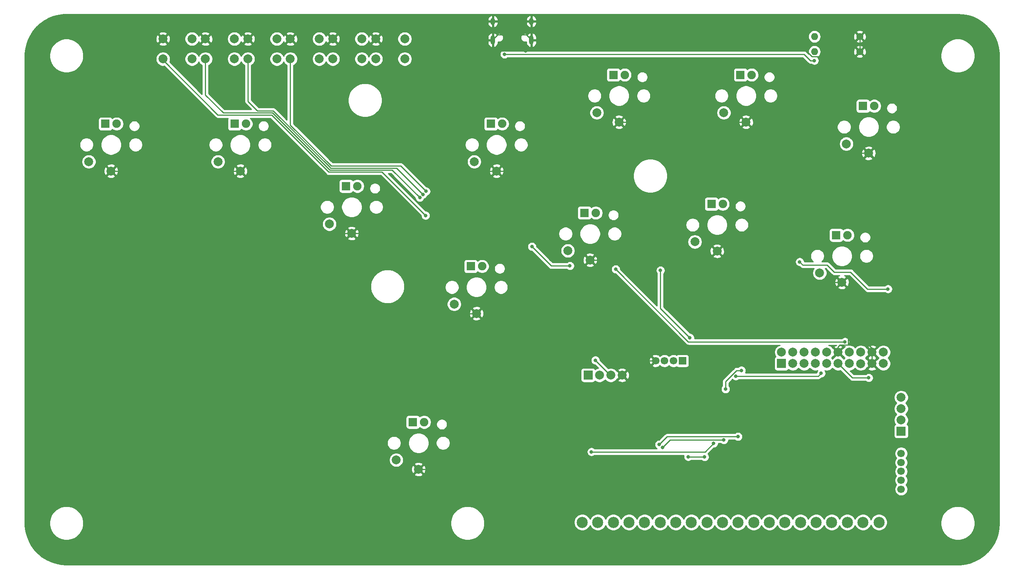
<source format=gbl>
G04 #@! TF.GenerationSoftware,KiCad,Pcbnew,(5.1.4)-1*
G04 #@! TF.CreationDate,2021-10-14T16:58:17-07:00*
G04 #@! TF.ProjectId,Egg_On_Rice_pcb,4567675f-4f6e-45f5-9269-63655f706362,rev?*
G04 #@! TF.SameCoordinates,Original*
G04 #@! TF.FileFunction,Copper,L2,Bot*
G04 #@! TF.FilePolarity,Positive*
%FSLAX46Y46*%
G04 Gerber Fmt 4.6, Leading zero omitted, Abs format (unit mm)*
G04 Created by KiCad (PCBNEW (5.1.4)-1) date 2021-10-14 16:58:17*
%MOMM*%
%LPD*%
G04 APERTURE LIST*
%ADD10R,1.905000X1.905000*%
%ADD11C,1.905000*%
%ADD12C,2.000000*%
%ADD13R,2.000000X2.000000*%
%ADD14C,1.700000*%
%ADD15R,1.700000X1.700000*%
%ADD16C,2.500000*%
%ADD17O,1.000000X2.100000*%
%ADD18O,1.000000X1.600000*%
%ADD19O,1.600000X1.600000*%
%ADD20C,1.600000*%
%ADD21C,0.800000*%
%ADD22C,0.250000*%
%ADD23C,0.254000*%
G04 APERTURE END LIST*
D10*
X86558954Y-58778609D03*
D11*
X89098954Y-58778609D03*
D12*
X82828954Y-67278609D03*
X87828954Y-69378609D03*
X232139840Y-112621840D03*
X232139840Y-110081840D03*
X229609840Y-112621840D03*
X229609840Y-110081840D03*
X227069840Y-112631840D03*
X227069840Y-110081840D03*
X224529840Y-112618520D03*
X224529840Y-110081840D03*
X221989840Y-112621840D03*
X221989840Y-110081840D03*
X219449840Y-112621840D03*
X219449840Y-110081840D03*
X216909840Y-112621840D03*
X216909840Y-110081840D03*
X214369840Y-112621840D03*
X214369840Y-110081840D03*
X211829840Y-112621840D03*
X211829840Y-110081840D03*
D13*
X209289840Y-112621840D03*
D12*
X209289840Y-110081840D03*
X236129840Y-120221840D03*
X236129840Y-122761840D03*
X236129840Y-125301840D03*
D13*
X236129840Y-127841840D03*
D14*
X236129840Y-132817840D03*
X236129840Y-134845840D03*
X236129840Y-136845840D03*
X236129840Y-138845840D03*
X236129840Y-140845840D03*
D15*
X187035840Y-112025840D03*
D14*
X185035840Y-112025840D03*
X183035840Y-112025840D03*
X181035840Y-112025840D03*
D12*
X173498840Y-115229840D03*
X170958840Y-115229840D03*
X168418840Y-115229840D03*
D13*
X165878840Y-115229840D03*
D16*
X231145840Y-148286840D03*
X227555840Y-148286840D03*
X224055840Y-148286840D03*
X220555840Y-148286840D03*
X217055840Y-148286840D03*
X213555840Y-148286840D03*
X210055840Y-148286840D03*
X206555840Y-148286840D03*
X203055840Y-148286840D03*
X199555840Y-148286840D03*
X196055840Y-148286840D03*
X192555840Y-148286840D03*
X189055840Y-148286840D03*
X185555840Y-148286840D03*
X182055840Y-148286840D03*
X178555840Y-148286840D03*
X175055840Y-148286840D03*
X171555840Y-148286840D03*
X168055840Y-148286840D03*
X164555840Y-148286840D03*
D12*
X124737000Y-39696000D03*
X124737000Y-44196000D03*
X118237000Y-44196000D03*
X118237000Y-39696000D03*
X115085000Y-39696000D03*
X115085000Y-44196000D03*
X108585000Y-44196000D03*
X108585000Y-39696000D03*
X105560000Y-39696000D03*
X105560000Y-44196000D03*
X99060000Y-44196000D03*
X99060000Y-39696000D03*
X96035000Y-39696000D03*
X96035000Y-44196000D03*
X89535000Y-44196000D03*
X89535000Y-39696000D03*
X86510000Y-39696000D03*
X86510000Y-44196000D03*
X80010000Y-44196000D03*
X80010000Y-39696000D03*
X76985000Y-39696000D03*
X76985000Y-44196000D03*
X70485000Y-44196000D03*
X70485000Y-39696000D03*
D10*
X221558954Y-83778609D03*
D11*
X224098954Y-83778609D03*
D12*
X217828954Y-92278609D03*
X222828954Y-94378609D03*
D10*
X227558954Y-54778609D03*
D11*
X230098954Y-54778609D03*
D12*
X223828954Y-63278609D03*
X228828954Y-65378609D03*
D10*
X193558954Y-76778609D03*
D11*
X196098954Y-76778609D03*
D12*
X189828954Y-85278609D03*
X194828954Y-87378609D03*
D10*
X200058954Y-47778609D03*
D11*
X202598954Y-47778609D03*
D12*
X196328954Y-56278609D03*
X201328954Y-58378609D03*
D10*
X165058954Y-78778609D03*
D11*
X167598954Y-78778609D03*
D12*
X161328954Y-87278609D03*
X166328954Y-89378609D03*
D10*
X171558954Y-47778609D03*
D11*
X174098954Y-47778609D03*
D12*
X167828954Y-56278609D03*
X172828954Y-58378609D03*
D10*
X139558954Y-90778609D03*
D11*
X142098954Y-90778609D03*
D12*
X135828954Y-99278609D03*
X140828954Y-101378609D03*
D10*
X144058954Y-58778609D03*
D11*
X146598954Y-58778609D03*
D12*
X140328954Y-67278609D03*
X145328954Y-69378609D03*
X127828954Y-136378609D03*
X122828954Y-134278609D03*
D11*
X129098954Y-125778609D03*
D10*
X126558954Y-125778609D03*
X111558954Y-72778609D03*
D11*
X114098954Y-72778609D03*
D12*
X107828954Y-81278609D03*
X112828954Y-83378609D03*
D10*
X57558954Y-58778609D03*
D11*
X60098954Y-58778609D03*
D12*
X53828954Y-67278609D03*
X58828954Y-69378609D03*
D17*
X153138600Y-39952400D03*
X144498600Y-39952400D03*
D18*
X153138600Y-35772400D03*
X144498600Y-35772400D03*
D19*
X216687400Y-39179500D03*
D20*
X226847400Y-39179500D03*
D19*
X216687400Y-42570400D03*
D20*
X226847400Y-42570400D03*
D21*
X145669000Y-42418000D03*
X151892000Y-42418000D03*
X147119001Y-43143000D03*
X216662000Y-44577000D03*
X167513000Y-111887000D03*
X194056000Y-130556000D03*
X166624000Y-132461000D03*
X153289000Y-86360000D03*
X161798000Y-90678000D03*
X188341000Y-133553609D03*
X192024000Y-133604000D03*
X182118000Y-91694000D03*
X188722000Y-106807000D03*
X199009000Y-115443000D03*
X218186000Y-114808000D03*
X172085000Y-91440000D03*
X223520000Y-107733000D03*
X213360000Y-89789000D03*
X233172000Y-95885000D03*
X228854000Y-115824000D03*
X129413000Y-79375000D03*
X196717642Y-118358642D03*
X200279000Y-114173000D03*
X128113359Y-75340641D03*
X128820467Y-74633533D03*
X129527575Y-73926425D03*
X182615989Y-131434989D03*
X196342000Y-129794000D03*
X181846927Y-130795811D03*
X199517000Y-129032000D03*
D22*
X144498600Y-39952400D02*
X144498600Y-35772400D01*
X153138600Y-39952400D02*
X153138600Y-35772400D01*
X144498600Y-35772400D02*
X153138600Y-35772400D01*
X145669000Y-42418000D02*
X151892000Y-42418000D01*
X153138600Y-39890398D02*
X153138600Y-39952400D01*
X152020601Y-38772399D02*
X153138600Y-39890398D01*
X145616599Y-38772399D02*
X152020601Y-38772399D01*
X144498600Y-39890398D02*
X145616599Y-38772399D01*
X144498600Y-39952400D02*
X144498600Y-39890398D01*
X225722399Y-43695401D02*
X226847400Y-42570400D01*
X216147399Y-43695401D02*
X225722399Y-43695401D01*
X214869998Y-42418000D02*
X216147399Y-43695401D01*
X151892000Y-42418000D02*
X214869998Y-42418000D01*
X130048000Y-92329000D02*
X130048000Y-99060000D01*
X130048000Y-99060000D02*
X132366609Y-101378609D01*
X130937000Y-102808218D02*
X132366609Y-101378609D01*
X130937000Y-133270563D02*
X130937000Y-102808218D01*
X154328954Y-101378609D02*
X166328954Y-89378609D01*
X192828954Y-89378609D02*
X194828954Y-87378609D01*
X166328954Y-89378609D02*
X192828954Y-89378609D01*
X201828954Y-94378609D02*
X194828954Y-87378609D01*
X222828954Y-94378609D02*
X201828954Y-94378609D01*
X161828954Y-69378609D02*
X172828954Y-58378609D01*
X145328954Y-69378609D02*
X161828954Y-69378609D01*
X172828954Y-58378609D02*
X201328954Y-58378609D01*
X208328954Y-65378609D02*
X201328954Y-58378609D01*
X228828954Y-65378609D02*
X208328954Y-65378609D01*
X145328954Y-69378609D02*
X142330391Y-69378609D01*
X130048000Y-81661000D02*
X130048000Y-92329000D01*
X142330391Y-69378609D02*
X130048000Y-81661000D01*
X116006000Y-37465000D02*
X118237000Y-39696000D01*
X70485000Y-39696000D02*
X72716000Y-37465000D01*
X80010000Y-39624000D02*
X82169000Y-37465000D01*
X80010000Y-39696000D02*
X80010000Y-39624000D01*
X72716000Y-37465000D02*
X82169000Y-37465000D01*
X89535000Y-39624000D02*
X91694000Y-37465000D01*
X89535000Y-39696000D02*
X89535000Y-39624000D01*
X82169000Y-37465000D02*
X91694000Y-37465000D01*
X99060000Y-39624000D02*
X101219000Y-37465000D01*
X99060000Y-39696000D02*
X99060000Y-39624000D01*
X91694000Y-37465000D02*
X101219000Y-37465000D01*
X108585000Y-39624000D02*
X110744000Y-37465000D01*
X108585000Y-39696000D02*
X108585000Y-39624000D01*
X101219000Y-37465000D02*
X110744000Y-37465000D01*
X110744000Y-37465000D02*
X116006000Y-37465000D01*
X120959000Y-42418000D02*
X118237000Y-39696000D01*
X145669000Y-42418000D02*
X120959000Y-42418000D01*
X145669000Y-42418000D02*
X145669000Y-53975000D01*
X145669000Y-53975000D02*
X148463000Y-56769000D01*
X148463000Y-66244563D02*
X145328954Y-69378609D01*
X148463000Y-56769000D02*
X148463000Y-66244563D01*
X152350071Y-136378609D02*
X173498840Y-115229840D01*
X226847400Y-42570400D02*
X226847400Y-39179500D01*
X229609840Y-110081840D02*
X229609840Y-112621840D01*
X221989840Y-110081840D02*
X221989840Y-108845160D01*
X221989840Y-108845160D02*
X222377000Y-108458000D01*
X229609840Y-109213840D02*
X229609840Y-110081840D01*
X228854000Y-108458000D02*
X229609840Y-109213840D01*
X176702840Y-112025840D02*
X173498840Y-115229840D01*
X181035840Y-112025840D02*
X176702840Y-112025840D01*
X158233345Y-105283000D02*
X154328954Y-101378609D01*
X174293000Y-105283000D02*
X158233345Y-105283000D01*
X181035840Y-112025840D02*
X174293000Y-105283000D01*
X224245001Y-108421001D02*
X224282000Y-108458000D01*
X224245001Y-95794656D02*
X224245001Y-108421001D01*
X222828954Y-94378609D02*
X224245001Y-95794656D01*
X222377000Y-108458000D02*
X224282000Y-108458000D01*
X224282000Y-108458000D02*
X228854000Y-108458000D01*
X58828954Y-69378609D02*
X87828954Y-69378609D01*
X101828954Y-83378609D02*
X112828954Y-83378609D01*
X87828954Y-69378609D02*
X101828954Y-83378609D01*
X128330391Y-83378609D02*
X130048000Y-81661000D01*
X112828954Y-83378609D02*
X128330391Y-83378609D01*
X140828954Y-101378609D02*
X132366609Y-101378609D01*
X127828954Y-136378609D02*
X130937000Y-133270563D01*
X127828954Y-136378609D02*
X152350071Y-136378609D01*
X147119001Y-43143000D02*
X214339000Y-43143000D01*
X214339000Y-43143000D02*
X215773000Y-44577000D01*
X215773000Y-44577000D02*
X216662000Y-44577000D01*
X170855840Y-115229840D02*
X170958840Y-115229840D01*
X167513000Y-111887000D02*
X170855840Y-115229840D01*
X194056000Y-130556000D02*
X192151000Y-132461000D01*
X192151000Y-132461000D02*
X166624000Y-132461000D01*
X153289000Y-86360000D02*
X157607000Y-90678000D01*
X157607000Y-90678000D02*
X161798000Y-90678000D01*
X188341000Y-133553609D02*
X191973609Y-133553609D01*
X191973609Y-133553609D02*
X192024000Y-133604000D01*
X182118000Y-91694000D02*
X182118000Y-100203000D01*
X182118000Y-100203000D02*
X188722000Y-106807000D01*
X199009000Y-115443000D02*
X217551000Y-115443000D01*
X217551000Y-115443000D02*
X218186000Y-114808000D01*
X172085000Y-91440000D02*
X188378000Y-107733000D01*
X188378000Y-107733000D02*
X223520000Y-107733000D01*
X224790000Y-92075000D02*
X228600000Y-95885000D01*
X228600000Y-95885000D02*
X233172000Y-95885000D01*
X214074610Y-90503610D02*
X219535610Y-90503610D01*
X213360000Y-89789000D02*
X214074610Y-90503610D01*
X221107000Y-92075000D02*
X224790000Y-92075000D01*
X219535610Y-90503610D02*
X221107000Y-92075000D01*
X225192000Y-115824000D02*
X221989840Y-112621840D01*
X228854000Y-115824000D02*
X225192000Y-115824000D01*
X70485000Y-44196000D02*
X70485000Y-44450000D01*
X70485000Y-44450000D02*
X82804000Y-56769000D01*
X82804000Y-56769000D02*
X94869000Y-56769000D01*
X94869000Y-56769000D02*
X107696000Y-69596000D01*
X107696000Y-69596000D02*
X119634000Y-69596000D01*
X119634000Y-69596000D02*
X129413000Y-79375000D01*
X199205998Y-114173000D02*
X200279000Y-114173000D01*
X196717642Y-118358642D02*
X196717642Y-116661356D01*
X196717642Y-116661356D02*
X199205998Y-114173000D01*
X121918708Y-69145990D02*
X107882400Y-69145990D01*
X128113359Y-75340641D02*
X121918708Y-69145990D01*
X107882400Y-69145990D02*
X95055400Y-56318990D01*
X80010000Y-52324000D02*
X84004990Y-56318990D01*
X80010000Y-44196000D02*
X80010000Y-52324000D01*
X84004990Y-56318990D02*
X95055400Y-56318990D01*
X89535000Y-53721000D02*
X91682980Y-55868980D01*
X89535000Y-44196000D02*
X89535000Y-53721000D01*
X91682980Y-55868980D02*
X95241801Y-55868981D01*
X95241801Y-55868981D02*
X107887910Y-68515090D01*
X107887910Y-68515090D02*
X108068800Y-68695980D01*
X108068800Y-68695980D02*
X122105109Y-68695981D01*
X122105109Y-68695981D02*
X122882915Y-68695981D01*
X122882915Y-68695981D02*
X128820467Y-74633533D01*
X99060000Y-44196000D02*
X99060000Y-59050770D01*
X108255201Y-68245971D02*
X123069315Y-68245971D01*
X99060000Y-59050770D02*
X108255201Y-68245971D01*
X123069315Y-68245971D02*
X123847121Y-68245971D01*
X123847121Y-68245971D02*
X129527575Y-73926425D01*
X182615989Y-131434989D02*
X184256978Y-129794000D01*
X184256978Y-129794000D02*
X196342000Y-129794000D01*
X181846927Y-130795811D02*
X183610738Y-129032000D01*
X183610738Y-129032000D02*
X199517000Y-129032000D01*
D23*
G36*
X249996257Y-34238403D02*
G01*
X251145160Y-34457567D01*
X252257533Y-34818999D01*
X253315832Y-35316996D01*
X254303377Y-35943711D01*
X255204584Y-36689253D01*
X256005241Y-37541868D01*
X256692724Y-38488105D01*
X257256191Y-39513049D01*
X257686757Y-40600533D01*
X257977628Y-41733399D01*
X258125574Y-42904511D01*
X258143955Y-43489402D01*
X258143954Y-148457102D01*
X258069160Y-149645913D01*
X257849996Y-150794816D01*
X257488564Y-151907189D01*
X256990562Y-152965496D01*
X256363852Y-153953032D01*
X255618313Y-154854235D01*
X254765695Y-155654896D01*
X253819451Y-156342382D01*
X252794513Y-156905847D01*
X251707032Y-157336411D01*
X250574151Y-157627285D01*
X249403051Y-157775229D01*
X248818192Y-157793609D01*
X48850490Y-157793609D01*
X47661648Y-157718813D01*
X46512745Y-157499649D01*
X45400373Y-157138217D01*
X44342066Y-156640215D01*
X43354529Y-156013505D01*
X42453323Y-155267963D01*
X41652669Y-154415353D01*
X40965181Y-153469105D01*
X40401714Y-152444163D01*
X39971150Y-151356681D01*
X39680279Y-150223818D01*
X39532334Y-149052706D01*
X39513954Y-148467847D01*
X39513954Y-148100894D01*
X44993953Y-148100894D01*
X44993953Y-148856324D01*
X45141330Y-149597237D01*
X45430420Y-150295163D01*
X45850114Y-150923279D01*
X46384283Y-151457448D01*
X47012399Y-151877142D01*
X47710325Y-152166232D01*
X48451238Y-152313609D01*
X49206668Y-152313609D01*
X49947581Y-152166232D01*
X50645507Y-151877142D01*
X51273623Y-151457448D01*
X51807792Y-150923279D01*
X52227486Y-150295163D01*
X52516576Y-149597237D01*
X52663953Y-148856324D01*
X52663953Y-148100894D01*
X134993954Y-148100894D01*
X134993954Y-148856324D01*
X135141331Y-149597237D01*
X135430421Y-150295163D01*
X135850115Y-150923279D01*
X136384284Y-151457448D01*
X137012400Y-151877142D01*
X137710326Y-152166232D01*
X138451239Y-152313609D01*
X139206669Y-152313609D01*
X139947582Y-152166232D01*
X140645508Y-151877142D01*
X141273624Y-151457448D01*
X141807793Y-150923279D01*
X142227487Y-150295163D01*
X142516577Y-149597237D01*
X142663954Y-148856324D01*
X142663954Y-148101184D01*
X162670840Y-148101184D01*
X162670840Y-148472496D01*
X162743279Y-148836674D01*
X162885374Y-149179722D01*
X163091665Y-149488458D01*
X163354222Y-149751015D01*
X163662958Y-149957306D01*
X164006006Y-150099401D01*
X164370184Y-150171840D01*
X164741496Y-150171840D01*
X165105674Y-150099401D01*
X165448722Y-149957306D01*
X165757458Y-149751015D01*
X166020015Y-149488458D01*
X166226306Y-149179722D01*
X166305840Y-148987710D01*
X166385374Y-149179722D01*
X166591665Y-149488458D01*
X166854222Y-149751015D01*
X167162958Y-149957306D01*
X167506006Y-150099401D01*
X167870184Y-150171840D01*
X168241496Y-150171840D01*
X168605674Y-150099401D01*
X168948722Y-149957306D01*
X169257458Y-149751015D01*
X169520015Y-149488458D01*
X169726306Y-149179722D01*
X169805840Y-148987710D01*
X169885374Y-149179722D01*
X170091665Y-149488458D01*
X170354222Y-149751015D01*
X170662958Y-149957306D01*
X171006006Y-150099401D01*
X171370184Y-150171840D01*
X171741496Y-150171840D01*
X172105674Y-150099401D01*
X172448722Y-149957306D01*
X172757458Y-149751015D01*
X173020015Y-149488458D01*
X173226306Y-149179722D01*
X173305840Y-148987710D01*
X173385374Y-149179722D01*
X173591665Y-149488458D01*
X173854222Y-149751015D01*
X174162958Y-149957306D01*
X174506006Y-150099401D01*
X174870184Y-150171840D01*
X175241496Y-150171840D01*
X175605674Y-150099401D01*
X175948722Y-149957306D01*
X176257458Y-149751015D01*
X176520015Y-149488458D01*
X176726306Y-149179722D01*
X176805840Y-148987710D01*
X176885374Y-149179722D01*
X177091665Y-149488458D01*
X177354222Y-149751015D01*
X177662958Y-149957306D01*
X178006006Y-150099401D01*
X178370184Y-150171840D01*
X178741496Y-150171840D01*
X179105674Y-150099401D01*
X179448722Y-149957306D01*
X179757458Y-149751015D01*
X180020015Y-149488458D01*
X180226306Y-149179722D01*
X180305840Y-148987710D01*
X180385374Y-149179722D01*
X180591665Y-149488458D01*
X180854222Y-149751015D01*
X181162958Y-149957306D01*
X181506006Y-150099401D01*
X181870184Y-150171840D01*
X182241496Y-150171840D01*
X182605674Y-150099401D01*
X182948722Y-149957306D01*
X183257458Y-149751015D01*
X183520015Y-149488458D01*
X183726306Y-149179722D01*
X183805840Y-148987710D01*
X183885374Y-149179722D01*
X184091665Y-149488458D01*
X184354222Y-149751015D01*
X184662958Y-149957306D01*
X185006006Y-150099401D01*
X185370184Y-150171840D01*
X185741496Y-150171840D01*
X186105674Y-150099401D01*
X186448722Y-149957306D01*
X186757458Y-149751015D01*
X187020015Y-149488458D01*
X187226306Y-149179722D01*
X187305840Y-148987710D01*
X187385374Y-149179722D01*
X187591665Y-149488458D01*
X187854222Y-149751015D01*
X188162958Y-149957306D01*
X188506006Y-150099401D01*
X188870184Y-150171840D01*
X189241496Y-150171840D01*
X189605674Y-150099401D01*
X189948722Y-149957306D01*
X190257458Y-149751015D01*
X190520015Y-149488458D01*
X190726306Y-149179722D01*
X190805840Y-148987710D01*
X190885374Y-149179722D01*
X191091665Y-149488458D01*
X191354222Y-149751015D01*
X191662958Y-149957306D01*
X192006006Y-150099401D01*
X192370184Y-150171840D01*
X192741496Y-150171840D01*
X193105674Y-150099401D01*
X193448722Y-149957306D01*
X193757458Y-149751015D01*
X194020015Y-149488458D01*
X194226306Y-149179722D01*
X194305840Y-148987710D01*
X194385374Y-149179722D01*
X194591665Y-149488458D01*
X194854222Y-149751015D01*
X195162958Y-149957306D01*
X195506006Y-150099401D01*
X195870184Y-150171840D01*
X196241496Y-150171840D01*
X196605674Y-150099401D01*
X196948722Y-149957306D01*
X197257458Y-149751015D01*
X197520015Y-149488458D01*
X197726306Y-149179722D01*
X197805840Y-148987710D01*
X197885374Y-149179722D01*
X198091665Y-149488458D01*
X198354222Y-149751015D01*
X198662958Y-149957306D01*
X199006006Y-150099401D01*
X199370184Y-150171840D01*
X199741496Y-150171840D01*
X200105674Y-150099401D01*
X200448722Y-149957306D01*
X200757458Y-149751015D01*
X201020015Y-149488458D01*
X201226306Y-149179722D01*
X201305840Y-148987710D01*
X201385374Y-149179722D01*
X201591665Y-149488458D01*
X201854222Y-149751015D01*
X202162958Y-149957306D01*
X202506006Y-150099401D01*
X202870184Y-150171840D01*
X203241496Y-150171840D01*
X203605674Y-150099401D01*
X203948722Y-149957306D01*
X204257458Y-149751015D01*
X204520015Y-149488458D01*
X204726306Y-149179722D01*
X204805840Y-148987710D01*
X204885374Y-149179722D01*
X205091665Y-149488458D01*
X205354222Y-149751015D01*
X205662958Y-149957306D01*
X206006006Y-150099401D01*
X206370184Y-150171840D01*
X206741496Y-150171840D01*
X207105674Y-150099401D01*
X207448722Y-149957306D01*
X207757458Y-149751015D01*
X208020015Y-149488458D01*
X208226306Y-149179722D01*
X208305840Y-148987710D01*
X208385374Y-149179722D01*
X208591665Y-149488458D01*
X208854222Y-149751015D01*
X209162958Y-149957306D01*
X209506006Y-150099401D01*
X209870184Y-150171840D01*
X210241496Y-150171840D01*
X210605674Y-150099401D01*
X210948722Y-149957306D01*
X211257458Y-149751015D01*
X211520015Y-149488458D01*
X211726306Y-149179722D01*
X211805840Y-148987710D01*
X211885374Y-149179722D01*
X212091665Y-149488458D01*
X212354222Y-149751015D01*
X212662958Y-149957306D01*
X213006006Y-150099401D01*
X213370184Y-150171840D01*
X213741496Y-150171840D01*
X214105674Y-150099401D01*
X214448722Y-149957306D01*
X214757458Y-149751015D01*
X215020015Y-149488458D01*
X215226306Y-149179722D01*
X215305840Y-148987710D01*
X215385374Y-149179722D01*
X215591665Y-149488458D01*
X215854222Y-149751015D01*
X216162958Y-149957306D01*
X216506006Y-150099401D01*
X216870184Y-150171840D01*
X217241496Y-150171840D01*
X217605674Y-150099401D01*
X217948722Y-149957306D01*
X218257458Y-149751015D01*
X218520015Y-149488458D01*
X218726306Y-149179722D01*
X218805840Y-148987710D01*
X218885374Y-149179722D01*
X219091665Y-149488458D01*
X219354222Y-149751015D01*
X219662958Y-149957306D01*
X220006006Y-150099401D01*
X220370184Y-150171840D01*
X220741496Y-150171840D01*
X221105674Y-150099401D01*
X221448722Y-149957306D01*
X221757458Y-149751015D01*
X222020015Y-149488458D01*
X222226306Y-149179722D01*
X222305840Y-148987710D01*
X222385374Y-149179722D01*
X222591665Y-149488458D01*
X222854222Y-149751015D01*
X223162958Y-149957306D01*
X223506006Y-150099401D01*
X223870184Y-150171840D01*
X224241496Y-150171840D01*
X224605674Y-150099401D01*
X224948722Y-149957306D01*
X225257458Y-149751015D01*
X225520015Y-149488458D01*
X225726306Y-149179722D01*
X225805840Y-148987710D01*
X225885374Y-149179722D01*
X226091665Y-149488458D01*
X226354222Y-149751015D01*
X226662958Y-149957306D01*
X227006006Y-150099401D01*
X227370184Y-150171840D01*
X227741496Y-150171840D01*
X228105674Y-150099401D01*
X228448722Y-149957306D01*
X228757458Y-149751015D01*
X229020015Y-149488458D01*
X229226306Y-149179722D01*
X229350840Y-148879070D01*
X229475374Y-149179722D01*
X229681665Y-149488458D01*
X229944222Y-149751015D01*
X230252958Y-149957306D01*
X230596006Y-150099401D01*
X230960184Y-150171840D01*
X231331496Y-150171840D01*
X231695674Y-150099401D01*
X232038722Y-149957306D01*
X232347458Y-149751015D01*
X232610015Y-149488458D01*
X232816306Y-149179722D01*
X232958401Y-148836674D01*
X233030840Y-148472496D01*
X233030840Y-148101184D01*
X233030783Y-148100893D01*
X244993954Y-148100893D01*
X244993954Y-148856323D01*
X245141331Y-149597236D01*
X245430421Y-150295162D01*
X245850115Y-150923278D01*
X246384284Y-151457447D01*
X247012400Y-151877141D01*
X247710326Y-152166231D01*
X248451239Y-152313608D01*
X249206669Y-152313608D01*
X249947582Y-152166231D01*
X250645508Y-151877141D01*
X251273624Y-151457447D01*
X251807793Y-150923278D01*
X252227487Y-150295162D01*
X252516577Y-149597236D01*
X252663954Y-148856323D01*
X252663954Y-148100893D01*
X252516577Y-147359980D01*
X252227487Y-146662054D01*
X251807793Y-146033938D01*
X251273624Y-145499769D01*
X250645508Y-145080075D01*
X249947582Y-144790985D01*
X249206669Y-144643608D01*
X248451239Y-144643608D01*
X247710326Y-144790985D01*
X247012400Y-145080075D01*
X246384284Y-145499769D01*
X245850115Y-146033938D01*
X245430421Y-146662054D01*
X245141331Y-147359980D01*
X244993954Y-148100893D01*
X233030783Y-148100893D01*
X232958401Y-147737006D01*
X232816306Y-147393958D01*
X232610015Y-147085222D01*
X232347458Y-146822665D01*
X232038722Y-146616374D01*
X231695674Y-146474279D01*
X231331496Y-146401840D01*
X230960184Y-146401840D01*
X230596006Y-146474279D01*
X230252958Y-146616374D01*
X229944222Y-146822665D01*
X229681665Y-147085222D01*
X229475374Y-147393958D01*
X229350840Y-147694610D01*
X229226306Y-147393958D01*
X229020015Y-147085222D01*
X228757458Y-146822665D01*
X228448722Y-146616374D01*
X228105674Y-146474279D01*
X227741496Y-146401840D01*
X227370184Y-146401840D01*
X227006006Y-146474279D01*
X226662958Y-146616374D01*
X226354222Y-146822665D01*
X226091665Y-147085222D01*
X225885374Y-147393958D01*
X225805840Y-147585970D01*
X225726306Y-147393958D01*
X225520015Y-147085222D01*
X225257458Y-146822665D01*
X224948722Y-146616374D01*
X224605674Y-146474279D01*
X224241496Y-146401840D01*
X223870184Y-146401840D01*
X223506006Y-146474279D01*
X223162958Y-146616374D01*
X222854222Y-146822665D01*
X222591665Y-147085222D01*
X222385374Y-147393958D01*
X222305840Y-147585970D01*
X222226306Y-147393958D01*
X222020015Y-147085222D01*
X221757458Y-146822665D01*
X221448722Y-146616374D01*
X221105674Y-146474279D01*
X220741496Y-146401840D01*
X220370184Y-146401840D01*
X220006006Y-146474279D01*
X219662958Y-146616374D01*
X219354222Y-146822665D01*
X219091665Y-147085222D01*
X218885374Y-147393958D01*
X218805840Y-147585970D01*
X218726306Y-147393958D01*
X218520015Y-147085222D01*
X218257458Y-146822665D01*
X217948722Y-146616374D01*
X217605674Y-146474279D01*
X217241496Y-146401840D01*
X216870184Y-146401840D01*
X216506006Y-146474279D01*
X216162958Y-146616374D01*
X215854222Y-146822665D01*
X215591665Y-147085222D01*
X215385374Y-147393958D01*
X215305840Y-147585970D01*
X215226306Y-147393958D01*
X215020015Y-147085222D01*
X214757458Y-146822665D01*
X214448722Y-146616374D01*
X214105674Y-146474279D01*
X213741496Y-146401840D01*
X213370184Y-146401840D01*
X213006006Y-146474279D01*
X212662958Y-146616374D01*
X212354222Y-146822665D01*
X212091665Y-147085222D01*
X211885374Y-147393958D01*
X211805840Y-147585970D01*
X211726306Y-147393958D01*
X211520015Y-147085222D01*
X211257458Y-146822665D01*
X210948722Y-146616374D01*
X210605674Y-146474279D01*
X210241496Y-146401840D01*
X209870184Y-146401840D01*
X209506006Y-146474279D01*
X209162958Y-146616374D01*
X208854222Y-146822665D01*
X208591665Y-147085222D01*
X208385374Y-147393958D01*
X208305840Y-147585970D01*
X208226306Y-147393958D01*
X208020015Y-147085222D01*
X207757458Y-146822665D01*
X207448722Y-146616374D01*
X207105674Y-146474279D01*
X206741496Y-146401840D01*
X206370184Y-146401840D01*
X206006006Y-146474279D01*
X205662958Y-146616374D01*
X205354222Y-146822665D01*
X205091665Y-147085222D01*
X204885374Y-147393958D01*
X204805840Y-147585970D01*
X204726306Y-147393958D01*
X204520015Y-147085222D01*
X204257458Y-146822665D01*
X203948722Y-146616374D01*
X203605674Y-146474279D01*
X203241496Y-146401840D01*
X202870184Y-146401840D01*
X202506006Y-146474279D01*
X202162958Y-146616374D01*
X201854222Y-146822665D01*
X201591665Y-147085222D01*
X201385374Y-147393958D01*
X201305840Y-147585970D01*
X201226306Y-147393958D01*
X201020015Y-147085222D01*
X200757458Y-146822665D01*
X200448722Y-146616374D01*
X200105674Y-146474279D01*
X199741496Y-146401840D01*
X199370184Y-146401840D01*
X199006006Y-146474279D01*
X198662958Y-146616374D01*
X198354222Y-146822665D01*
X198091665Y-147085222D01*
X197885374Y-147393958D01*
X197805840Y-147585970D01*
X197726306Y-147393958D01*
X197520015Y-147085222D01*
X197257458Y-146822665D01*
X196948722Y-146616374D01*
X196605674Y-146474279D01*
X196241496Y-146401840D01*
X195870184Y-146401840D01*
X195506006Y-146474279D01*
X195162958Y-146616374D01*
X194854222Y-146822665D01*
X194591665Y-147085222D01*
X194385374Y-147393958D01*
X194305840Y-147585970D01*
X194226306Y-147393958D01*
X194020015Y-147085222D01*
X193757458Y-146822665D01*
X193448722Y-146616374D01*
X193105674Y-146474279D01*
X192741496Y-146401840D01*
X192370184Y-146401840D01*
X192006006Y-146474279D01*
X191662958Y-146616374D01*
X191354222Y-146822665D01*
X191091665Y-147085222D01*
X190885374Y-147393958D01*
X190805840Y-147585970D01*
X190726306Y-147393958D01*
X190520015Y-147085222D01*
X190257458Y-146822665D01*
X189948722Y-146616374D01*
X189605674Y-146474279D01*
X189241496Y-146401840D01*
X188870184Y-146401840D01*
X188506006Y-146474279D01*
X188162958Y-146616374D01*
X187854222Y-146822665D01*
X187591665Y-147085222D01*
X187385374Y-147393958D01*
X187305840Y-147585970D01*
X187226306Y-147393958D01*
X187020015Y-147085222D01*
X186757458Y-146822665D01*
X186448722Y-146616374D01*
X186105674Y-146474279D01*
X185741496Y-146401840D01*
X185370184Y-146401840D01*
X185006006Y-146474279D01*
X184662958Y-146616374D01*
X184354222Y-146822665D01*
X184091665Y-147085222D01*
X183885374Y-147393958D01*
X183805840Y-147585970D01*
X183726306Y-147393958D01*
X183520015Y-147085222D01*
X183257458Y-146822665D01*
X182948722Y-146616374D01*
X182605674Y-146474279D01*
X182241496Y-146401840D01*
X181870184Y-146401840D01*
X181506006Y-146474279D01*
X181162958Y-146616374D01*
X180854222Y-146822665D01*
X180591665Y-147085222D01*
X180385374Y-147393958D01*
X180305840Y-147585970D01*
X180226306Y-147393958D01*
X180020015Y-147085222D01*
X179757458Y-146822665D01*
X179448722Y-146616374D01*
X179105674Y-146474279D01*
X178741496Y-146401840D01*
X178370184Y-146401840D01*
X178006006Y-146474279D01*
X177662958Y-146616374D01*
X177354222Y-146822665D01*
X177091665Y-147085222D01*
X176885374Y-147393958D01*
X176805840Y-147585970D01*
X176726306Y-147393958D01*
X176520015Y-147085222D01*
X176257458Y-146822665D01*
X175948722Y-146616374D01*
X175605674Y-146474279D01*
X175241496Y-146401840D01*
X174870184Y-146401840D01*
X174506006Y-146474279D01*
X174162958Y-146616374D01*
X173854222Y-146822665D01*
X173591665Y-147085222D01*
X173385374Y-147393958D01*
X173305840Y-147585970D01*
X173226306Y-147393958D01*
X173020015Y-147085222D01*
X172757458Y-146822665D01*
X172448722Y-146616374D01*
X172105674Y-146474279D01*
X171741496Y-146401840D01*
X171370184Y-146401840D01*
X171006006Y-146474279D01*
X170662958Y-146616374D01*
X170354222Y-146822665D01*
X170091665Y-147085222D01*
X169885374Y-147393958D01*
X169805840Y-147585970D01*
X169726306Y-147393958D01*
X169520015Y-147085222D01*
X169257458Y-146822665D01*
X168948722Y-146616374D01*
X168605674Y-146474279D01*
X168241496Y-146401840D01*
X167870184Y-146401840D01*
X167506006Y-146474279D01*
X167162958Y-146616374D01*
X166854222Y-146822665D01*
X166591665Y-147085222D01*
X166385374Y-147393958D01*
X166305840Y-147585970D01*
X166226306Y-147393958D01*
X166020015Y-147085222D01*
X165757458Y-146822665D01*
X165448722Y-146616374D01*
X165105674Y-146474279D01*
X164741496Y-146401840D01*
X164370184Y-146401840D01*
X164006006Y-146474279D01*
X163662958Y-146616374D01*
X163354222Y-146822665D01*
X163091665Y-147085222D01*
X162885374Y-147393958D01*
X162743279Y-147737006D01*
X162670840Y-148101184D01*
X142663954Y-148101184D01*
X142663954Y-148100894D01*
X142516577Y-147359981D01*
X142227487Y-146662055D01*
X141807793Y-146033939D01*
X141273624Y-145499770D01*
X140645508Y-145080076D01*
X139947582Y-144790986D01*
X139206669Y-144643609D01*
X138451239Y-144643609D01*
X137710326Y-144790986D01*
X137012400Y-145080076D01*
X136384284Y-145499770D01*
X135850115Y-146033939D01*
X135430421Y-146662055D01*
X135141331Y-147359981D01*
X134993954Y-148100894D01*
X52663953Y-148100894D01*
X52516576Y-147359981D01*
X52227486Y-146662055D01*
X51807792Y-146033939D01*
X51273623Y-145499770D01*
X50645507Y-145080076D01*
X49947581Y-144790986D01*
X49206668Y-144643609D01*
X48451238Y-144643609D01*
X47710325Y-144790986D01*
X47012399Y-145080076D01*
X46384283Y-145499770D01*
X45850114Y-146033939D01*
X45430420Y-146662055D01*
X45141330Y-147359981D01*
X44993953Y-148100894D01*
X39513954Y-148100894D01*
X39513954Y-137514022D01*
X126873146Y-137514022D01*
X126968910Y-137778423D01*
X127258525Y-137919313D01*
X127570062Y-138000993D01*
X127891549Y-138020327D01*
X128210629Y-137976570D01*
X128515042Y-137871404D01*
X128688998Y-137778423D01*
X128784762Y-137514022D01*
X127828954Y-136558214D01*
X126873146Y-137514022D01*
X39513954Y-137514022D01*
X39513954Y-136441204D01*
X126187236Y-136441204D01*
X126230993Y-136760284D01*
X126336159Y-137064697D01*
X126429140Y-137238653D01*
X126693541Y-137334417D01*
X127649349Y-136378609D01*
X128008559Y-136378609D01*
X128964367Y-137334417D01*
X129228768Y-137238653D01*
X129369658Y-136949038D01*
X129451338Y-136637501D01*
X129470672Y-136316014D01*
X129426915Y-135996934D01*
X129321749Y-135692521D01*
X129228768Y-135518565D01*
X128964367Y-135422801D01*
X128008559Y-136378609D01*
X127649349Y-136378609D01*
X126693541Y-135422801D01*
X126429140Y-135518565D01*
X126288250Y-135808180D01*
X126206570Y-136119717D01*
X126187236Y-136441204D01*
X39513954Y-136441204D01*
X39513954Y-134117576D01*
X121193954Y-134117576D01*
X121193954Y-134439642D01*
X121256786Y-134755521D01*
X121380036Y-135053072D01*
X121558967Y-135320861D01*
X121786702Y-135548596D01*
X122054491Y-135727527D01*
X122352042Y-135850777D01*
X122667921Y-135913609D01*
X122989987Y-135913609D01*
X123305866Y-135850777D01*
X123603417Y-135727527D01*
X123871206Y-135548596D01*
X124098941Y-135320861D01*
X124150835Y-135243196D01*
X126873146Y-135243196D01*
X127828954Y-136199004D01*
X128784762Y-135243196D01*
X128688998Y-134978795D01*
X128399383Y-134837905D01*
X128087846Y-134756225D01*
X127766359Y-134736891D01*
X127447279Y-134780648D01*
X127142866Y-134885814D01*
X126968910Y-134978795D01*
X126873146Y-135243196D01*
X124150835Y-135243196D01*
X124277872Y-135053072D01*
X124401122Y-134755521D01*
X124463954Y-134439642D01*
X124463954Y-134117576D01*
X124401122Y-133801697D01*
X124277872Y-133504146D01*
X124098941Y-133236357D01*
X123871206Y-133008622D01*
X123603417Y-132829691D01*
X123305866Y-132706441D01*
X122989987Y-132643609D01*
X122667921Y-132643609D01*
X122352042Y-132706441D01*
X122054491Y-132829691D01*
X121786702Y-133008622D01*
X121558967Y-133236357D01*
X121380036Y-133504146D01*
X121256786Y-133801697D01*
X121193954Y-134117576D01*
X39513954Y-134117576D01*
X39513954Y-130322500D01*
X120743954Y-130322500D01*
X120743954Y-130634718D01*
X120804865Y-130940936D01*
X120924345Y-131229388D01*
X121097804Y-131488988D01*
X121318575Y-131709759D01*
X121578175Y-131883218D01*
X121866627Y-132002698D01*
X122172845Y-132063609D01*
X122485063Y-132063609D01*
X122791281Y-132002698D01*
X123079733Y-131883218D01*
X123339333Y-131709759D01*
X123560104Y-131488988D01*
X123733563Y-131229388D01*
X123853043Y-130940936D01*
X123913954Y-130634718D01*
X123913954Y-130322500D01*
X123899261Y-130248632D01*
X125493954Y-130248632D01*
X125493954Y-130708586D01*
X125583687Y-131159703D01*
X125759704Y-131584646D01*
X126015241Y-131967085D01*
X126340478Y-132292322D01*
X126722917Y-132547859D01*
X127147860Y-132723876D01*
X127598977Y-132813609D01*
X128058931Y-132813609D01*
X128510048Y-132723876D01*
X128934991Y-132547859D01*
X129217547Y-132359061D01*
X165589000Y-132359061D01*
X165589000Y-132562939D01*
X165628774Y-132762898D01*
X165706795Y-132951256D01*
X165820063Y-133120774D01*
X165964226Y-133264937D01*
X166133744Y-133378205D01*
X166322102Y-133456226D01*
X166522061Y-133496000D01*
X166725939Y-133496000D01*
X166925898Y-133456226D01*
X167114256Y-133378205D01*
X167283774Y-133264937D01*
X167327711Y-133221000D01*
X187358495Y-133221000D01*
X187345774Y-133251711D01*
X187306000Y-133451670D01*
X187306000Y-133655548D01*
X187345774Y-133855507D01*
X187423795Y-134043865D01*
X187537063Y-134213383D01*
X187681226Y-134357546D01*
X187850744Y-134470814D01*
X188039102Y-134548835D01*
X188239061Y-134588609D01*
X188442939Y-134588609D01*
X188642898Y-134548835D01*
X188831256Y-134470814D01*
X189000774Y-134357546D01*
X189044711Y-134313609D01*
X191269898Y-134313609D01*
X191364226Y-134407937D01*
X191533744Y-134521205D01*
X191722102Y-134599226D01*
X191922061Y-134639000D01*
X192125939Y-134639000D01*
X192325898Y-134599226D01*
X192514256Y-134521205D01*
X192683774Y-134407937D01*
X192827937Y-134263774D01*
X192941205Y-134094256D01*
X193019226Y-133905898D01*
X193059000Y-133705939D01*
X193059000Y-133502061D01*
X193019226Y-133302102D01*
X192941205Y-133113744D01*
X192827937Y-132944226D01*
X192785256Y-132901545D01*
X193015221Y-132671580D01*
X234644840Y-132671580D01*
X234644840Y-132964100D01*
X234701908Y-133250998D01*
X234813850Y-133521251D01*
X234976365Y-133764472D01*
X235043733Y-133831840D01*
X234976365Y-133899208D01*
X234813850Y-134142429D01*
X234701908Y-134412682D01*
X234644840Y-134699580D01*
X234644840Y-134992100D01*
X234701908Y-135278998D01*
X234813850Y-135549251D01*
X234976365Y-135792472D01*
X235029733Y-135845840D01*
X234976365Y-135899208D01*
X234813850Y-136142429D01*
X234701908Y-136412682D01*
X234644840Y-136699580D01*
X234644840Y-136992100D01*
X234701908Y-137278998D01*
X234813850Y-137549251D01*
X234976365Y-137792472D01*
X235029733Y-137845840D01*
X234976365Y-137899208D01*
X234813850Y-138142429D01*
X234701908Y-138412682D01*
X234644840Y-138699580D01*
X234644840Y-138992100D01*
X234701908Y-139278998D01*
X234813850Y-139549251D01*
X234976365Y-139792472D01*
X235029733Y-139845840D01*
X234976365Y-139899208D01*
X234813850Y-140142429D01*
X234701908Y-140412682D01*
X234644840Y-140699580D01*
X234644840Y-140992100D01*
X234701908Y-141278998D01*
X234813850Y-141549251D01*
X234976365Y-141792472D01*
X235183208Y-141999315D01*
X235426429Y-142161830D01*
X235696682Y-142273772D01*
X235983580Y-142330840D01*
X236276100Y-142330840D01*
X236562998Y-142273772D01*
X236833251Y-142161830D01*
X237076472Y-141999315D01*
X237283315Y-141792472D01*
X237445830Y-141549251D01*
X237557772Y-141278998D01*
X237614840Y-140992100D01*
X237614840Y-140699580D01*
X237557772Y-140412682D01*
X237445830Y-140142429D01*
X237283315Y-139899208D01*
X237229947Y-139845840D01*
X237283315Y-139792472D01*
X237445830Y-139549251D01*
X237557772Y-139278998D01*
X237614840Y-138992100D01*
X237614840Y-138699580D01*
X237557772Y-138412682D01*
X237445830Y-138142429D01*
X237283315Y-137899208D01*
X237229947Y-137845840D01*
X237283315Y-137792472D01*
X237445830Y-137549251D01*
X237557772Y-137278998D01*
X237614840Y-136992100D01*
X237614840Y-136699580D01*
X237557772Y-136412682D01*
X237445830Y-136142429D01*
X237283315Y-135899208D01*
X237229947Y-135845840D01*
X237283315Y-135792472D01*
X237445830Y-135549251D01*
X237557772Y-135278998D01*
X237614840Y-134992100D01*
X237614840Y-134699580D01*
X237557772Y-134412682D01*
X237445830Y-134142429D01*
X237283315Y-133899208D01*
X237215947Y-133831840D01*
X237283315Y-133764472D01*
X237445830Y-133521251D01*
X237557772Y-133250998D01*
X237614840Y-132964100D01*
X237614840Y-132671580D01*
X237557772Y-132384682D01*
X237445830Y-132114429D01*
X237283315Y-131871208D01*
X237076472Y-131664365D01*
X236833251Y-131501850D01*
X236562998Y-131389908D01*
X236276100Y-131332840D01*
X235983580Y-131332840D01*
X235696682Y-131389908D01*
X235426429Y-131501850D01*
X235183208Y-131664365D01*
X234976365Y-131871208D01*
X234813850Y-132114429D01*
X234701908Y-132384682D01*
X234644840Y-132671580D01*
X193015221Y-132671580D01*
X194095802Y-131591000D01*
X194157939Y-131591000D01*
X194357898Y-131551226D01*
X194546256Y-131473205D01*
X194715774Y-131359937D01*
X194859937Y-131215774D01*
X194973205Y-131046256D01*
X195051226Y-130857898D01*
X195091000Y-130657939D01*
X195091000Y-130554000D01*
X195638289Y-130554000D01*
X195682226Y-130597937D01*
X195851744Y-130711205D01*
X196040102Y-130789226D01*
X196240061Y-130829000D01*
X196443939Y-130829000D01*
X196643898Y-130789226D01*
X196832256Y-130711205D01*
X197001774Y-130597937D01*
X197145937Y-130453774D01*
X197259205Y-130284256D01*
X197337226Y-130095898D01*
X197377000Y-129895939D01*
X197377000Y-129792000D01*
X198813289Y-129792000D01*
X198857226Y-129835937D01*
X199026744Y-129949205D01*
X199215102Y-130027226D01*
X199415061Y-130067000D01*
X199618939Y-130067000D01*
X199818898Y-130027226D01*
X200007256Y-129949205D01*
X200176774Y-129835937D01*
X200320937Y-129691774D01*
X200434205Y-129522256D01*
X200512226Y-129333898D01*
X200552000Y-129133939D01*
X200552000Y-128930061D01*
X200512226Y-128730102D01*
X200434205Y-128541744D01*
X200320937Y-128372226D01*
X200176774Y-128228063D01*
X200007256Y-128114795D01*
X199818898Y-128036774D01*
X199618939Y-127997000D01*
X199415061Y-127997000D01*
X199215102Y-128036774D01*
X199026744Y-128114795D01*
X198857226Y-128228063D01*
X198813289Y-128272000D01*
X183648060Y-128272000D01*
X183610737Y-128268324D01*
X183573414Y-128272000D01*
X183573405Y-128272000D01*
X183461752Y-128282997D01*
X183318491Y-128326454D01*
X183186462Y-128397026D01*
X183186460Y-128397027D01*
X183186461Y-128397027D01*
X183099734Y-128468201D01*
X183099730Y-128468205D01*
X183070737Y-128491999D01*
X183046943Y-128520992D01*
X181807125Y-129760811D01*
X181744988Y-129760811D01*
X181545029Y-129800585D01*
X181356671Y-129878606D01*
X181187153Y-129991874D01*
X181042990Y-130136037D01*
X180929722Y-130305555D01*
X180851701Y-130493913D01*
X180811927Y-130693872D01*
X180811927Y-130897750D01*
X180851701Y-131097709D01*
X180929722Y-131286067D01*
X181042990Y-131455585D01*
X181187153Y-131599748D01*
X181338688Y-131701000D01*
X167327711Y-131701000D01*
X167283774Y-131657063D01*
X167114256Y-131543795D01*
X166925898Y-131465774D01*
X166725939Y-131426000D01*
X166522061Y-131426000D01*
X166322102Y-131465774D01*
X166133744Y-131543795D01*
X165964226Y-131657063D01*
X165820063Y-131801226D01*
X165706795Y-131970744D01*
X165628774Y-132159102D01*
X165589000Y-132359061D01*
X129217547Y-132359061D01*
X129317430Y-132292322D01*
X129642667Y-131967085D01*
X129898204Y-131584646D01*
X130074221Y-131159703D01*
X130163954Y-130708586D01*
X130163954Y-130322500D01*
X131743954Y-130322500D01*
X131743954Y-130634718D01*
X131804865Y-130940936D01*
X131924345Y-131229388D01*
X132097804Y-131488988D01*
X132318575Y-131709759D01*
X132578175Y-131883218D01*
X132866627Y-132002698D01*
X133172845Y-132063609D01*
X133485063Y-132063609D01*
X133791281Y-132002698D01*
X134079733Y-131883218D01*
X134339333Y-131709759D01*
X134560104Y-131488988D01*
X134733563Y-131229388D01*
X134853043Y-130940936D01*
X134913954Y-130634718D01*
X134913954Y-130322500D01*
X134853043Y-130016282D01*
X134733563Y-129727830D01*
X134560104Y-129468230D01*
X134339333Y-129247459D01*
X134079733Y-129074000D01*
X133791281Y-128954520D01*
X133485063Y-128893609D01*
X133172845Y-128893609D01*
X132866627Y-128954520D01*
X132578175Y-129074000D01*
X132318575Y-129247459D01*
X132097804Y-129468230D01*
X131924345Y-129727830D01*
X131804865Y-130016282D01*
X131743954Y-130322500D01*
X130163954Y-130322500D01*
X130163954Y-130248632D01*
X130074221Y-129797515D01*
X129898204Y-129372572D01*
X129642667Y-128990133D01*
X129317430Y-128664896D01*
X128934991Y-128409359D01*
X128510048Y-128233342D01*
X128058931Y-128143609D01*
X127598977Y-128143609D01*
X127147860Y-128233342D01*
X126722917Y-128409359D01*
X126340478Y-128664896D01*
X126015241Y-128990133D01*
X125759704Y-129372572D01*
X125583687Y-129797515D01*
X125493954Y-130248632D01*
X123899261Y-130248632D01*
X123853043Y-130016282D01*
X123733563Y-129727830D01*
X123560104Y-129468230D01*
X123339333Y-129247459D01*
X123079733Y-129074000D01*
X122791281Y-128954520D01*
X122485063Y-128893609D01*
X122172845Y-128893609D01*
X121866627Y-128954520D01*
X121578175Y-129074000D01*
X121318575Y-129247459D01*
X121097804Y-129468230D01*
X120924345Y-129727830D01*
X120804865Y-130016282D01*
X120743954Y-130322500D01*
X39513954Y-130322500D01*
X39513954Y-124826109D01*
X124968382Y-124826109D01*
X124968382Y-126731109D01*
X124980642Y-126855591D01*
X125016952Y-126975289D01*
X125075917Y-127085603D01*
X125155269Y-127182294D01*
X125251960Y-127261646D01*
X125362274Y-127320611D01*
X125481972Y-127356921D01*
X125606454Y-127369181D01*
X127511454Y-127369181D01*
X127635936Y-127356921D01*
X127755634Y-127320611D01*
X127865948Y-127261646D01*
X127962639Y-127182294D01*
X128041991Y-127085603D01*
X128083405Y-127008124D01*
X128086982Y-127011701D01*
X128346991Y-127185433D01*
X128635897Y-127305102D01*
X128942599Y-127366109D01*
X129255309Y-127366109D01*
X129562011Y-127305102D01*
X129850917Y-127185433D01*
X130110926Y-127011701D01*
X130332046Y-126790581D01*
X130505778Y-126530572D01*
X130625447Y-126241666D01*
X130642293Y-126156972D01*
X131813954Y-126156972D01*
X131813954Y-126400246D01*
X131861414Y-126638845D01*
X131954511Y-126863601D01*
X132089667Y-127065876D01*
X132261687Y-127237896D01*
X132463962Y-127373052D01*
X132688718Y-127466149D01*
X132927317Y-127513609D01*
X133170591Y-127513609D01*
X133409190Y-127466149D01*
X133633946Y-127373052D01*
X133836221Y-127237896D01*
X134008241Y-127065876D01*
X134143397Y-126863601D01*
X134152410Y-126841840D01*
X234491768Y-126841840D01*
X234491768Y-128841840D01*
X234504028Y-128966322D01*
X234540338Y-129086020D01*
X234599303Y-129196334D01*
X234678655Y-129293025D01*
X234775346Y-129372377D01*
X234885660Y-129431342D01*
X235005358Y-129467652D01*
X235129840Y-129479912D01*
X237129840Y-129479912D01*
X237254322Y-129467652D01*
X237374020Y-129431342D01*
X237484334Y-129372377D01*
X237581025Y-129293025D01*
X237660377Y-129196334D01*
X237719342Y-129086020D01*
X237755652Y-128966322D01*
X237767912Y-128841840D01*
X237767912Y-126841840D01*
X237755652Y-126717358D01*
X237719342Y-126597660D01*
X237660377Y-126487346D01*
X237581025Y-126390655D01*
X237484334Y-126311303D01*
X237438210Y-126286649D01*
X237578758Y-126076303D01*
X237702008Y-125778752D01*
X237764840Y-125462873D01*
X237764840Y-125140807D01*
X237702008Y-124824928D01*
X237578758Y-124527377D01*
X237399827Y-124259588D01*
X237172092Y-124031853D01*
X237172073Y-124031840D01*
X237172092Y-124031827D01*
X237399827Y-123804092D01*
X237578758Y-123536303D01*
X237702008Y-123238752D01*
X237764840Y-122922873D01*
X237764840Y-122600807D01*
X237702008Y-122284928D01*
X237578758Y-121987377D01*
X237399827Y-121719588D01*
X237172092Y-121491853D01*
X237172073Y-121491840D01*
X237172092Y-121491827D01*
X237399827Y-121264092D01*
X237578758Y-120996303D01*
X237702008Y-120698752D01*
X237764840Y-120382873D01*
X237764840Y-120060807D01*
X237702008Y-119744928D01*
X237578758Y-119447377D01*
X237399827Y-119179588D01*
X237172092Y-118951853D01*
X236904303Y-118772922D01*
X236606752Y-118649672D01*
X236290873Y-118586840D01*
X235968807Y-118586840D01*
X235652928Y-118649672D01*
X235355377Y-118772922D01*
X235087588Y-118951853D01*
X234859853Y-119179588D01*
X234680922Y-119447377D01*
X234557672Y-119744928D01*
X234494840Y-120060807D01*
X234494840Y-120382873D01*
X234557672Y-120698752D01*
X234680922Y-120996303D01*
X234859853Y-121264092D01*
X235087588Y-121491827D01*
X235087607Y-121491840D01*
X235087588Y-121491853D01*
X234859853Y-121719588D01*
X234680922Y-121987377D01*
X234557672Y-122284928D01*
X234494840Y-122600807D01*
X234494840Y-122922873D01*
X234557672Y-123238752D01*
X234680922Y-123536303D01*
X234859853Y-123804092D01*
X235087588Y-124031827D01*
X235087607Y-124031840D01*
X235087588Y-124031853D01*
X234859853Y-124259588D01*
X234680922Y-124527377D01*
X234557672Y-124824928D01*
X234494840Y-125140807D01*
X234494840Y-125462873D01*
X234557672Y-125778752D01*
X234680922Y-126076303D01*
X234821470Y-126286649D01*
X234775346Y-126311303D01*
X234678655Y-126390655D01*
X234599303Y-126487346D01*
X234540338Y-126597660D01*
X234504028Y-126717358D01*
X234491768Y-126841840D01*
X134152410Y-126841840D01*
X134236494Y-126638845D01*
X134283954Y-126400246D01*
X134283954Y-126156972D01*
X134236494Y-125918373D01*
X134143397Y-125693617D01*
X134008241Y-125491342D01*
X133836221Y-125319322D01*
X133633946Y-125184166D01*
X133409190Y-125091069D01*
X133170591Y-125043609D01*
X132927317Y-125043609D01*
X132688718Y-125091069D01*
X132463962Y-125184166D01*
X132261687Y-125319322D01*
X132089667Y-125491342D01*
X131954511Y-125693617D01*
X131861414Y-125918373D01*
X131813954Y-126156972D01*
X130642293Y-126156972D01*
X130686454Y-125934964D01*
X130686454Y-125622254D01*
X130625447Y-125315552D01*
X130505778Y-125026646D01*
X130332046Y-124766637D01*
X130110926Y-124545517D01*
X129850917Y-124371785D01*
X129562011Y-124252116D01*
X129255309Y-124191109D01*
X128942599Y-124191109D01*
X128635897Y-124252116D01*
X128346991Y-124371785D01*
X128086982Y-124545517D01*
X128083405Y-124549094D01*
X128041991Y-124471615D01*
X127962639Y-124374924D01*
X127865948Y-124295572D01*
X127755634Y-124236607D01*
X127635936Y-124200297D01*
X127511454Y-124188037D01*
X125606454Y-124188037D01*
X125481972Y-124200297D01*
X125362274Y-124236607D01*
X125251960Y-124295572D01*
X125155269Y-124374924D01*
X125075917Y-124471615D01*
X125016952Y-124581929D01*
X124980642Y-124701627D01*
X124968382Y-124826109D01*
X39513954Y-124826109D01*
X39513954Y-114229840D01*
X164240768Y-114229840D01*
X164240768Y-116229840D01*
X164253028Y-116354322D01*
X164289338Y-116474020D01*
X164348303Y-116584334D01*
X164427655Y-116681025D01*
X164524346Y-116760377D01*
X164634660Y-116819342D01*
X164754358Y-116855652D01*
X164878840Y-116867912D01*
X166878840Y-116867912D01*
X167003322Y-116855652D01*
X167123020Y-116819342D01*
X167233334Y-116760377D01*
X167330025Y-116681025D01*
X167409377Y-116584334D01*
X167434031Y-116538210D01*
X167644377Y-116678758D01*
X167941928Y-116802008D01*
X168257807Y-116864840D01*
X168579873Y-116864840D01*
X168895752Y-116802008D01*
X169193303Y-116678758D01*
X169461092Y-116499827D01*
X169688827Y-116272092D01*
X169688840Y-116272073D01*
X169688853Y-116272092D01*
X169916588Y-116499827D01*
X170184377Y-116678758D01*
X170481928Y-116802008D01*
X170797807Y-116864840D01*
X171119873Y-116864840D01*
X171435752Y-116802008D01*
X171733303Y-116678758D01*
X172001092Y-116499827D01*
X172135666Y-116365253D01*
X172543032Y-116365253D01*
X172638796Y-116629654D01*
X172928411Y-116770544D01*
X173239948Y-116852224D01*
X173561435Y-116871558D01*
X173880515Y-116827801D01*
X174184928Y-116722635D01*
X174358884Y-116629654D01*
X174454648Y-116365253D01*
X173498840Y-115409445D01*
X172543032Y-116365253D01*
X172135666Y-116365253D01*
X172228827Y-116272092D01*
X172301560Y-116163240D01*
X172363427Y-116185648D01*
X173319235Y-115229840D01*
X173678445Y-115229840D01*
X174634253Y-116185648D01*
X174898654Y-116089884D01*
X175039544Y-115800269D01*
X175121224Y-115488732D01*
X175140558Y-115167245D01*
X175096801Y-114848165D01*
X174991635Y-114543752D01*
X174898654Y-114369796D01*
X174634253Y-114274032D01*
X173678445Y-115229840D01*
X173319235Y-115229840D01*
X172363427Y-114274032D01*
X172301560Y-114296440D01*
X172228827Y-114187588D01*
X172135666Y-114094427D01*
X172543032Y-114094427D01*
X173498840Y-115050235D01*
X174454648Y-114094427D01*
X174358884Y-113830026D01*
X174069269Y-113689136D01*
X173757732Y-113607456D01*
X173436245Y-113588122D01*
X173117165Y-113631879D01*
X172812752Y-113737045D01*
X172638796Y-113830026D01*
X172543032Y-114094427D01*
X172135666Y-114094427D01*
X172001092Y-113959853D01*
X171733303Y-113780922D01*
X171435752Y-113657672D01*
X171119873Y-113594840D01*
X170797807Y-113594840D01*
X170481928Y-113657672D01*
X170394633Y-113693831D01*
X168795173Y-112094371D01*
X179545229Y-112094371D01*
X179587241Y-112383859D01*
X179684921Y-112659587D01*
X179758368Y-112796997D01*
X180007443Y-112874632D01*
X180856235Y-112025840D01*
X180007443Y-111177048D01*
X179758368Y-111254683D01*
X179632469Y-111518723D01*
X179560501Y-111802251D01*
X179545229Y-112094371D01*
X168795173Y-112094371D01*
X168548000Y-111847199D01*
X168548000Y-111785061D01*
X168508226Y-111585102D01*
X168430205Y-111396744D01*
X168316937Y-111227226D01*
X168172774Y-111083063D01*
X168044635Y-110997443D01*
X180187048Y-110997443D01*
X181035840Y-111846235D01*
X181049983Y-111832093D01*
X181229588Y-112011698D01*
X181215445Y-112025840D01*
X181229588Y-112039983D01*
X181049983Y-112219588D01*
X181035840Y-112205445D01*
X180187048Y-113054237D01*
X180264683Y-113303312D01*
X180528723Y-113429211D01*
X180812251Y-113501179D01*
X181104371Y-113516451D01*
X181393859Y-113474439D01*
X181669587Y-113376759D01*
X181806997Y-113303312D01*
X181884631Y-113054239D01*
X182000736Y-113170344D01*
X182040487Y-113130594D01*
X182089208Y-113179315D01*
X182332429Y-113341830D01*
X182602682Y-113453772D01*
X182889580Y-113510840D01*
X183182100Y-113510840D01*
X183468998Y-113453772D01*
X183739251Y-113341830D01*
X183982472Y-113179315D01*
X184035840Y-113125947D01*
X184089208Y-113179315D01*
X184332429Y-113341830D01*
X184602682Y-113453772D01*
X184889580Y-113510840D01*
X185182100Y-113510840D01*
X185468998Y-113453772D01*
X185739251Y-113341830D01*
X185746662Y-113336878D01*
X185831346Y-113406377D01*
X185941660Y-113465342D01*
X186061358Y-113501652D01*
X186185840Y-113513912D01*
X187885840Y-113513912D01*
X188010322Y-113501652D01*
X188130020Y-113465342D01*
X188240334Y-113406377D01*
X188337025Y-113327025D01*
X188416377Y-113230334D01*
X188475342Y-113120020D01*
X188511652Y-113000322D01*
X188523912Y-112875840D01*
X188523912Y-111175840D01*
X188511652Y-111051358D01*
X188475342Y-110931660D01*
X188416377Y-110821346D01*
X188337025Y-110724655D01*
X188240334Y-110645303D01*
X188130020Y-110586338D01*
X188010322Y-110550028D01*
X187885840Y-110537768D01*
X186185840Y-110537768D01*
X186061358Y-110550028D01*
X185941660Y-110586338D01*
X185831346Y-110645303D01*
X185746662Y-110714802D01*
X185739251Y-110709850D01*
X185468998Y-110597908D01*
X185182100Y-110540840D01*
X184889580Y-110540840D01*
X184602682Y-110597908D01*
X184332429Y-110709850D01*
X184089208Y-110872365D01*
X184035840Y-110925733D01*
X183982472Y-110872365D01*
X183739251Y-110709850D01*
X183468998Y-110597908D01*
X183182100Y-110540840D01*
X182889580Y-110540840D01*
X182602682Y-110597908D01*
X182332429Y-110709850D01*
X182089208Y-110872365D01*
X182040487Y-110921087D01*
X182000736Y-110881336D01*
X181884631Y-110997441D01*
X181806997Y-110748368D01*
X181542957Y-110622469D01*
X181259429Y-110550501D01*
X180967309Y-110535229D01*
X180677821Y-110577241D01*
X180402093Y-110674921D01*
X180264683Y-110748368D01*
X180187048Y-110997443D01*
X168044635Y-110997443D01*
X168003256Y-110969795D01*
X167814898Y-110891774D01*
X167614939Y-110852000D01*
X167411061Y-110852000D01*
X167211102Y-110891774D01*
X167022744Y-110969795D01*
X166853226Y-111083063D01*
X166709063Y-111227226D01*
X166595795Y-111396744D01*
X166517774Y-111585102D01*
X166478000Y-111785061D01*
X166478000Y-111988939D01*
X166517774Y-112188898D01*
X166595795Y-112377256D01*
X166709063Y-112546774D01*
X166853226Y-112690937D01*
X167022744Y-112804205D01*
X167211102Y-112882226D01*
X167411061Y-112922000D01*
X167473199Y-112922000D01*
X168164582Y-113613384D01*
X167941928Y-113657672D01*
X167644377Y-113780922D01*
X167434031Y-113921470D01*
X167409377Y-113875346D01*
X167330025Y-113778655D01*
X167233334Y-113699303D01*
X167123020Y-113640338D01*
X167003322Y-113604028D01*
X166878840Y-113591768D01*
X164878840Y-113591768D01*
X164754358Y-113604028D01*
X164634660Y-113640338D01*
X164524346Y-113699303D01*
X164427655Y-113778655D01*
X164348303Y-113875346D01*
X164289338Y-113985660D01*
X164253028Y-114105358D01*
X164240768Y-114229840D01*
X39513954Y-114229840D01*
X39513954Y-102514022D01*
X139873146Y-102514022D01*
X139968910Y-102778423D01*
X140258525Y-102919313D01*
X140570062Y-103000993D01*
X140891549Y-103020327D01*
X141210629Y-102976570D01*
X141515042Y-102871404D01*
X141688998Y-102778423D01*
X141784762Y-102514022D01*
X140828954Y-101558214D01*
X139873146Y-102514022D01*
X39513954Y-102514022D01*
X39513954Y-101441204D01*
X139187236Y-101441204D01*
X139230993Y-101760284D01*
X139336159Y-102064697D01*
X139429140Y-102238653D01*
X139693541Y-102334417D01*
X140649349Y-101378609D01*
X141008559Y-101378609D01*
X141964367Y-102334417D01*
X142228768Y-102238653D01*
X142369658Y-101949038D01*
X142451338Y-101637501D01*
X142470672Y-101316014D01*
X142426915Y-100996934D01*
X142321749Y-100692521D01*
X142228768Y-100518565D01*
X141964367Y-100422801D01*
X141008559Y-101378609D01*
X140649349Y-101378609D01*
X139693541Y-100422801D01*
X139429140Y-100518565D01*
X139288250Y-100808180D01*
X139206570Y-101119717D01*
X139187236Y-101441204D01*
X39513954Y-101441204D01*
X39513954Y-94937100D01*
X117032671Y-94937100D01*
X117032671Y-95692530D01*
X117180048Y-96433443D01*
X117469138Y-97131369D01*
X117888832Y-97759485D01*
X118423001Y-98293654D01*
X119051117Y-98713348D01*
X119749043Y-99002438D01*
X120489956Y-99149815D01*
X121245386Y-99149815D01*
X121407462Y-99117576D01*
X134193954Y-99117576D01*
X134193954Y-99439642D01*
X134256786Y-99755521D01*
X134380036Y-100053072D01*
X134558967Y-100320861D01*
X134786702Y-100548596D01*
X135054491Y-100727527D01*
X135352042Y-100850777D01*
X135667921Y-100913609D01*
X135989987Y-100913609D01*
X136305866Y-100850777D01*
X136603417Y-100727527D01*
X136871206Y-100548596D01*
X137098941Y-100320861D01*
X137150835Y-100243196D01*
X139873146Y-100243196D01*
X140828954Y-101199004D01*
X141784762Y-100243196D01*
X141688998Y-99978795D01*
X141399383Y-99837905D01*
X141087846Y-99756225D01*
X140766359Y-99736891D01*
X140447279Y-99780648D01*
X140142866Y-99885814D01*
X139968910Y-99978795D01*
X139873146Y-100243196D01*
X137150835Y-100243196D01*
X137277872Y-100053072D01*
X137401122Y-99755521D01*
X137463954Y-99439642D01*
X137463954Y-99117576D01*
X137401122Y-98801697D01*
X137277872Y-98504146D01*
X137098941Y-98236357D01*
X136871206Y-98008622D01*
X136603417Y-97829691D01*
X136305866Y-97706441D01*
X135989987Y-97643609D01*
X135667921Y-97643609D01*
X135352042Y-97706441D01*
X135054491Y-97829691D01*
X134786702Y-98008622D01*
X134558967Y-98236357D01*
X134380036Y-98504146D01*
X134256786Y-98801697D01*
X134193954Y-99117576D01*
X121407462Y-99117576D01*
X121986299Y-99002438D01*
X122684225Y-98713348D01*
X123312341Y-98293654D01*
X123846510Y-97759485D01*
X124266204Y-97131369D01*
X124555294Y-96433443D01*
X124702671Y-95692530D01*
X124702671Y-95322500D01*
X133743954Y-95322500D01*
X133743954Y-95634718D01*
X133804865Y-95940936D01*
X133924345Y-96229388D01*
X134097804Y-96488988D01*
X134318575Y-96709759D01*
X134578175Y-96883218D01*
X134866627Y-97002698D01*
X135172845Y-97063609D01*
X135485063Y-97063609D01*
X135791281Y-97002698D01*
X136079733Y-96883218D01*
X136339333Y-96709759D01*
X136560104Y-96488988D01*
X136733563Y-96229388D01*
X136853043Y-95940936D01*
X136913954Y-95634718D01*
X136913954Y-95322500D01*
X136899261Y-95248632D01*
X138493954Y-95248632D01*
X138493954Y-95708586D01*
X138583687Y-96159703D01*
X138759704Y-96584646D01*
X139015241Y-96967085D01*
X139340478Y-97292322D01*
X139722917Y-97547859D01*
X140147860Y-97723876D01*
X140598977Y-97813609D01*
X141058931Y-97813609D01*
X141510048Y-97723876D01*
X141934991Y-97547859D01*
X142317430Y-97292322D01*
X142642667Y-96967085D01*
X142898204Y-96584646D01*
X143074221Y-96159703D01*
X143163954Y-95708586D01*
X143163954Y-95322500D01*
X144743954Y-95322500D01*
X144743954Y-95634718D01*
X144804865Y-95940936D01*
X144924345Y-96229388D01*
X145097804Y-96488988D01*
X145318575Y-96709759D01*
X145578175Y-96883218D01*
X145866627Y-97002698D01*
X146172845Y-97063609D01*
X146485063Y-97063609D01*
X146791281Y-97002698D01*
X147079733Y-96883218D01*
X147339333Y-96709759D01*
X147560104Y-96488988D01*
X147733563Y-96229388D01*
X147853043Y-95940936D01*
X147913954Y-95634718D01*
X147913954Y-95322500D01*
X147853043Y-95016282D01*
X147733563Y-94727830D01*
X147560104Y-94468230D01*
X147339333Y-94247459D01*
X147079733Y-94074000D01*
X146791281Y-93954520D01*
X146485063Y-93893609D01*
X146172845Y-93893609D01*
X145866627Y-93954520D01*
X145578175Y-94074000D01*
X145318575Y-94247459D01*
X145097804Y-94468230D01*
X144924345Y-94727830D01*
X144804865Y-95016282D01*
X144743954Y-95322500D01*
X143163954Y-95322500D01*
X143163954Y-95248632D01*
X143074221Y-94797515D01*
X142898204Y-94372572D01*
X142642667Y-93990133D01*
X142317430Y-93664896D01*
X141934991Y-93409359D01*
X141510048Y-93233342D01*
X141058931Y-93143609D01*
X140598977Y-93143609D01*
X140147860Y-93233342D01*
X139722917Y-93409359D01*
X139340478Y-93664896D01*
X139015241Y-93990133D01*
X138759704Y-94372572D01*
X138583687Y-94797515D01*
X138493954Y-95248632D01*
X136899261Y-95248632D01*
X136853043Y-95016282D01*
X136733563Y-94727830D01*
X136560104Y-94468230D01*
X136339333Y-94247459D01*
X136079733Y-94074000D01*
X135791281Y-93954520D01*
X135485063Y-93893609D01*
X135172845Y-93893609D01*
X134866627Y-93954520D01*
X134578175Y-94074000D01*
X134318575Y-94247459D01*
X134097804Y-94468230D01*
X133924345Y-94727830D01*
X133804865Y-95016282D01*
X133743954Y-95322500D01*
X124702671Y-95322500D01*
X124702671Y-94937100D01*
X124555294Y-94196187D01*
X124266204Y-93498261D01*
X123846510Y-92870145D01*
X123312341Y-92335976D01*
X122684225Y-91916282D01*
X121986299Y-91627192D01*
X121245386Y-91479815D01*
X120489956Y-91479815D01*
X119749043Y-91627192D01*
X119051117Y-91916282D01*
X118423001Y-92335976D01*
X117888832Y-92870145D01*
X117469138Y-93498261D01*
X117180048Y-94196187D01*
X117032671Y-94937100D01*
X39513954Y-94937100D01*
X39513954Y-89826109D01*
X137968382Y-89826109D01*
X137968382Y-91731109D01*
X137980642Y-91855591D01*
X138016952Y-91975289D01*
X138075917Y-92085603D01*
X138155269Y-92182294D01*
X138251960Y-92261646D01*
X138362274Y-92320611D01*
X138481972Y-92356921D01*
X138606454Y-92369181D01*
X140511454Y-92369181D01*
X140635936Y-92356921D01*
X140755634Y-92320611D01*
X140865948Y-92261646D01*
X140962639Y-92182294D01*
X141041991Y-92085603D01*
X141083405Y-92008124D01*
X141086982Y-92011701D01*
X141346991Y-92185433D01*
X141635897Y-92305102D01*
X141942599Y-92366109D01*
X142255309Y-92366109D01*
X142562011Y-92305102D01*
X142850917Y-92185433D01*
X143110926Y-92011701D01*
X143332046Y-91790581D01*
X143505778Y-91530572D01*
X143625447Y-91241666D01*
X143642293Y-91156972D01*
X144813954Y-91156972D01*
X144813954Y-91400246D01*
X144861414Y-91638845D01*
X144954511Y-91863601D01*
X145089667Y-92065876D01*
X145261687Y-92237896D01*
X145463962Y-92373052D01*
X145688718Y-92466149D01*
X145927317Y-92513609D01*
X146170591Y-92513609D01*
X146409190Y-92466149D01*
X146633946Y-92373052D01*
X146836221Y-92237896D01*
X147008241Y-92065876D01*
X147143397Y-91863601D01*
X147236494Y-91638845D01*
X147283954Y-91400246D01*
X147283954Y-91156972D01*
X147236494Y-90918373D01*
X147143397Y-90693617D01*
X147008241Y-90491342D01*
X146836221Y-90319322D01*
X146633946Y-90184166D01*
X146409190Y-90091069D01*
X146170591Y-90043609D01*
X145927317Y-90043609D01*
X145688718Y-90091069D01*
X145463962Y-90184166D01*
X145261687Y-90319322D01*
X145089667Y-90491342D01*
X144954511Y-90693617D01*
X144861414Y-90918373D01*
X144813954Y-91156972D01*
X143642293Y-91156972D01*
X143686454Y-90934964D01*
X143686454Y-90622254D01*
X143625447Y-90315552D01*
X143505778Y-90026646D01*
X143332046Y-89766637D01*
X143110926Y-89545517D01*
X142850917Y-89371785D01*
X142562011Y-89252116D01*
X142255309Y-89191109D01*
X141942599Y-89191109D01*
X141635897Y-89252116D01*
X141346991Y-89371785D01*
X141086982Y-89545517D01*
X141083405Y-89549094D01*
X141041991Y-89471615D01*
X140962639Y-89374924D01*
X140865948Y-89295572D01*
X140755634Y-89236607D01*
X140635936Y-89200297D01*
X140511454Y-89188037D01*
X138606454Y-89188037D01*
X138481972Y-89200297D01*
X138362274Y-89236607D01*
X138251960Y-89295572D01*
X138155269Y-89374924D01*
X138075917Y-89471615D01*
X138016952Y-89581929D01*
X137980642Y-89701627D01*
X137968382Y-89826109D01*
X39513954Y-89826109D01*
X39513954Y-86258061D01*
X152254000Y-86258061D01*
X152254000Y-86461939D01*
X152293774Y-86661898D01*
X152371795Y-86850256D01*
X152485063Y-87019774D01*
X152629226Y-87163937D01*
X152798744Y-87277205D01*
X152987102Y-87355226D01*
X153187061Y-87395000D01*
X153249199Y-87395000D01*
X157043201Y-91189003D01*
X157066999Y-91218001D01*
X157182724Y-91312974D01*
X157314753Y-91383546D01*
X157458014Y-91427003D01*
X157569667Y-91438000D01*
X157569676Y-91438000D01*
X157606999Y-91441676D01*
X157644322Y-91438000D01*
X161094289Y-91438000D01*
X161138226Y-91481937D01*
X161307744Y-91595205D01*
X161496102Y-91673226D01*
X161696061Y-91713000D01*
X161899939Y-91713000D01*
X162099898Y-91673226D01*
X162288256Y-91595205D01*
X162457774Y-91481937D01*
X162601650Y-91338061D01*
X171050000Y-91338061D01*
X171050000Y-91541939D01*
X171089774Y-91741898D01*
X171167795Y-91930256D01*
X171281063Y-92099774D01*
X171425226Y-92243937D01*
X171594744Y-92357205D01*
X171783102Y-92435226D01*
X171983061Y-92475000D01*
X172045199Y-92475000D01*
X187814201Y-108244003D01*
X187837999Y-108273001D01*
X187866997Y-108296799D01*
X187953724Y-108367974D01*
X188085753Y-108438546D01*
X188229014Y-108482003D01*
X188378000Y-108496677D01*
X188415333Y-108493000D01*
X208896744Y-108493000D01*
X208812928Y-108509672D01*
X208515377Y-108632922D01*
X208247588Y-108811853D01*
X208019853Y-109039588D01*
X207840922Y-109307377D01*
X207717672Y-109604928D01*
X207654840Y-109920807D01*
X207654840Y-110242873D01*
X207717672Y-110558752D01*
X207840922Y-110856303D01*
X207981470Y-111066649D01*
X207935346Y-111091303D01*
X207838655Y-111170655D01*
X207759303Y-111267346D01*
X207700338Y-111377660D01*
X207664028Y-111497358D01*
X207651768Y-111621840D01*
X207651768Y-113621840D01*
X207664028Y-113746322D01*
X207700338Y-113866020D01*
X207759303Y-113976334D01*
X207838655Y-114073025D01*
X207935346Y-114152377D01*
X208045660Y-114211342D01*
X208165358Y-114247652D01*
X208289840Y-114259912D01*
X210289840Y-114259912D01*
X210414322Y-114247652D01*
X210534020Y-114211342D01*
X210644334Y-114152377D01*
X210741025Y-114073025D01*
X210820377Y-113976334D01*
X210845031Y-113930210D01*
X211055377Y-114070758D01*
X211352928Y-114194008D01*
X211668807Y-114256840D01*
X211990873Y-114256840D01*
X212306752Y-114194008D01*
X212604303Y-114070758D01*
X212872092Y-113891827D01*
X213099827Y-113664092D01*
X213099840Y-113664073D01*
X213099853Y-113664092D01*
X213327588Y-113891827D01*
X213595377Y-114070758D01*
X213892928Y-114194008D01*
X214208807Y-114256840D01*
X214530873Y-114256840D01*
X214846752Y-114194008D01*
X215144303Y-114070758D01*
X215412092Y-113891827D01*
X215639827Y-113664092D01*
X215639840Y-113664073D01*
X215639853Y-113664092D01*
X215867588Y-113891827D01*
X216135377Y-114070758D01*
X216432928Y-114194008D01*
X216748807Y-114256840D01*
X217070873Y-114256840D01*
X217346065Y-114202101D01*
X217268795Y-114317744D01*
X217190774Y-114506102D01*
X217155587Y-114683000D01*
X201183013Y-114683000D01*
X201196205Y-114663256D01*
X201274226Y-114474898D01*
X201314000Y-114274939D01*
X201314000Y-114071061D01*
X201274226Y-113871102D01*
X201196205Y-113682744D01*
X201082937Y-113513226D01*
X200938774Y-113369063D01*
X200769256Y-113255795D01*
X200580898Y-113177774D01*
X200380939Y-113138000D01*
X200177061Y-113138000D01*
X199977102Y-113177774D01*
X199788744Y-113255795D01*
X199619226Y-113369063D01*
X199575289Y-113413000D01*
X199243321Y-113413000D01*
X199205998Y-113409324D01*
X199168675Y-113413000D01*
X199168665Y-113413000D01*
X199057012Y-113423997D01*
X198913751Y-113467454D01*
X198781722Y-113538026D01*
X198665997Y-113632999D01*
X198642199Y-113661997D01*
X196206640Y-116097557D01*
X196177642Y-116121355D01*
X196153844Y-116150353D01*
X196153843Y-116150354D01*
X196082668Y-116237080D01*
X196012096Y-116369110D01*
X195968640Y-116512371D01*
X195953966Y-116661356D01*
X195957643Y-116698688D01*
X195957642Y-117654931D01*
X195913705Y-117698868D01*
X195800437Y-117868386D01*
X195722416Y-118056744D01*
X195682642Y-118256703D01*
X195682642Y-118460581D01*
X195722416Y-118660540D01*
X195800437Y-118848898D01*
X195913705Y-119018416D01*
X196057868Y-119162579D01*
X196227386Y-119275847D01*
X196415744Y-119353868D01*
X196615703Y-119393642D01*
X196819581Y-119393642D01*
X197019540Y-119353868D01*
X197207898Y-119275847D01*
X197377416Y-119162579D01*
X197521579Y-119018416D01*
X197634847Y-118848898D01*
X197712868Y-118660540D01*
X197752642Y-118460581D01*
X197752642Y-118256703D01*
X197712868Y-118056744D01*
X197634847Y-117868386D01*
X197521579Y-117698868D01*
X197477642Y-117654931D01*
X197477642Y-116976157D01*
X198278044Y-116175755D01*
X198349226Y-116246937D01*
X198518744Y-116360205D01*
X198707102Y-116438226D01*
X198907061Y-116478000D01*
X199110939Y-116478000D01*
X199310898Y-116438226D01*
X199499256Y-116360205D01*
X199668774Y-116246937D01*
X199712711Y-116203000D01*
X217513678Y-116203000D01*
X217551000Y-116206676D01*
X217588322Y-116203000D01*
X217588333Y-116203000D01*
X217699986Y-116192003D01*
X217843247Y-116148546D01*
X217975276Y-116077974D01*
X218091001Y-115983001D01*
X218114803Y-115953998D01*
X218225801Y-115843000D01*
X218287939Y-115843000D01*
X218487898Y-115803226D01*
X218676256Y-115725205D01*
X218845774Y-115611937D01*
X218989937Y-115467774D01*
X219103205Y-115298256D01*
X219181226Y-115109898D01*
X219221000Y-114909939D01*
X219221000Y-114706061D01*
X219181226Y-114506102D01*
X219103205Y-114317744D01*
X219027824Y-114204927D01*
X219288807Y-114256840D01*
X219610873Y-114256840D01*
X219926752Y-114194008D01*
X220224303Y-114070758D01*
X220492092Y-113891827D01*
X220719827Y-113664092D01*
X220719840Y-113664073D01*
X220719853Y-113664092D01*
X220947588Y-113891827D01*
X221215377Y-114070758D01*
X221512928Y-114194008D01*
X221828807Y-114256840D01*
X222150873Y-114256840D01*
X222466752Y-114194008D01*
X222481216Y-114188017D01*
X224628201Y-116335003D01*
X224651999Y-116364001D01*
X224680997Y-116387799D01*
X224767723Y-116458974D01*
X224844153Y-116499827D01*
X224899753Y-116529546D01*
X225043014Y-116573003D01*
X225154667Y-116584000D01*
X225154676Y-116584000D01*
X225191999Y-116587676D01*
X225229322Y-116584000D01*
X228150289Y-116584000D01*
X228194226Y-116627937D01*
X228363744Y-116741205D01*
X228552102Y-116819226D01*
X228752061Y-116859000D01*
X228955939Y-116859000D01*
X229155898Y-116819226D01*
X229344256Y-116741205D01*
X229513774Y-116627937D01*
X229657937Y-116483774D01*
X229771205Y-116314256D01*
X229849226Y-116125898D01*
X229889000Y-115925939D01*
X229889000Y-115722061D01*
X229849226Y-115522102D01*
X229771205Y-115333744D01*
X229657937Y-115164226D01*
X229513774Y-115020063D01*
X229344256Y-114906795D01*
X229155898Y-114828774D01*
X228955939Y-114789000D01*
X228752061Y-114789000D01*
X228552102Y-114828774D01*
X228363744Y-114906795D01*
X228194226Y-115020063D01*
X228150289Y-115064000D01*
X225506802Y-115064000D01*
X224695418Y-114252616D01*
X225006752Y-114190688D01*
X225304303Y-114067438D01*
X225572092Y-113888507D01*
X225794507Y-113666092D01*
X225799853Y-113674092D01*
X226027588Y-113901827D01*
X226295377Y-114080758D01*
X226592928Y-114204008D01*
X226908807Y-114266840D01*
X227230873Y-114266840D01*
X227546752Y-114204008D01*
X227844303Y-114080758D01*
X228112092Y-113901827D01*
X228256666Y-113757253D01*
X228654032Y-113757253D01*
X228749796Y-114021654D01*
X229039411Y-114162544D01*
X229350948Y-114244224D01*
X229672435Y-114263558D01*
X229991515Y-114219801D01*
X230295928Y-114114635D01*
X230469884Y-114021654D01*
X230565648Y-113757253D01*
X229609840Y-112801445D01*
X228654032Y-113757253D01*
X228256666Y-113757253D01*
X228339827Y-113674092D01*
X228417939Y-113557189D01*
X228474427Y-113577648D01*
X229430235Y-112621840D01*
X228474427Y-111666032D01*
X228407180Y-111690388D01*
X228339827Y-111589588D01*
X228112092Y-111361853D01*
X228104590Y-111356840D01*
X228112092Y-111351827D01*
X228246666Y-111217253D01*
X228654032Y-111217253D01*
X228702778Y-111351840D01*
X228654032Y-111486427D01*
X229609840Y-112442235D01*
X230565648Y-111486427D01*
X230516902Y-111351840D01*
X230565648Y-111217253D01*
X229609840Y-110261445D01*
X228654032Y-111217253D01*
X228246666Y-111217253D01*
X228339827Y-111124092D01*
X228412560Y-111015240D01*
X228474427Y-111037648D01*
X229430235Y-110081840D01*
X229789445Y-110081840D01*
X230745253Y-111037648D01*
X230799069Y-111018156D01*
X230869853Y-111124092D01*
X231097588Y-111351827D01*
X231097607Y-111351840D01*
X231097588Y-111351853D01*
X230869853Y-111579588D01*
X230799069Y-111685524D01*
X230745253Y-111666032D01*
X229789445Y-112621840D01*
X230745253Y-113577648D01*
X230799069Y-113558156D01*
X230869853Y-113664092D01*
X231097588Y-113891827D01*
X231365377Y-114070758D01*
X231662928Y-114194008D01*
X231978807Y-114256840D01*
X232300873Y-114256840D01*
X232616752Y-114194008D01*
X232914303Y-114070758D01*
X233182092Y-113891827D01*
X233409827Y-113664092D01*
X233588758Y-113396303D01*
X233712008Y-113098752D01*
X233774840Y-112782873D01*
X233774840Y-112460807D01*
X233712008Y-112144928D01*
X233588758Y-111847377D01*
X233409827Y-111579588D01*
X233182092Y-111351853D01*
X233182073Y-111351840D01*
X233182092Y-111351827D01*
X233409827Y-111124092D01*
X233588758Y-110856303D01*
X233712008Y-110558752D01*
X233774840Y-110242873D01*
X233774840Y-109920807D01*
X233712008Y-109604928D01*
X233588758Y-109307377D01*
X233409827Y-109039588D01*
X233182092Y-108811853D01*
X232914303Y-108632922D01*
X232616752Y-108509672D01*
X232300873Y-108446840D01*
X231978807Y-108446840D01*
X231662928Y-108509672D01*
X231365377Y-108632922D01*
X231097588Y-108811853D01*
X230869853Y-109039588D01*
X230799069Y-109145524D01*
X230745253Y-109126032D01*
X229789445Y-110081840D01*
X229430235Y-110081840D01*
X228474427Y-109126032D01*
X228412560Y-109148440D01*
X228339827Y-109039588D01*
X228246666Y-108946427D01*
X228654032Y-108946427D01*
X229609840Y-109902235D01*
X230565648Y-108946427D01*
X230469884Y-108682026D01*
X230180269Y-108541136D01*
X229868732Y-108459456D01*
X229547245Y-108440122D01*
X229228165Y-108483879D01*
X228923752Y-108589045D01*
X228749796Y-108682026D01*
X228654032Y-108946427D01*
X228246666Y-108946427D01*
X228112092Y-108811853D01*
X227844303Y-108632922D01*
X227546752Y-108509672D01*
X227230873Y-108446840D01*
X226908807Y-108446840D01*
X226592928Y-108509672D01*
X226295377Y-108632922D01*
X226027588Y-108811853D01*
X225799853Y-109039588D01*
X225799840Y-109039607D01*
X225799827Y-109039588D01*
X225572092Y-108811853D01*
X225304303Y-108632922D01*
X225006752Y-108509672D01*
X224690873Y-108446840D01*
X224368807Y-108446840D01*
X224245305Y-108471406D01*
X224323937Y-108392774D01*
X224437205Y-108223256D01*
X224515226Y-108034898D01*
X224555000Y-107834939D01*
X224555000Y-107631061D01*
X224515226Y-107431102D01*
X224437205Y-107242744D01*
X224323937Y-107073226D01*
X224179774Y-106929063D01*
X224010256Y-106815795D01*
X223821898Y-106737774D01*
X223621939Y-106698000D01*
X223418061Y-106698000D01*
X223218102Y-106737774D01*
X223029744Y-106815795D01*
X222860226Y-106929063D01*
X222816289Y-106973000D01*
X189744258Y-106973000D01*
X189757000Y-106908939D01*
X189757000Y-106705061D01*
X189717226Y-106505102D01*
X189639205Y-106316744D01*
X189525937Y-106147226D01*
X189381774Y-106003063D01*
X189212256Y-105889795D01*
X189023898Y-105811774D01*
X188823939Y-105772000D01*
X188761802Y-105772000D01*
X182878000Y-99888199D01*
X182878000Y-95514022D01*
X221873146Y-95514022D01*
X221968910Y-95778423D01*
X222258525Y-95919313D01*
X222570062Y-96000993D01*
X222891549Y-96020327D01*
X223210629Y-95976570D01*
X223515042Y-95871404D01*
X223688998Y-95778423D01*
X223784762Y-95514022D01*
X222828954Y-94558214D01*
X221873146Y-95514022D01*
X182878000Y-95514022D01*
X182878000Y-94441204D01*
X221187236Y-94441204D01*
X221230993Y-94760284D01*
X221336159Y-95064697D01*
X221429140Y-95238653D01*
X221693541Y-95334417D01*
X222649349Y-94378609D01*
X223008559Y-94378609D01*
X223964367Y-95334417D01*
X224228768Y-95238653D01*
X224369658Y-94949038D01*
X224451338Y-94637501D01*
X224470672Y-94316014D01*
X224426915Y-93996934D01*
X224321749Y-93692521D01*
X224228768Y-93518565D01*
X223964367Y-93422801D01*
X223008559Y-94378609D01*
X222649349Y-94378609D01*
X221693541Y-93422801D01*
X221429140Y-93518565D01*
X221288250Y-93808180D01*
X221206570Y-94119717D01*
X221187236Y-94441204D01*
X182878000Y-94441204D01*
X182878000Y-92397711D01*
X182921937Y-92353774D01*
X183035205Y-92184256D01*
X183113226Y-91995898D01*
X183153000Y-91795939D01*
X183153000Y-91592061D01*
X183113226Y-91392102D01*
X183035205Y-91203744D01*
X182921937Y-91034226D01*
X182777774Y-90890063D01*
X182608256Y-90776795D01*
X182419898Y-90698774D01*
X182219939Y-90659000D01*
X182016061Y-90659000D01*
X181816102Y-90698774D01*
X181627744Y-90776795D01*
X181458226Y-90890063D01*
X181314063Y-91034226D01*
X181200795Y-91203744D01*
X181122774Y-91392102D01*
X181083000Y-91592061D01*
X181083000Y-91795939D01*
X181122774Y-91995898D01*
X181200795Y-92184256D01*
X181314063Y-92353774D01*
X181358000Y-92397711D01*
X181358001Y-99638199D01*
X173120000Y-91400199D01*
X173120000Y-91338061D01*
X173080226Y-91138102D01*
X173002205Y-90949744D01*
X172888937Y-90780226D01*
X172744774Y-90636063D01*
X172575256Y-90522795D01*
X172386898Y-90444774D01*
X172186939Y-90405000D01*
X171983061Y-90405000D01*
X171783102Y-90444774D01*
X171594744Y-90522795D01*
X171425226Y-90636063D01*
X171281063Y-90780226D01*
X171167795Y-90949744D01*
X171089774Y-91138102D01*
X171050000Y-91338061D01*
X162601650Y-91338061D01*
X162601937Y-91337774D01*
X162715205Y-91168256D01*
X162793226Y-90979898D01*
X162833000Y-90779939D01*
X162833000Y-90576061D01*
X162820660Y-90514022D01*
X165373146Y-90514022D01*
X165468910Y-90778423D01*
X165758525Y-90919313D01*
X166070062Y-91000993D01*
X166391549Y-91020327D01*
X166710629Y-90976570D01*
X167015042Y-90871404D01*
X167188998Y-90778423D01*
X167284762Y-90514022D01*
X166328954Y-89558214D01*
X165373146Y-90514022D01*
X162820660Y-90514022D01*
X162793226Y-90376102D01*
X162715205Y-90187744D01*
X162601937Y-90018226D01*
X162457774Y-89874063D01*
X162288256Y-89760795D01*
X162099898Y-89682774D01*
X161899939Y-89643000D01*
X161696061Y-89643000D01*
X161496102Y-89682774D01*
X161307744Y-89760795D01*
X161138226Y-89874063D01*
X161094289Y-89918000D01*
X157921802Y-89918000D01*
X157445006Y-89441204D01*
X164687236Y-89441204D01*
X164730993Y-89760284D01*
X164836159Y-90064697D01*
X164929140Y-90238653D01*
X165193541Y-90334417D01*
X166149349Y-89378609D01*
X166508559Y-89378609D01*
X167464367Y-90334417D01*
X167728768Y-90238653D01*
X167869658Y-89949038D01*
X167938344Y-89687061D01*
X212325000Y-89687061D01*
X212325000Y-89890939D01*
X212364774Y-90090898D01*
X212442795Y-90279256D01*
X212556063Y-90448774D01*
X212700226Y-90592937D01*
X212869744Y-90706205D01*
X213058102Y-90784226D01*
X213258061Y-90824000D01*
X213320198Y-90824000D01*
X213510811Y-91014612D01*
X213534609Y-91043611D01*
X213563607Y-91067409D01*
X213650333Y-91138584D01*
X213772238Y-91203744D01*
X213782363Y-91209156D01*
X213925624Y-91252613D01*
X214037277Y-91263610D01*
X214037286Y-91263610D01*
X214074609Y-91267286D01*
X214111932Y-91263610D01*
X216540757Y-91263610D01*
X216380036Y-91504146D01*
X216256786Y-91801697D01*
X216193954Y-92117576D01*
X216193954Y-92439642D01*
X216256786Y-92755521D01*
X216380036Y-93053072D01*
X216558967Y-93320861D01*
X216786702Y-93548596D01*
X217054491Y-93727527D01*
X217352042Y-93850777D01*
X217667921Y-93913609D01*
X217989987Y-93913609D01*
X218305866Y-93850777D01*
X218603417Y-93727527D01*
X218871206Y-93548596D01*
X219098941Y-93320861D01*
X219277872Y-93053072D01*
X219401122Y-92755521D01*
X219463954Y-92439642D01*
X219463954Y-92117576D01*
X219401122Y-91801697D01*
X219277872Y-91504146D01*
X219117151Y-91263610D01*
X219220809Y-91263610D01*
X220543200Y-92586002D01*
X220566999Y-92615001D01*
X220595997Y-92638799D01*
X220682723Y-92709974D01*
X220733081Y-92736891D01*
X220814753Y-92780546D01*
X220958014Y-92824003D01*
X221069667Y-92835000D01*
X221069676Y-92835000D01*
X221106999Y-92838676D01*
X221144322Y-92835000D01*
X222289952Y-92835000D01*
X222142866Y-92885814D01*
X221968910Y-92978795D01*
X221873146Y-93243196D01*
X222828954Y-94199004D01*
X223784762Y-93243196D01*
X223688998Y-92978795D01*
X223399383Y-92837905D01*
X223388303Y-92835000D01*
X224475199Y-92835000D01*
X228036201Y-96396003D01*
X228059999Y-96425001D01*
X228175724Y-96519974D01*
X228307753Y-96590546D01*
X228451014Y-96634003D01*
X228562667Y-96645000D01*
X228562675Y-96645000D01*
X228600000Y-96648676D01*
X228637325Y-96645000D01*
X232468289Y-96645000D01*
X232512226Y-96688937D01*
X232681744Y-96802205D01*
X232870102Y-96880226D01*
X233070061Y-96920000D01*
X233273939Y-96920000D01*
X233473898Y-96880226D01*
X233662256Y-96802205D01*
X233831774Y-96688937D01*
X233975937Y-96544774D01*
X234089205Y-96375256D01*
X234167226Y-96186898D01*
X234207000Y-95986939D01*
X234207000Y-95783061D01*
X234167226Y-95583102D01*
X234089205Y-95394744D01*
X233975937Y-95225226D01*
X233831774Y-95081063D01*
X233662256Y-94967795D01*
X233473898Y-94889774D01*
X233273939Y-94850000D01*
X233070061Y-94850000D01*
X232870102Y-94889774D01*
X232681744Y-94967795D01*
X232512226Y-95081063D01*
X232468289Y-95125000D01*
X228914802Y-95125000D01*
X225353804Y-91564003D01*
X225330001Y-91534999D01*
X225214276Y-91440026D01*
X225082247Y-91369454D01*
X224938986Y-91325997D01*
X224827333Y-91315000D01*
X224827322Y-91315000D01*
X224790000Y-91311324D01*
X224752678Y-91315000D01*
X221421802Y-91315000D01*
X220099414Y-89992613D01*
X220075611Y-89963609D01*
X219959886Y-89868636D01*
X219827857Y-89798064D01*
X219684596Y-89754607D01*
X219572943Y-89743610D01*
X219572932Y-89743610D01*
X219535610Y-89739934D01*
X219498288Y-89743610D01*
X218288671Y-89743610D01*
X218339333Y-89709759D01*
X218560104Y-89488988D01*
X218733563Y-89229388D01*
X218853043Y-88940936D01*
X218913954Y-88634718D01*
X218913954Y-88322500D01*
X218899261Y-88248632D01*
X220493954Y-88248632D01*
X220493954Y-88708586D01*
X220583687Y-89159703D01*
X220759704Y-89584646D01*
X221015241Y-89967085D01*
X221340478Y-90292322D01*
X221722917Y-90547859D01*
X222147860Y-90723876D01*
X222598977Y-90813609D01*
X223058931Y-90813609D01*
X223510048Y-90723876D01*
X223934991Y-90547859D01*
X224317430Y-90292322D01*
X224642667Y-89967085D01*
X224898204Y-89584646D01*
X225074221Y-89159703D01*
X225163954Y-88708586D01*
X225163954Y-88322500D01*
X226743954Y-88322500D01*
X226743954Y-88634718D01*
X226804865Y-88940936D01*
X226924345Y-89229388D01*
X227097804Y-89488988D01*
X227318575Y-89709759D01*
X227578175Y-89883218D01*
X227866627Y-90002698D01*
X228172845Y-90063609D01*
X228485063Y-90063609D01*
X228791281Y-90002698D01*
X229079733Y-89883218D01*
X229339333Y-89709759D01*
X229560104Y-89488988D01*
X229733563Y-89229388D01*
X229853043Y-88940936D01*
X229913954Y-88634718D01*
X229913954Y-88322500D01*
X229853043Y-88016282D01*
X229733563Y-87727830D01*
X229560104Y-87468230D01*
X229339333Y-87247459D01*
X229079733Y-87074000D01*
X228791281Y-86954520D01*
X228485063Y-86893609D01*
X228172845Y-86893609D01*
X227866627Y-86954520D01*
X227578175Y-87074000D01*
X227318575Y-87247459D01*
X227097804Y-87468230D01*
X226924345Y-87727830D01*
X226804865Y-88016282D01*
X226743954Y-88322500D01*
X225163954Y-88322500D01*
X225163954Y-88248632D01*
X225074221Y-87797515D01*
X224898204Y-87372572D01*
X224642667Y-86990133D01*
X224317430Y-86664896D01*
X223934991Y-86409359D01*
X223510048Y-86233342D01*
X223058931Y-86143609D01*
X222598977Y-86143609D01*
X222147860Y-86233342D01*
X221722917Y-86409359D01*
X221340478Y-86664896D01*
X221015241Y-86990133D01*
X220759704Y-87372572D01*
X220583687Y-87797515D01*
X220493954Y-88248632D01*
X218899261Y-88248632D01*
X218853043Y-88016282D01*
X218733563Y-87727830D01*
X218560104Y-87468230D01*
X218339333Y-87247459D01*
X218079733Y-87074000D01*
X217791281Y-86954520D01*
X217485063Y-86893609D01*
X217172845Y-86893609D01*
X216866627Y-86954520D01*
X216578175Y-87074000D01*
X216318575Y-87247459D01*
X216097804Y-87468230D01*
X215924345Y-87727830D01*
X215804865Y-88016282D01*
X215743954Y-88322500D01*
X215743954Y-88634718D01*
X215804865Y-88940936D01*
X215924345Y-89229388D01*
X216097804Y-89488988D01*
X216318575Y-89709759D01*
X216369237Y-89743610D01*
X214395000Y-89743610D01*
X214395000Y-89687061D01*
X214355226Y-89487102D01*
X214277205Y-89298744D01*
X214163937Y-89129226D01*
X214019774Y-88985063D01*
X213850256Y-88871795D01*
X213661898Y-88793774D01*
X213461939Y-88754000D01*
X213258061Y-88754000D01*
X213058102Y-88793774D01*
X212869744Y-88871795D01*
X212700226Y-88985063D01*
X212556063Y-89129226D01*
X212442795Y-89298744D01*
X212364774Y-89487102D01*
X212325000Y-89687061D01*
X167938344Y-89687061D01*
X167951338Y-89637501D01*
X167970672Y-89316014D01*
X167926915Y-88996934D01*
X167821749Y-88692521D01*
X167728768Y-88518565D01*
X167716225Y-88514022D01*
X193873146Y-88514022D01*
X193968910Y-88778423D01*
X194258525Y-88919313D01*
X194570062Y-89000993D01*
X194891549Y-89020327D01*
X195210629Y-88976570D01*
X195515042Y-88871404D01*
X195688998Y-88778423D01*
X195784762Y-88514022D01*
X194828954Y-87558214D01*
X193873146Y-88514022D01*
X167716225Y-88514022D01*
X167464367Y-88422801D01*
X166508559Y-89378609D01*
X166149349Y-89378609D01*
X165193541Y-88422801D01*
X164929140Y-88518565D01*
X164788250Y-88808180D01*
X164706570Y-89119717D01*
X164687236Y-89441204D01*
X157445006Y-89441204D01*
X155121378Y-87117576D01*
X159693954Y-87117576D01*
X159693954Y-87439642D01*
X159756786Y-87755521D01*
X159880036Y-88053072D01*
X160058967Y-88320861D01*
X160286702Y-88548596D01*
X160554491Y-88727527D01*
X160852042Y-88850777D01*
X161167921Y-88913609D01*
X161489987Y-88913609D01*
X161805866Y-88850777D01*
X162103417Y-88727527D01*
X162371206Y-88548596D01*
X162598941Y-88320861D01*
X162650835Y-88243196D01*
X165373146Y-88243196D01*
X166328954Y-89199004D01*
X167284762Y-88243196D01*
X167188998Y-87978795D01*
X166899383Y-87837905D01*
X166587846Y-87756225D01*
X166266359Y-87736891D01*
X165947279Y-87780648D01*
X165642866Y-87885814D01*
X165468910Y-87978795D01*
X165373146Y-88243196D01*
X162650835Y-88243196D01*
X162777872Y-88053072D01*
X162901122Y-87755521D01*
X162963643Y-87441204D01*
X193187236Y-87441204D01*
X193230993Y-87760284D01*
X193336159Y-88064697D01*
X193429140Y-88238653D01*
X193693541Y-88334417D01*
X194649349Y-87378609D01*
X195008559Y-87378609D01*
X195964367Y-88334417D01*
X196228768Y-88238653D01*
X196369658Y-87949038D01*
X196451338Y-87637501D01*
X196470672Y-87316014D01*
X196426915Y-86996934D01*
X196321749Y-86692521D01*
X196228768Y-86518565D01*
X195964367Y-86422801D01*
X195008559Y-87378609D01*
X194649349Y-87378609D01*
X193693541Y-86422801D01*
X193429140Y-86518565D01*
X193288250Y-86808180D01*
X193206570Y-87119717D01*
X193187236Y-87441204D01*
X162963643Y-87441204D01*
X162963954Y-87439642D01*
X162963954Y-87117576D01*
X162901122Y-86801697D01*
X162777872Y-86504146D01*
X162598941Y-86236357D01*
X162371206Y-86008622D01*
X162103417Y-85829691D01*
X161805866Y-85706441D01*
X161489987Y-85643609D01*
X161167921Y-85643609D01*
X160852042Y-85706441D01*
X160554491Y-85829691D01*
X160286702Y-86008622D01*
X160058967Y-86236357D01*
X159880036Y-86504146D01*
X159756786Y-86801697D01*
X159693954Y-87117576D01*
X155121378Y-87117576D01*
X154324000Y-86320199D01*
X154324000Y-86258061D01*
X154284226Y-86058102D01*
X154206205Y-85869744D01*
X154092937Y-85700226D01*
X153948774Y-85556063D01*
X153779256Y-85442795D01*
X153590898Y-85364774D01*
X153390939Y-85325000D01*
X153187061Y-85325000D01*
X152987102Y-85364774D01*
X152798744Y-85442795D01*
X152629226Y-85556063D01*
X152485063Y-85700226D01*
X152371795Y-85869744D01*
X152293774Y-86058102D01*
X152254000Y-86258061D01*
X39513954Y-86258061D01*
X39513954Y-84514022D01*
X111873146Y-84514022D01*
X111968910Y-84778423D01*
X112258525Y-84919313D01*
X112570062Y-85000993D01*
X112891549Y-85020327D01*
X113210629Y-84976570D01*
X113515042Y-84871404D01*
X113688998Y-84778423D01*
X113784762Y-84514022D01*
X112828954Y-83558214D01*
X111873146Y-84514022D01*
X39513954Y-84514022D01*
X39513954Y-83441204D01*
X111187236Y-83441204D01*
X111230993Y-83760284D01*
X111336159Y-84064697D01*
X111429140Y-84238653D01*
X111693541Y-84334417D01*
X112649349Y-83378609D01*
X113008559Y-83378609D01*
X113964367Y-84334417D01*
X114228768Y-84238653D01*
X114369658Y-83949038D01*
X114451338Y-83637501D01*
X114470281Y-83322500D01*
X159243954Y-83322500D01*
X159243954Y-83634718D01*
X159304865Y-83940936D01*
X159424345Y-84229388D01*
X159597804Y-84488988D01*
X159818575Y-84709759D01*
X160078175Y-84883218D01*
X160366627Y-85002698D01*
X160672845Y-85063609D01*
X160985063Y-85063609D01*
X161291281Y-85002698D01*
X161579733Y-84883218D01*
X161839333Y-84709759D01*
X162060104Y-84488988D01*
X162233563Y-84229388D01*
X162353043Y-83940936D01*
X162413954Y-83634718D01*
X162413954Y-83322500D01*
X162399261Y-83248632D01*
X163993954Y-83248632D01*
X163993954Y-83708586D01*
X164083687Y-84159703D01*
X164259704Y-84584646D01*
X164515241Y-84967085D01*
X164840478Y-85292322D01*
X165222917Y-85547859D01*
X165647860Y-85723876D01*
X166098977Y-85813609D01*
X166558931Y-85813609D01*
X167010048Y-85723876D01*
X167434991Y-85547859D01*
X167817430Y-85292322D01*
X167992176Y-85117576D01*
X188193954Y-85117576D01*
X188193954Y-85439642D01*
X188256786Y-85755521D01*
X188380036Y-86053072D01*
X188558967Y-86320861D01*
X188786702Y-86548596D01*
X189054491Y-86727527D01*
X189352042Y-86850777D01*
X189667921Y-86913609D01*
X189989987Y-86913609D01*
X190305866Y-86850777D01*
X190603417Y-86727527D01*
X190871206Y-86548596D01*
X191098941Y-86320861D01*
X191150835Y-86243196D01*
X193873146Y-86243196D01*
X194828954Y-87199004D01*
X195784762Y-86243196D01*
X195688998Y-85978795D01*
X195399383Y-85837905D01*
X195087846Y-85756225D01*
X194766359Y-85736891D01*
X194447279Y-85780648D01*
X194142866Y-85885814D01*
X193968910Y-85978795D01*
X193873146Y-86243196D01*
X191150835Y-86243196D01*
X191277872Y-86053072D01*
X191401122Y-85755521D01*
X191463954Y-85439642D01*
X191463954Y-85117576D01*
X191401122Y-84801697D01*
X191277872Y-84504146D01*
X191098941Y-84236357D01*
X190871206Y-84008622D01*
X190603417Y-83829691D01*
X190305866Y-83706441D01*
X189989987Y-83643609D01*
X189667921Y-83643609D01*
X189352042Y-83706441D01*
X189054491Y-83829691D01*
X188786702Y-84008622D01*
X188558967Y-84236357D01*
X188380036Y-84504146D01*
X188256786Y-84801697D01*
X188193954Y-85117576D01*
X167992176Y-85117576D01*
X168142667Y-84967085D01*
X168398204Y-84584646D01*
X168574221Y-84159703D01*
X168663954Y-83708586D01*
X168663954Y-83322500D01*
X170243954Y-83322500D01*
X170243954Y-83634718D01*
X170304865Y-83940936D01*
X170424345Y-84229388D01*
X170597804Y-84488988D01*
X170818575Y-84709759D01*
X171078175Y-84883218D01*
X171366627Y-85002698D01*
X171672845Y-85063609D01*
X171985063Y-85063609D01*
X172291281Y-85002698D01*
X172579733Y-84883218D01*
X172839333Y-84709759D01*
X173060104Y-84488988D01*
X173233563Y-84229388D01*
X173353043Y-83940936D01*
X173413954Y-83634718D01*
X173413954Y-83322500D01*
X173353043Y-83016282D01*
X173233563Y-82727830D01*
X173060104Y-82468230D01*
X172839333Y-82247459D01*
X172579733Y-82074000D01*
X172291281Y-81954520D01*
X171985063Y-81893609D01*
X171672845Y-81893609D01*
X171366627Y-81954520D01*
X171078175Y-82074000D01*
X170818575Y-82247459D01*
X170597804Y-82468230D01*
X170424345Y-82727830D01*
X170304865Y-83016282D01*
X170243954Y-83322500D01*
X168663954Y-83322500D01*
X168663954Y-83248632D01*
X168574221Y-82797515D01*
X168398204Y-82372572D01*
X168142667Y-81990133D01*
X167817430Y-81664896D01*
X167434991Y-81409359D01*
X167225295Y-81322500D01*
X187743954Y-81322500D01*
X187743954Y-81634718D01*
X187804865Y-81940936D01*
X187924345Y-82229388D01*
X188097804Y-82488988D01*
X188318575Y-82709759D01*
X188578175Y-82883218D01*
X188866627Y-83002698D01*
X189172845Y-83063609D01*
X189485063Y-83063609D01*
X189791281Y-83002698D01*
X190079733Y-82883218D01*
X190339333Y-82709759D01*
X190560104Y-82488988D01*
X190733563Y-82229388D01*
X190853043Y-81940936D01*
X190913954Y-81634718D01*
X190913954Y-81322500D01*
X190899261Y-81248632D01*
X192493954Y-81248632D01*
X192493954Y-81708586D01*
X192583687Y-82159703D01*
X192759704Y-82584646D01*
X193015241Y-82967085D01*
X193340478Y-83292322D01*
X193722917Y-83547859D01*
X194147860Y-83723876D01*
X194598977Y-83813609D01*
X195058931Y-83813609D01*
X195510048Y-83723876D01*
X195934991Y-83547859D01*
X196317430Y-83292322D01*
X196642667Y-82967085D01*
X196898204Y-82584646D01*
X197074221Y-82159703D01*
X197163954Y-81708586D01*
X197163954Y-81322500D01*
X198743954Y-81322500D01*
X198743954Y-81634718D01*
X198804865Y-81940936D01*
X198924345Y-82229388D01*
X199097804Y-82488988D01*
X199318575Y-82709759D01*
X199578175Y-82883218D01*
X199866627Y-83002698D01*
X200172845Y-83063609D01*
X200485063Y-83063609D01*
X200791281Y-83002698D01*
X201079733Y-82883218D01*
X201165202Y-82826109D01*
X219968382Y-82826109D01*
X219968382Y-84731109D01*
X219980642Y-84855591D01*
X220016952Y-84975289D01*
X220075917Y-85085603D01*
X220155269Y-85182294D01*
X220251960Y-85261646D01*
X220362274Y-85320611D01*
X220481972Y-85356921D01*
X220606454Y-85369181D01*
X222511454Y-85369181D01*
X222635936Y-85356921D01*
X222755634Y-85320611D01*
X222865948Y-85261646D01*
X222962639Y-85182294D01*
X223041991Y-85085603D01*
X223083405Y-85008124D01*
X223086982Y-85011701D01*
X223346991Y-85185433D01*
X223635897Y-85305102D01*
X223942599Y-85366109D01*
X224255309Y-85366109D01*
X224562011Y-85305102D01*
X224850917Y-85185433D01*
X225110926Y-85011701D01*
X225332046Y-84790581D01*
X225505778Y-84530572D01*
X225625447Y-84241666D01*
X225642293Y-84156972D01*
X226813954Y-84156972D01*
X226813954Y-84400246D01*
X226861414Y-84638845D01*
X226954511Y-84863601D01*
X227089667Y-85065876D01*
X227261687Y-85237896D01*
X227463962Y-85373052D01*
X227688718Y-85466149D01*
X227927317Y-85513609D01*
X228170591Y-85513609D01*
X228409190Y-85466149D01*
X228633946Y-85373052D01*
X228836221Y-85237896D01*
X229008241Y-85065876D01*
X229143397Y-84863601D01*
X229236494Y-84638845D01*
X229283954Y-84400246D01*
X229283954Y-84156972D01*
X229236494Y-83918373D01*
X229143397Y-83693617D01*
X229008241Y-83491342D01*
X228836221Y-83319322D01*
X228633946Y-83184166D01*
X228409190Y-83091069D01*
X228170591Y-83043609D01*
X227927317Y-83043609D01*
X227688718Y-83091069D01*
X227463962Y-83184166D01*
X227261687Y-83319322D01*
X227089667Y-83491342D01*
X226954511Y-83693617D01*
X226861414Y-83918373D01*
X226813954Y-84156972D01*
X225642293Y-84156972D01*
X225686454Y-83934964D01*
X225686454Y-83622254D01*
X225625447Y-83315552D01*
X225505778Y-83026646D01*
X225332046Y-82766637D01*
X225110926Y-82545517D01*
X224850917Y-82371785D01*
X224562011Y-82252116D01*
X224255309Y-82191109D01*
X223942599Y-82191109D01*
X223635897Y-82252116D01*
X223346991Y-82371785D01*
X223086982Y-82545517D01*
X223083405Y-82549094D01*
X223041991Y-82471615D01*
X222962639Y-82374924D01*
X222865948Y-82295572D01*
X222755634Y-82236607D01*
X222635936Y-82200297D01*
X222511454Y-82188037D01*
X220606454Y-82188037D01*
X220481972Y-82200297D01*
X220362274Y-82236607D01*
X220251960Y-82295572D01*
X220155269Y-82374924D01*
X220075917Y-82471615D01*
X220016952Y-82581929D01*
X219980642Y-82701627D01*
X219968382Y-82826109D01*
X201165202Y-82826109D01*
X201339333Y-82709759D01*
X201560104Y-82488988D01*
X201733563Y-82229388D01*
X201853043Y-81940936D01*
X201913954Y-81634718D01*
X201913954Y-81322500D01*
X201853043Y-81016282D01*
X201733563Y-80727830D01*
X201560104Y-80468230D01*
X201339333Y-80247459D01*
X201079733Y-80074000D01*
X200791281Y-79954520D01*
X200485063Y-79893609D01*
X200172845Y-79893609D01*
X199866627Y-79954520D01*
X199578175Y-80074000D01*
X199318575Y-80247459D01*
X199097804Y-80468230D01*
X198924345Y-80727830D01*
X198804865Y-81016282D01*
X198743954Y-81322500D01*
X197163954Y-81322500D01*
X197163954Y-81248632D01*
X197074221Y-80797515D01*
X196898204Y-80372572D01*
X196642667Y-79990133D01*
X196317430Y-79664896D01*
X195934991Y-79409359D01*
X195510048Y-79233342D01*
X195058931Y-79143609D01*
X194598977Y-79143609D01*
X194147860Y-79233342D01*
X193722917Y-79409359D01*
X193340478Y-79664896D01*
X193015241Y-79990133D01*
X192759704Y-80372572D01*
X192583687Y-80797515D01*
X192493954Y-81248632D01*
X190899261Y-81248632D01*
X190853043Y-81016282D01*
X190733563Y-80727830D01*
X190560104Y-80468230D01*
X190339333Y-80247459D01*
X190079733Y-80074000D01*
X189791281Y-79954520D01*
X189485063Y-79893609D01*
X189172845Y-79893609D01*
X188866627Y-79954520D01*
X188578175Y-80074000D01*
X188318575Y-80247459D01*
X188097804Y-80468230D01*
X187924345Y-80727830D01*
X187804865Y-81016282D01*
X187743954Y-81322500D01*
X167225295Y-81322500D01*
X167010048Y-81233342D01*
X166558931Y-81143609D01*
X166098977Y-81143609D01*
X165647860Y-81233342D01*
X165222917Y-81409359D01*
X164840478Y-81664896D01*
X164515241Y-81990133D01*
X164259704Y-82372572D01*
X164083687Y-82797515D01*
X163993954Y-83248632D01*
X162399261Y-83248632D01*
X162353043Y-83016282D01*
X162233563Y-82727830D01*
X162060104Y-82468230D01*
X161839333Y-82247459D01*
X161579733Y-82074000D01*
X161291281Y-81954520D01*
X160985063Y-81893609D01*
X160672845Y-81893609D01*
X160366627Y-81954520D01*
X160078175Y-82074000D01*
X159818575Y-82247459D01*
X159597804Y-82468230D01*
X159424345Y-82727830D01*
X159304865Y-83016282D01*
X159243954Y-83322500D01*
X114470281Y-83322500D01*
X114470672Y-83316014D01*
X114426915Y-82996934D01*
X114321749Y-82692521D01*
X114228768Y-82518565D01*
X113964367Y-82422801D01*
X113008559Y-83378609D01*
X112649349Y-83378609D01*
X111693541Y-82422801D01*
X111429140Y-82518565D01*
X111288250Y-82808180D01*
X111206570Y-83119717D01*
X111187236Y-83441204D01*
X39513954Y-83441204D01*
X39513954Y-81117576D01*
X106193954Y-81117576D01*
X106193954Y-81439642D01*
X106256786Y-81755521D01*
X106380036Y-82053072D01*
X106558967Y-82320861D01*
X106786702Y-82548596D01*
X107054491Y-82727527D01*
X107352042Y-82850777D01*
X107667921Y-82913609D01*
X107989987Y-82913609D01*
X108305866Y-82850777D01*
X108603417Y-82727527D01*
X108871206Y-82548596D01*
X109098941Y-82320861D01*
X109150835Y-82243196D01*
X111873146Y-82243196D01*
X112828954Y-83199004D01*
X113784762Y-82243196D01*
X113688998Y-81978795D01*
X113399383Y-81837905D01*
X113087846Y-81756225D01*
X112766359Y-81736891D01*
X112447279Y-81780648D01*
X112142866Y-81885814D01*
X111968910Y-81978795D01*
X111873146Y-82243196D01*
X109150835Y-82243196D01*
X109277872Y-82053072D01*
X109401122Y-81755521D01*
X109463954Y-81439642D01*
X109463954Y-81117576D01*
X109401122Y-80801697D01*
X109277872Y-80504146D01*
X109098941Y-80236357D01*
X108871206Y-80008622D01*
X108603417Y-79829691D01*
X108305866Y-79706441D01*
X107989987Y-79643609D01*
X107667921Y-79643609D01*
X107352042Y-79706441D01*
X107054491Y-79829691D01*
X106786702Y-80008622D01*
X106558967Y-80236357D01*
X106380036Y-80504146D01*
X106256786Y-80801697D01*
X106193954Y-81117576D01*
X39513954Y-81117576D01*
X39513954Y-77322500D01*
X105743954Y-77322500D01*
X105743954Y-77634718D01*
X105804865Y-77940936D01*
X105924345Y-78229388D01*
X106097804Y-78488988D01*
X106318575Y-78709759D01*
X106578175Y-78883218D01*
X106866627Y-79002698D01*
X107172845Y-79063609D01*
X107485063Y-79063609D01*
X107791281Y-79002698D01*
X108079733Y-78883218D01*
X108339333Y-78709759D01*
X108560104Y-78488988D01*
X108733563Y-78229388D01*
X108853043Y-77940936D01*
X108913954Y-77634718D01*
X108913954Y-77322500D01*
X108899261Y-77248632D01*
X110493954Y-77248632D01*
X110493954Y-77708586D01*
X110583687Y-78159703D01*
X110759704Y-78584646D01*
X111015241Y-78967085D01*
X111340478Y-79292322D01*
X111722917Y-79547859D01*
X112147860Y-79723876D01*
X112598977Y-79813609D01*
X113058931Y-79813609D01*
X113510048Y-79723876D01*
X113934991Y-79547859D01*
X114317430Y-79292322D01*
X114642667Y-78967085D01*
X114898204Y-78584646D01*
X115074221Y-78159703D01*
X115163954Y-77708586D01*
X115163954Y-77322500D01*
X116743954Y-77322500D01*
X116743954Y-77634718D01*
X116804865Y-77940936D01*
X116924345Y-78229388D01*
X117097804Y-78488988D01*
X117318575Y-78709759D01*
X117578175Y-78883218D01*
X117866627Y-79002698D01*
X118172845Y-79063609D01*
X118485063Y-79063609D01*
X118791281Y-79002698D01*
X119079733Y-78883218D01*
X119339333Y-78709759D01*
X119560104Y-78488988D01*
X119733563Y-78229388D01*
X119853043Y-77940936D01*
X119913954Y-77634718D01*
X119913954Y-77322500D01*
X119853043Y-77016282D01*
X119733563Y-76727830D01*
X119560104Y-76468230D01*
X119339333Y-76247459D01*
X119079733Y-76074000D01*
X118791281Y-75954520D01*
X118485063Y-75893609D01*
X118172845Y-75893609D01*
X117866627Y-75954520D01*
X117578175Y-76074000D01*
X117318575Y-76247459D01*
X117097804Y-76468230D01*
X116924345Y-76727830D01*
X116804865Y-77016282D01*
X116743954Y-77322500D01*
X115163954Y-77322500D01*
X115163954Y-77248632D01*
X115074221Y-76797515D01*
X114898204Y-76372572D01*
X114642667Y-75990133D01*
X114317430Y-75664896D01*
X113934991Y-75409359D01*
X113510048Y-75233342D01*
X113058931Y-75143609D01*
X112598977Y-75143609D01*
X112147860Y-75233342D01*
X111722917Y-75409359D01*
X111340478Y-75664896D01*
X111015241Y-75990133D01*
X110759704Y-76372572D01*
X110583687Y-76797515D01*
X110493954Y-77248632D01*
X108899261Y-77248632D01*
X108853043Y-77016282D01*
X108733563Y-76727830D01*
X108560104Y-76468230D01*
X108339333Y-76247459D01*
X108079733Y-76074000D01*
X107791281Y-75954520D01*
X107485063Y-75893609D01*
X107172845Y-75893609D01*
X106866627Y-75954520D01*
X106578175Y-76074000D01*
X106318575Y-76247459D01*
X106097804Y-76468230D01*
X105924345Y-76727830D01*
X105804865Y-77016282D01*
X105743954Y-77322500D01*
X39513954Y-77322500D01*
X39513954Y-71826109D01*
X109968382Y-71826109D01*
X109968382Y-73731109D01*
X109980642Y-73855591D01*
X110016952Y-73975289D01*
X110075917Y-74085603D01*
X110155269Y-74182294D01*
X110251960Y-74261646D01*
X110362274Y-74320611D01*
X110481972Y-74356921D01*
X110606454Y-74369181D01*
X112511454Y-74369181D01*
X112635936Y-74356921D01*
X112755634Y-74320611D01*
X112865948Y-74261646D01*
X112962639Y-74182294D01*
X113041991Y-74085603D01*
X113083405Y-74008124D01*
X113086982Y-74011701D01*
X113346991Y-74185433D01*
X113635897Y-74305102D01*
X113942599Y-74366109D01*
X114255309Y-74366109D01*
X114562011Y-74305102D01*
X114850917Y-74185433D01*
X115110926Y-74011701D01*
X115332046Y-73790581D01*
X115505778Y-73530572D01*
X115625447Y-73241666D01*
X115642293Y-73156972D01*
X116813954Y-73156972D01*
X116813954Y-73400246D01*
X116861414Y-73638845D01*
X116954511Y-73863601D01*
X117089667Y-74065876D01*
X117261687Y-74237896D01*
X117463962Y-74373052D01*
X117688718Y-74466149D01*
X117927317Y-74513609D01*
X118170591Y-74513609D01*
X118409190Y-74466149D01*
X118633946Y-74373052D01*
X118836221Y-74237896D01*
X119008241Y-74065876D01*
X119143397Y-73863601D01*
X119236494Y-73638845D01*
X119283954Y-73400246D01*
X119283954Y-73156972D01*
X119236494Y-72918373D01*
X119143397Y-72693617D01*
X119008241Y-72491342D01*
X118836221Y-72319322D01*
X118633946Y-72184166D01*
X118409190Y-72091069D01*
X118170591Y-72043609D01*
X117927317Y-72043609D01*
X117688718Y-72091069D01*
X117463962Y-72184166D01*
X117261687Y-72319322D01*
X117089667Y-72491342D01*
X116954511Y-72693617D01*
X116861414Y-72918373D01*
X116813954Y-73156972D01*
X115642293Y-73156972D01*
X115686454Y-72934964D01*
X115686454Y-72622254D01*
X115625447Y-72315552D01*
X115505778Y-72026646D01*
X115332046Y-71766637D01*
X115110926Y-71545517D01*
X114850917Y-71371785D01*
X114562011Y-71252116D01*
X114255309Y-71191109D01*
X113942599Y-71191109D01*
X113635897Y-71252116D01*
X113346991Y-71371785D01*
X113086982Y-71545517D01*
X113083405Y-71549094D01*
X113041991Y-71471615D01*
X112962639Y-71374924D01*
X112865948Y-71295572D01*
X112755634Y-71236607D01*
X112635936Y-71200297D01*
X112511454Y-71188037D01*
X110606454Y-71188037D01*
X110481972Y-71200297D01*
X110362274Y-71236607D01*
X110251960Y-71295572D01*
X110155269Y-71374924D01*
X110075917Y-71471615D01*
X110016952Y-71581929D01*
X109980642Y-71701627D01*
X109968382Y-71826109D01*
X39513954Y-71826109D01*
X39513954Y-70514022D01*
X57873146Y-70514022D01*
X57968910Y-70778423D01*
X58258525Y-70919313D01*
X58570062Y-71000993D01*
X58891549Y-71020327D01*
X59210629Y-70976570D01*
X59515042Y-70871404D01*
X59688998Y-70778423D01*
X59784762Y-70514022D01*
X86873146Y-70514022D01*
X86968910Y-70778423D01*
X87258525Y-70919313D01*
X87570062Y-71000993D01*
X87891549Y-71020327D01*
X88210629Y-70976570D01*
X88515042Y-70871404D01*
X88688998Y-70778423D01*
X88784762Y-70514022D01*
X87828954Y-69558214D01*
X86873146Y-70514022D01*
X59784762Y-70514022D01*
X58828954Y-69558214D01*
X57873146Y-70514022D01*
X39513954Y-70514022D01*
X39513954Y-69441204D01*
X57187236Y-69441204D01*
X57230993Y-69760284D01*
X57336159Y-70064697D01*
X57429140Y-70238653D01*
X57693541Y-70334417D01*
X58649349Y-69378609D01*
X59008559Y-69378609D01*
X59964367Y-70334417D01*
X60228768Y-70238653D01*
X60369658Y-69949038D01*
X60451338Y-69637501D01*
X60463143Y-69441204D01*
X86187236Y-69441204D01*
X86230993Y-69760284D01*
X86336159Y-70064697D01*
X86429140Y-70238653D01*
X86693541Y-70334417D01*
X87649349Y-69378609D01*
X88008559Y-69378609D01*
X88964367Y-70334417D01*
X89228768Y-70238653D01*
X89369658Y-69949038D01*
X89451338Y-69637501D01*
X89470672Y-69316014D01*
X89426915Y-68996934D01*
X89321749Y-68692521D01*
X89228768Y-68518565D01*
X88964367Y-68422801D01*
X88008559Y-69378609D01*
X87649349Y-69378609D01*
X86693541Y-68422801D01*
X86429140Y-68518565D01*
X86288250Y-68808180D01*
X86206570Y-69119717D01*
X86187236Y-69441204D01*
X60463143Y-69441204D01*
X60470672Y-69316014D01*
X60426915Y-68996934D01*
X60321749Y-68692521D01*
X60228768Y-68518565D01*
X59964367Y-68422801D01*
X59008559Y-69378609D01*
X58649349Y-69378609D01*
X57693541Y-68422801D01*
X57429140Y-68518565D01*
X57288250Y-68808180D01*
X57206570Y-69119717D01*
X57187236Y-69441204D01*
X39513954Y-69441204D01*
X39513954Y-67117576D01*
X52193954Y-67117576D01*
X52193954Y-67439642D01*
X52256786Y-67755521D01*
X52380036Y-68053072D01*
X52558967Y-68320861D01*
X52786702Y-68548596D01*
X53054491Y-68727527D01*
X53352042Y-68850777D01*
X53667921Y-68913609D01*
X53989987Y-68913609D01*
X54305866Y-68850777D01*
X54603417Y-68727527D01*
X54871206Y-68548596D01*
X55098941Y-68320861D01*
X55150835Y-68243196D01*
X57873146Y-68243196D01*
X58828954Y-69199004D01*
X59784762Y-68243196D01*
X59688998Y-67978795D01*
X59399383Y-67837905D01*
X59087846Y-67756225D01*
X58766359Y-67736891D01*
X58447279Y-67780648D01*
X58142866Y-67885814D01*
X57968910Y-67978795D01*
X57873146Y-68243196D01*
X55150835Y-68243196D01*
X55277872Y-68053072D01*
X55401122Y-67755521D01*
X55463954Y-67439642D01*
X55463954Y-67117576D01*
X81193954Y-67117576D01*
X81193954Y-67439642D01*
X81256786Y-67755521D01*
X81380036Y-68053072D01*
X81558967Y-68320861D01*
X81786702Y-68548596D01*
X82054491Y-68727527D01*
X82352042Y-68850777D01*
X82667921Y-68913609D01*
X82989987Y-68913609D01*
X83305866Y-68850777D01*
X83603417Y-68727527D01*
X83871206Y-68548596D01*
X84098941Y-68320861D01*
X84150835Y-68243196D01*
X86873146Y-68243196D01*
X87828954Y-69199004D01*
X88784762Y-68243196D01*
X88688998Y-67978795D01*
X88399383Y-67837905D01*
X88087846Y-67756225D01*
X87766359Y-67736891D01*
X87447279Y-67780648D01*
X87142866Y-67885814D01*
X86968910Y-67978795D01*
X86873146Y-68243196D01*
X84150835Y-68243196D01*
X84277872Y-68053072D01*
X84401122Y-67755521D01*
X84463954Y-67439642D01*
X84463954Y-67117576D01*
X84401122Y-66801697D01*
X84277872Y-66504146D01*
X84098941Y-66236357D01*
X83871206Y-66008622D01*
X83603417Y-65829691D01*
X83305866Y-65706441D01*
X82989987Y-65643609D01*
X82667921Y-65643609D01*
X82352042Y-65706441D01*
X82054491Y-65829691D01*
X81786702Y-66008622D01*
X81558967Y-66236357D01*
X81380036Y-66504146D01*
X81256786Y-66801697D01*
X81193954Y-67117576D01*
X55463954Y-67117576D01*
X55401122Y-66801697D01*
X55277872Y-66504146D01*
X55098941Y-66236357D01*
X54871206Y-66008622D01*
X54603417Y-65829691D01*
X54305866Y-65706441D01*
X53989987Y-65643609D01*
X53667921Y-65643609D01*
X53352042Y-65706441D01*
X53054491Y-65829691D01*
X52786702Y-66008622D01*
X52558967Y-66236357D01*
X52380036Y-66504146D01*
X52256786Y-66801697D01*
X52193954Y-67117576D01*
X39513954Y-67117576D01*
X39513954Y-63322500D01*
X51743954Y-63322500D01*
X51743954Y-63634718D01*
X51804865Y-63940936D01*
X51924345Y-64229388D01*
X52097804Y-64488988D01*
X52318575Y-64709759D01*
X52578175Y-64883218D01*
X52866627Y-65002698D01*
X53172845Y-65063609D01*
X53485063Y-65063609D01*
X53791281Y-65002698D01*
X54079733Y-64883218D01*
X54339333Y-64709759D01*
X54560104Y-64488988D01*
X54733563Y-64229388D01*
X54853043Y-63940936D01*
X54913954Y-63634718D01*
X54913954Y-63322500D01*
X54899261Y-63248632D01*
X56493954Y-63248632D01*
X56493954Y-63708586D01*
X56583687Y-64159703D01*
X56759704Y-64584646D01*
X57015241Y-64967085D01*
X57340478Y-65292322D01*
X57722917Y-65547859D01*
X58147860Y-65723876D01*
X58598977Y-65813609D01*
X59058931Y-65813609D01*
X59510048Y-65723876D01*
X59934991Y-65547859D01*
X60317430Y-65292322D01*
X60642667Y-64967085D01*
X60898204Y-64584646D01*
X61074221Y-64159703D01*
X61163954Y-63708586D01*
X61163954Y-63322500D01*
X62743954Y-63322500D01*
X62743954Y-63634718D01*
X62804865Y-63940936D01*
X62924345Y-64229388D01*
X63097804Y-64488988D01*
X63318575Y-64709759D01*
X63578175Y-64883218D01*
X63866627Y-65002698D01*
X64172845Y-65063609D01*
X64485063Y-65063609D01*
X64791281Y-65002698D01*
X65079733Y-64883218D01*
X65339333Y-64709759D01*
X65560104Y-64488988D01*
X65733563Y-64229388D01*
X65853043Y-63940936D01*
X65913954Y-63634718D01*
X65913954Y-63322500D01*
X80743954Y-63322500D01*
X80743954Y-63634718D01*
X80804865Y-63940936D01*
X80924345Y-64229388D01*
X81097804Y-64488988D01*
X81318575Y-64709759D01*
X81578175Y-64883218D01*
X81866627Y-65002698D01*
X82172845Y-65063609D01*
X82485063Y-65063609D01*
X82791281Y-65002698D01*
X83079733Y-64883218D01*
X83339333Y-64709759D01*
X83560104Y-64488988D01*
X83733563Y-64229388D01*
X83853043Y-63940936D01*
X83913954Y-63634718D01*
X83913954Y-63322500D01*
X83899261Y-63248632D01*
X85493954Y-63248632D01*
X85493954Y-63708586D01*
X85583687Y-64159703D01*
X85759704Y-64584646D01*
X86015241Y-64967085D01*
X86340478Y-65292322D01*
X86722917Y-65547859D01*
X87147860Y-65723876D01*
X87598977Y-65813609D01*
X88058931Y-65813609D01*
X88510048Y-65723876D01*
X88934991Y-65547859D01*
X89317430Y-65292322D01*
X89642667Y-64967085D01*
X89898204Y-64584646D01*
X90074221Y-64159703D01*
X90163954Y-63708586D01*
X90163954Y-63322500D01*
X91743954Y-63322500D01*
X91743954Y-63634718D01*
X91804865Y-63940936D01*
X91924345Y-64229388D01*
X92097804Y-64488988D01*
X92318575Y-64709759D01*
X92578175Y-64883218D01*
X92866627Y-65002698D01*
X93172845Y-65063609D01*
X93485063Y-65063609D01*
X93791281Y-65002698D01*
X94079733Y-64883218D01*
X94339333Y-64709759D01*
X94560104Y-64488988D01*
X94733563Y-64229388D01*
X94853043Y-63940936D01*
X94913954Y-63634718D01*
X94913954Y-63322500D01*
X94853043Y-63016282D01*
X94733563Y-62727830D01*
X94560104Y-62468230D01*
X94339333Y-62247459D01*
X94079733Y-62074000D01*
X93791281Y-61954520D01*
X93485063Y-61893609D01*
X93172845Y-61893609D01*
X92866627Y-61954520D01*
X92578175Y-62074000D01*
X92318575Y-62247459D01*
X92097804Y-62468230D01*
X91924345Y-62727830D01*
X91804865Y-63016282D01*
X91743954Y-63322500D01*
X90163954Y-63322500D01*
X90163954Y-63248632D01*
X90074221Y-62797515D01*
X89898204Y-62372572D01*
X89642667Y-61990133D01*
X89317430Y-61664896D01*
X88934991Y-61409359D01*
X88510048Y-61233342D01*
X88058931Y-61143609D01*
X87598977Y-61143609D01*
X87147860Y-61233342D01*
X86722917Y-61409359D01*
X86340478Y-61664896D01*
X86015241Y-61990133D01*
X85759704Y-62372572D01*
X85583687Y-62797515D01*
X85493954Y-63248632D01*
X83899261Y-63248632D01*
X83853043Y-63016282D01*
X83733563Y-62727830D01*
X83560104Y-62468230D01*
X83339333Y-62247459D01*
X83079733Y-62074000D01*
X82791281Y-61954520D01*
X82485063Y-61893609D01*
X82172845Y-61893609D01*
X81866627Y-61954520D01*
X81578175Y-62074000D01*
X81318575Y-62247459D01*
X81097804Y-62468230D01*
X80924345Y-62727830D01*
X80804865Y-63016282D01*
X80743954Y-63322500D01*
X65913954Y-63322500D01*
X65853043Y-63016282D01*
X65733563Y-62727830D01*
X65560104Y-62468230D01*
X65339333Y-62247459D01*
X65079733Y-62074000D01*
X64791281Y-61954520D01*
X64485063Y-61893609D01*
X64172845Y-61893609D01*
X63866627Y-61954520D01*
X63578175Y-62074000D01*
X63318575Y-62247459D01*
X63097804Y-62468230D01*
X62924345Y-62727830D01*
X62804865Y-63016282D01*
X62743954Y-63322500D01*
X61163954Y-63322500D01*
X61163954Y-63248632D01*
X61074221Y-62797515D01*
X60898204Y-62372572D01*
X60642667Y-61990133D01*
X60317430Y-61664896D01*
X59934991Y-61409359D01*
X59510048Y-61233342D01*
X59058931Y-61143609D01*
X58598977Y-61143609D01*
X58147860Y-61233342D01*
X57722917Y-61409359D01*
X57340478Y-61664896D01*
X57015241Y-61990133D01*
X56759704Y-62372572D01*
X56583687Y-62797515D01*
X56493954Y-63248632D01*
X54899261Y-63248632D01*
X54853043Y-63016282D01*
X54733563Y-62727830D01*
X54560104Y-62468230D01*
X54339333Y-62247459D01*
X54079733Y-62074000D01*
X53791281Y-61954520D01*
X53485063Y-61893609D01*
X53172845Y-61893609D01*
X52866627Y-61954520D01*
X52578175Y-62074000D01*
X52318575Y-62247459D01*
X52097804Y-62468230D01*
X51924345Y-62727830D01*
X51804865Y-63016282D01*
X51743954Y-63322500D01*
X39513954Y-63322500D01*
X39513954Y-57826109D01*
X55968382Y-57826109D01*
X55968382Y-59731109D01*
X55980642Y-59855591D01*
X56016952Y-59975289D01*
X56075917Y-60085603D01*
X56155269Y-60182294D01*
X56251960Y-60261646D01*
X56362274Y-60320611D01*
X56481972Y-60356921D01*
X56606454Y-60369181D01*
X58511454Y-60369181D01*
X58635936Y-60356921D01*
X58755634Y-60320611D01*
X58865948Y-60261646D01*
X58962639Y-60182294D01*
X59041991Y-60085603D01*
X59083405Y-60008124D01*
X59086982Y-60011701D01*
X59346991Y-60185433D01*
X59635897Y-60305102D01*
X59942599Y-60366109D01*
X60255309Y-60366109D01*
X60562011Y-60305102D01*
X60850917Y-60185433D01*
X61110926Y-60011701D01*
X61332046Y-59790581D01*
X61505778Y-59530572D01*
X61625447Y-59241666D01*
X61642293Y-59156972D01*
X62813954Y-59156972D01*
X62813954Y-59400246D01*
X62861414Y-59638845D01*
X62954511Y-59863601D01*
X63089667Y-60065876D01*
X63261687Y-60237896D01*
X63463962Y-60373052D01*
X63688718Y-60466149D01*
X63927317Y-60513609D01*
X64170591Y-60513609D01*
X64409190Y-60466149D01*
X64633946Y-60373052D01*
X64836221Y-60237896D01*
X65008241Y-60065876D01*
X65143397Y-59863601D01*
X65236494Y-59638845D01*
X65283954Y-59400246D01*
X65283954Y-59156972D01*
X65236494Y-58918373D01*
X65143397Y-58693617D01*
X65008241Y-58491342D01*
X64836221Y-58319322D01*
X64633946Y-58184166D01*
X64409190Y-58091069D01*
X64170591Y-58043609D01*
X63927317Y-58043609D01*
X63688718Y-58091069D01*
X63463962Y-58184166D01*
X63261687Y-58319322D01*
X63089667Y-58491342D01*
X62954511Y-58693617D01*
X62861414Y-58918373D01*
X62813954Y-59156972D01*
X61642293Y-59156972D01*
X61686454Y-58934964D01*
X61686454Y-58622254D01*
X61625447Y-58315552D01*
X61505778Y-58026646D01*
X61332046Y-57766637D01*
X61110926Y-57545517D01*
X60850917Y-57371785D01*
X60562011Y-57252116D01*
X60255309Y-57191109D01*
X59942599Y-57191109D01*
X59635897Y-57252116D01*
X59346991Y-57371785D01*
X59086982Y-57545517D01*
X59083405Y-57549094D01*
X59041991Y-57471615D01*
X58962639Y-57374924D01*
X58865948Y-57295572D01*
X58755634Y-57236607D01*
X58635936Y-57200297D01*
X58511454Y-57188037D01*
X56606454Y-57188037D01*
X56481972Y-57200297D01*
X56362274Y-57236607D01*
X56251960Y-57295572D01*
X56155269Y-57374924D01*
X56075917Y-57471615D01*
X56016952Y-57581929D01*
X55980642Y-57701627D01*
X55968382Y-57826109D01*
X39513954Y-57826109D01*
X39513954Y-43500125D01*
X39539071Y-43100893D01*
X44993953Y-43100893D01*
X44993953Y-43856323D01*
X45141330Y-44597236D01*
X45430420Y-45295162D01*
X45850114Y-45923278D01*
X46384283Y-46457447D01*
X47012399Y-46877141D01*
X47710325Y-47166231D01*
X48451238Y-47313608D01*
X49206668Y-47313608D01*
X49947581Y-47166231D01*
X50645507Y-46877141D01*
X51273623Y-46457447D01*
X51807792Y-45923278D01*
X52227486Y-45295162D01*
X52516576Y-44597236D01*
X52628418Y-44034967D01*
X68850000Y-44034967D01*
X68850000Y-44357033D01*
X68912832Y-44672912D01*
X69036082Y-44970463D01*
X69215013Y-45238252D01*
X69442748Y-45465987D01*
X69710537Y-45644918D01*
X70008088Y-45768168D01*
X70323967Y-45831000D01*
X70646033Y-45831000D01*
X70767114Y-45806915D01*
X82240200Y-57280002D01*
X82263999Y-57309001D01*
X82292997Y-57332799D01*
X82379723Y-57403974D01*
X82389798Y-57409359D01*
X82511753Y-57474546D01*
X82655014Y-57518003D01*
X82766667Y-57529000D01*
X82766677Y-57529000D01*
X82804000Y-57532676D01*
X82841323Y-57529000D01*
X85045244Y-57529000D01*
X85016952Y-57581929D01*
X84980642Y-57701627D01*
X84968382Y-57826109D01*
X84968382Y-59731109D01*
X84980642Y-59855591D01*
X85016952Y-59975289D01*
X85075917Y-60085603D01*
X85155269Y-60182294D01*
X85251960Y-60261646D01*
X85362274Y-60320611D01*
X85481972Y-60356921D01*
X85606454Y-60369181D01*
X87511454Y-60369181D01*
X87635936Y-60356921D01*
X87755634Y-60320611D01*
X87865948Y-60261646D01*
X87962639Y-60182294D01*
X88041991Y-60085603D01*
X88083405Y-60008124D01*
X88086982Y-60011701D01*
X88346991Y-60185433D01*
X88635897Y-60305102D01*
X88942599Y-60366109D01*
X89255309Y-60366109D01*
X89562011Y-60305102D01*
X89850917Y-60185433D01*
X90110926Y-60011701D01*
X90332046Y-59790581D01*
X90505778Y-59530572D01*
X90625447Y-59241666D01*
X90642293Y-59156972D01*
X91813954Y-59156972D01*
X91813954Y-59400246D01*
X91861414Y-59638845D01*
X91954511Y-59863601D01*
X92089667Y-60065876D01*
X92261687Y-60237896D01*
X92463962Y-60373052D01*
X92688718Y-60466149D01*
X92927317Y-60513609D01*
X93170591Y-60513609D01*
X93409190Y-60466149D01*
X93633946Y-60373052D01*
X93836221Y-60237896D01*
X94008241Y-60065876D01*
X94143397Y-59863601D01*
X94236494Y-59638845D01*
X94283954Y-59400246D01*
X94283954Y-59156972D01*
X94236494Y-58918373D01*
X94143397Y-58693617D01*
X94008241Y-58491342D01*
X93836221Y-58319322D01*
X93633946Y-58184166D01*
X93409190Y-58091069D01*
X93170591Y-58043609D01*
X92927317Y-58043609D01*
X92688718Y-58091069D01*
X92463962Y-58184166D01*
X92261687Y-58319322D01*
X92089667Y-58491342D01*
X91954511Y-58693617D01*
X91861414Y-58918373D01*
X91813954Y-59156972D01*
X90642293Y-59156972D01*
X90686454Y-58934964D01*
X90686454Y-58622254D01*
X90625447Y-58315552D01*
X90505778Y-58026646D01*
X90332046Y-57766637D01*
X90110926Y-57545517D01*
X90086206Y-57529000D01*
X94554199Y-57529000D01*
X107132200Y-70107002D01*
X107155999Y-70136001D01*
X107271724Y-70230974D01*
X107403753Y-70301546D01*
X107547014Y-70345003D01*
X107658667Y-70356000D01*
X107658676Y-70356000D01*
X107695999Y-70359676D01*
X107733322Y-70356000D01*
X119319199Y-70356000D01*
X128378000Y-79414803D01*
X128378000Y-79476939D01*
X128417774Y-79676898D01*
X128495795Y-79865256D01*
X128609063Y-80034774D01*
X128753226Y-80178937D01*
X128922744Y-80292205D01*
X129111102Y-80370226D01*
X129311061Y-80410000D01*
X129514939Y-80410000D01*
X129714898Y-80370226D01*
X129903256Y-80292205D01*
X130072774Y-80178937D01*
X130216937Y-80034774D01*
X130330205Y-79865256D01*
X130408226Y-79676898D01*
X130448000Y-79476939D01*
X130448000Y-79273061D01*
X130408226Y-79073102D01*
X130330205Y-78884744D01*
X130216937Y-78715226D01*
X130072774Y-78571063D01*
X129903256Y-78457795D01*
X129714898Y-78379774D01*
X129514939Y-78340000D01*
X129452803Y-78340000D01*
X128938912Y-77826109D01*
X163468382Y-77826109D01*
X163468382Y-79731109D01*
X163480642Y-79855591D01*
X163516952Y-79975289D01*
X163575917Y-80085603D01*
X163655269Y-80182294D01*
X163751960Y-80261646D01*
X163862274Y-80320611D01*
X163981972Y-80356921D01*
X164106454Y-80369181D01*
X166011454Y-80369181D01*
X166135936Y-80356921D01*
X166255634Y-80320611D01*
X166365948Y-80261646D01*
X166462639Y-80182294D01*
X166541991Y-80085603D01*
X166583405Y-80008124D01*
X166586982Y-80011701D01*
X166846991Y-80185433D01*
X167135897Y-80305102D01*
X167442599Y-80366109D01*
X167755309Y-80366109D01*
X168062011Y-80305102D01*
X168350917Y-80185433D01*
X168610926Y-80011701D01*
X168832046Y-79790581D01*
X169005778Y-79530572D01*
X169125447Y-79241666D01*
X169142293Y-79156972D01*
X170313954Y-79156972D01*
X170313954Y-79400246D01*
X170361414Y-79638845D01*
X170454511Y-79863601D01*
X170589667Y-80065876D01*
X170761687Y-80237896D01*
X170963962Y-80373052D01*
X171188718Y-80466149D01*
X171427317Y-80513609D01*
X171670591Y-80513609D01*
X171909190Y-80466149D01*
X172133946Y-80373052D01*
X172336221Y-80237896D01*
X172508241Y-80065876D01*
X172643397Y-79863601D01*
X172736494Y-79638845D01*
X172783954Y-79400246D01*
X172783954Y-79156972D01*
X172736494Y-78918373D01*
X172643397Y-78693617D01*
X172508241Y-78491342D01*
X172336221Y-78319322D01*
X172133946Y-78184166D01*
X171909190Y-78091069D01*
X171670591Y-78043609D01*
X171427317Y-78043609D01*
X171188718Y-78091069D01*
X170963962Y-78184166D01*
X170761687Y-78319322D01*
X170589667Y-78491342D01*
X170454511Y-78693617D01*
X170361414Y-78918373D01*
X170313954Y-79156972D01*
X169142293Y-79156972D01*
X169186454Y-78934964D01*
X169186454Y-78622254D01*
X169125447Y-78315552D01*
X169005778Y-78026646D01*
X168832046Y-77766637D01*
X168610926Y-77545517D01*
X168350917Y-77371785D01*
X168062011Y-77252116D01*
X167755309Y-77191109D01*
X167442599Y-77191109D01*
X167135897Y-77252116D01*
X166846991Y-77371785D01*
X166586982Y-77545517D01*
X166583405Y-77549094D01*
X166541991Y-77471615D01*
X166462639Y-77374924D01*
X166365948Y-77295572D01*
X166255634Y-77236607D01*
X166135936Y-77200297D01*
X166011454Y-77188037D01*
X164106454Y-77188037D01*
X163981972Y-77200297D01*
X163862274Y-77236607D01*
X163751960Y-77295572D01*
X163655269Y-77374924D01*
X163575917Y-77471615D01*
X163516952Y-77581929D01*
X163480642Y-77701627D01*
X163468382Y-77826109D01*
X128938912Y-77826109D01*
X121018791Y-69905990D01*
X121603907Y-69905990D01*
X127078359Y-75380444D01*
X127078359Y-75442580D01*
X127118133Y-75642539D01*
X127196154Y-75830897D01*
X127309422Y-76000415D01*
X127453585Y-76144578D01*
X127623103Y-76257846D01*
X127811461Y-76335867D01*
X128011420Y-76375641D01*
X128215298Y-76375641D01*
X128415257Y-76335867D01*
X128603615Y-76257846D01*
X128773133Y-76144578D01*
X128917296Y-76000415D01*
X129030564Y-75830897D01*
X129032547Y-75826109D01*
X191968382Y-75826109D01*
X191968382Y-77731109D01*
X191980642Y-77855591D01*
X192016952Y-77975289D01*
X192075917Y-78085603D01*
X192155269Y-78182294D01*
X192251960Y-78261646D01*
X192362274Y-78320611D01*
X192481972Y-78356921D01*
X192606454Y-78369181D01*
X194511454Y-78369181D01*
X194635936Y-78356921D01*
X194755634Y-78320611D01*
X194865948Y-78261646D01*
X194962639Y-78182294D01*
X195041991Y-78085603D01*
X195083405Y-78008124D01*
X195086982Y-78011701D01*
X195346991Y-78185433D01*
X195635897Y-78305102D01*
X195942599Y-78366109D01*
X196255309Y-78366109D01*
X196562011Y-78305102D01*
X196850917Y-78185433D01*
X197110926Y-78011701D01*
X197332046Y-77790581D01*
X197505778Y-77530572D01*
X197625447Y-77241666D01*
X197642293Y-77156972D01*
X198813954Y-77156972D01*
X198813954Y-77400246D01*
X198861414Y-77638845D01*
X198954511Y-77863601D01*
X199089667Y-78065876D01*
X199261687Y-78237896D01*
X199463962Y-78373052D01*
X199688718Y-78466149D01*
X199927317Y-78513609D01*
X200170591Y-78513609D01*
X200409190Y-78466149D01*
X200633946Y-78373052D01*
X200836221Y-78237896D01*
X201008241Y-78065876D01*
X201143397Y-77863601D01*
X201236494Y-77638845D01*
X201283954Y-77400246D01*
X201283954Y-77156972D01*
X201236494Y-76918373D01*
X201143397Y-76693617D01*
X201008241Y-76491342D01*
X200836221Y-76319322D01*
X200633946Y-76184166D01*
X200409190Y-76091069D01*
X200170591Y-76043609D01*
X199927317Y-76043609D01*
X199688718Y-76091069D01*
X199463962Y-76184166D01*
X199261687Y-76319322D01*
X199089667Y-76491342D01*
X198954511Y-76693617D01*
X198861414Y-76918373D01*
X198813954Y-77156972D01*
X197642293Y-77156972D01*
X197686454Y-76934964D01*
X197686454Y-76622254D01*
X197625447Y-76315552D01*
X197505778Y-76026646D01*
X197332046Y-75766637D01*
X197110926Y-75545517D01*
X196850917Y-75371785D01*
X196562011Y-75252116D01*
X196255309Y-75191109D01*
X195942599Y-75191109D01*
X195635897Y-75252116D01*
X195346991Y-75371785D01*
X195086982Y-75545517D01*
X195083405Y-75549094D01*
X195041991Y-75471615D01*
X194962639Y-75374924D01*
X194865948Y-75295572D01*
X194755634Y-75236607D01*
X194635936Y-75200297D01*
X194511454Y-75188037D01*
X192606454Y-75188037D01*
X192481972Y-75200297D01*
X192362274Y-75236607D01*
X192251960Y-75295572D01*
X192155269Y-75374924D01*
X192075917Y-75471615D01*
X192016952Y-75581929D01*
X191980642Y-75701627D01*
X191968382Y-75826109D01*
X129032547Y-75826109D01*
X129108585Y-75642539D01*
X129110871Y-75631045D01*
X129122365Y-75628759D01*
X129310723Y-75550738D01*
X129480241Y-75437470D01*
X129624404Y-75293307D01*
X129737672Y-75123789D01*
X129815693Y-74935431D01*
X129817979Y-74923937D01*
X129829473Y-74921651D01*
X130017831Y-74843630D01*
X130187349Y-74730362D01*
X130331512Y-74586199D01*
X130444780Y-74416681D01*
X130522801Y-74228323D01*
X130562575Y-74028364D01*
X130562575Y-73824486D01*
X130522801Y-73624527D01*
X130444780Y-73436169D01*
X130331512Y-73266651D01*
X130187349Y-73122488D01*
X130017831Y-73009220D01*
X129829473Y-72931199D01*
X129629514Y-72891425D01*
X129567377Y-72891425D01*
X127189974Y-70514022D01*
X144373146Y-70514022D01*
X144468910Y-70778423D01*
X144758525Y-70919313D01*
X145070062Y-71000993D01*
X145391549Y-71020327D01*
X145710629Y-70976570D01*
X146015042Y-70871404D01*
X146188998Y-70778423D01*
X146284762Y-70514022D01*
X145328954Y-69558214D01*
X144373146Y-70514022D01*
X127189974Y-70514022D01*
X126117156Y-69441204D01*
X143687236Y-69441204D01*
X143730993Y-69760284D01*
X143836159Y-70064697D01*
X143929140Y-70238653D01*
X144193541Y-70334417D01*
X145149349Y-69378609D01*
X145508559Y-69378609D01*
X146464367Y-70334417D01*
X146728768Y-70238653D01*
X146795784Y-70100894D01*
X175993956Y-70100894D01*
X175993956Y-70856324D01*
X176141333Y-71597237D01*
X176430423Y-72295163D01*
X176850117Y-72923279D01*
X177384286Y-73457448D01*
X178012402Y-73877142D01*
X178710328Y-74166232D01*
X179451241Y-74313609D01*
X180206671Y-74313609D01*
X180947584Y-74166232D01*
X181645510Y-73877142D01*
X182273626Y-73457448D01*
X182807795Y-72923279D01*
X183227489Y-72295163D01*
X183516579Y-71597237D01*
X183663956Y-70856324D01*
X183663956Y-70100894D01*
X183516579Y-69359981D01*
X183227489Y-68662055D01*
X182807795Y-68033939D01*
X182273626Y-67499770D01*
X181645510Y-67080076D01*
X180947584Y-66790986D01*
X180206671Y-66643609D01*
X179451241Y-66643609D01*
X178710328Y-66790986D01*
X178012402Y-67080076D01*
X177384286Y-67499770D01*
X176850117Y-68033939D01*
X176430423Y-68662055D01*
X176141333Y-69359981D01*
X175993956Y-70100894D01*
X146795784Y-70100894D01*
X146869658Y-69949038D01*
X146951338Y-69637501D01*
X146970672Y-69316014D01*
X146926915Y-68996934D01*
X146821749Y-68692521D01*
X146728768Y-68518565D01*
X146464367Y-68422801D01*
X145508559Y-69378609D01*
X145149349Y-69378609D01*
X144193541Y-68422801D01*
X143929140Y-68518565D01*
X143788250Y-68808180D01*
X143706570Y-69119717D01*
X143687236Y-69441204D01*
X126117156Y-69441204D01*
X124410925Y-67734974D01*
X124387122Y-67705970D01*
X124271397Y-67610997D01*
X124139368Y-67540425D01*
X123996107Y-67496968D01*
X123884454Y-67485971D01*
X123884443Y-67485971D01*
X123847121Y-67482295D01*
X123809799Y-67485971D01*
X108570003Y-67485971D01*
X108201608Y-67117576D01*
X138693954Y-67117576D01*
X138693954Y-67439642D01*
X138756786Y-67755521D01*
X138880036Y-68053072D01*
X139058967Y-68320861D01*
X139286702Y-68548596D01*
X139554491Y-68727527D01*
X139852042Y-68850777D01*
X140167921Y-68913609D01*
X140489987Y-68913609D01*
X140805866Y-68850777D01*
X141103417Y-68727527D01*
X141371206Y-68548596D01*
X141598941Y-68320861D01*
X141650835Y-68243196D01*
X144373146Y-68243196D01*
X145328954Y-69199004D01*
X146284762Y-68243196D01*
X146188998Y-67978795D01*
X145899383Y-67837905D01*
X145587846Y-67756225D01*
X145266359Y-67736891D01*
X144947279Y-67780648D01*
X144642866Y-67885814D01*
X144468910Y-67978795D01*
X144373146Y-68243196D01*
X141650835Y-68243196D01*
X141777872Y-68053072D01*
X141901122Y-67755521D01*
X141963954Y-67439642D01*
X141963954Y-67117576D01*
X141901122Y-66801697D01*
X141781963Y-66514022D01*
X227873146Y-66514022D01*
X227968910Y-66778423D01*
X228258525Y-66919313D01*
X228570062Y-67000993D01*
X228891549Y-67020327D01*
X229210629Y-66976570D01*
X229515042Y-66871404D01*
X229688998Y-66778423D01*
X229784762Y-66514022D01*
X228828954Y-65558214D01*
X227873146Y-66514022D01*
X141781963Y-66514022D01*
X141777872Y-66504146D01*
X141598941Y-66236357D01*
X141371206Y-66008622D01*
X141103417Y-65829691D01*
X140805866Y-65706441D01*
X140489987Y-65643609D01*
X140167921Y-65643609D01*
X139852042Y-65706441D01*
X139554491Y-65829691D01*
X139286702Y-66008622D01*
X139058967Y-66236357D01*
X138880036Y-66504146D01*
X138756786Y-66801697D01*
X138693954Y-67117576D01*
X108201608Y-67117576D01*
X104406532Y-63322500D01*
X138243954Y-63322500D01*
X138243954Y-63634718D01*
X138304865Y-63940936D01*
X138424345Y-64229388D01*
X138597804Y-64488988D01*
X138818575Y-64709759D01*
X139078175Y-64883218D01*
X139366627Y-65002698D01*
X139672845Y-65063609D01*
X139985063Y-65063609D01*
X140291281Y-65002698D01*
X140579733Y-64883218D01*
X140839333Y-64709759D01*
X141060104Y-64488988D01*
X141233563Y-64229388D01*
X141353043Y-63940936D01*
X141413954Y-63634718D01*
X141413954Y-63322500D01*
X141399261Y-63248632D01*
X142993954Y-63248632D01*
X142993954Y-63708586D01*
X143083687Y-64159703D01*
X143259704Y-64584646D01*
X143515241Y-64967085D01*
X143840478Y-65292322D01*
X144222917Y-65547859D01*
X144647860Y-65723876D01*
X145098977Y-65813609D01*
X145558931Y-65813609D01*
X146010048Y-65723876D01*
X146434991Y-65547859D01*
X146594611Y-65441204D01*
X227187236Y-65441204D01*
X227230993Y-65760284D01*
X227336159Y-66064697D01*
X227429140Y-66238653D01*
X227693541Y-66334417D01*
X228649349Y-65378609D01*
X229008559Y-65378609D01*
X229964367Y-66334417D01*
X230228768Y-66238653D01*
X230369658Y-65949038D01*
X230451338Y-65637501D01*
X230470672Y-65316014D01*
X230426915Y-64996934D01*
X230321749Y-64692521D01*
X230228768Y-64518565D01*
X229964367Y-64422801D01*
X229008559Y-65378609D01*
X228649349Y-65378609D01*
X227693541Y-64422801D01*
X227429140Y-64518565D01*
X227288250Y-64808180D01*
X227206570Y-65119717D01*
X227187236Y-65441204D01*
X146594611Y-65441204D01*
X146817430Y-65292322D01*
X147142667Y-64967085D01*
X147398204Y-64584646D01*
X147574221Y-64159703D01*
X147663954Y-63708586D01*
X147663954Y-63322500D01*
X149243954Y-63322500D01*
X149243954Y-63634718D01*
X149304865Y-63940936D01*
X149424345Y-64229388D01*
X149597804Y-64488988D01*
X149818575Y-64709759D01*
X150078175Y-64883218D01*
X150366627Y-65002698D01*
X150672845Y-65063609D01*
X150985063Y-65063609D01*
X151291281Y-65002698D01*
X151579733Y-64883218D01*
X151839333Y-64709759D01*
X152060104Y-64488988D01*
X152233563Y-64229388D01*
X152353043Y-63940936D01*
X152413954Y-63634718D01*
X152413954Y-63322500D01*
X152373192Y-63117576D01*
X222193954Y-63117576D01*
X222193954Y-63439642D01*
X222256786Y-63755521D01*
X222380036Y-64053072D01*
X222558967Y-64320861D01*
X222786702Y-64548596D01*
X223054491Y-64727527D01*
X223352042Y-64850777D01*
X223667921Y-64913609D01*
X223989987Y-64913609D01*
X224305866Y-64850777D01*
X224603417Y-64727527D01*
X224871206Y-64548596D01*
X225098941Y-64320861D01*
X225150835Y-64243196D01*
X227873146Y-64243196D01*
X228828954Y-65199004D01*
X229784762Y-64243196D01*
X229688998Y-63978795D01*
X229399383Y-63837905D01*
X229087846Y-63756225D01*
X228766359Y-63736891D01*
X228447279Y-63780648D01*
X228142866Y-63885814D01*
X227968910Y-63978795D01*
X227873146Y-64243196D01*
X225150835Y-64243196D01*
X225277872Y-64053072D01*
X225401122Y-63755521D01*
X225463954Y-63439642D01*
X225463954Y-63117576D01*
X225401122Y-62801697D01*
X225277872Y-62504146D01*
X225098941Y-62236357D01*
X224871206Y-62008622D01*
X224603417Y-61829691D01*
X224305866Y-61706441D01*
X223989987Y-61643609D01*
X223667921Y-61643609D01*
X223352042Y-61706441D01*
X223054491Y-61829691D01*
X222786702Y-62008622D01*
X222558967Y-62236357D01*
X222380036Y-62504146D01*
X222256786Y-62801697D01*
X222193954Y-63117576D01*
X152373192Y-63117576D01*
X152353043Y-63016282D01*
X152233563Y-62727830D01*
X152060104Y-62468230D01*
X151839333Y-62247459D01*
X151579733Y-62074000D01*
X151291281Y-61954520D01*
X150985063Y-61893609D01*
X150672845Y-61893609D01*
X150366627Y-61954520D01*
X150078175Y-62074000D01*
X149818575Y-62247459D01*
X149597804Y-62468230D01*
X149424345Y-62727830D01*
X149304865Y-63016282D01*
X149243954Y-63322500D01*
X147663954Y-63322500D01*
X147663954Y-63248632D01*
X147574221Y-62797515D01*
X147398204Y-62372572D01*
X147142667Y-61990133D01*
X146817430Y-61664896D01*
X146434991Y-61409359D01*
X146010048Y-61233342D01*
X145558931Y-61143609D01*
X145098977Y-61143609D01*
X144647860Y-61233342D01*
X144222917Y-61409359D01*
X143840478Y-61664896D01*
X143515241Y-61990133D01*
X143259704Y-62372572D01*
X143083687Y-62797515D01*
X142993954Y-63248632D01*
X141399261Y-63248632D01*
X141353043Y-63016282D01*
X141233563Y-62727830D01*
X141060104Y-62468230D01*
X140839333Y-62247459D01*
X140579733Y-62074000D01*
X140291281Y-61954520D01*
X139985063Y-61893609D01*
X139672845Y-61893609D01*
X139366627Y-61954520D01*
X139078175Y-62074000D01*
X138818575Y-62247459D01*
X138597804Y-62468230D01*
X138424345Y-62727830D01*
X138304865Y-63016282D01*
X138243954Y-63322500D01*
X104406532Y-63322500D01*
X99820000Y-58735969D01*
X99820000Y-57826109D01*
X142468382Y-57826109D01*
X142468382Y-59731109D01*
X142480642Y-59855591D01*
X142516952Y-59975289D01*
X142575917Y-60085603D01*
X142655269Y-60182294D01*
X142751960Y-60261646D01*
X142862274Y-60320611D01*
X142981972Y-60356921D01*
X143106454Y-60369181D01*
X145011454Y-60369181D01*
X145135936Y-60356921D01*
X145255634Y-60320611D01*
X145365948Y-60261646D01*
X145462639Y-60182294D01*
X145541991Y-60085603D01*
X145583405Y-60008124D01*
X145586982Y-60011701D01*
X145846991Y-60185433D01*
X146135897Y-60305102D01*
X146442599Y-60366109D01*
X146755309Y-60366109D01*
X147062011Y-60305102D01*
X147350917Y-60185433D01*
X147610926Y-60011701D01*
X147832046Y-59790581D01*
X148005778Y-59530572D01*
X148125447Y-59241666D01*
X148142293Y-59156972D01*
X149313954Y-59156972D01*
X149313954Y-59400246D01*
X149361414Y-59638845D01*
X149454511Y-59863601D01*
X149589667Y-60065876D01*
X149761687Y-60237896D01*
X149963962Y-60373052D01*
X150188718Y-60466149D01*
X150427317Y-60513609D01*
X150670591Y-60513609D01*
X150909190Y-60466149D01*
X151133946Y-60373052D01*
X151336221Y-60237896D01*
X151508241Y-60065876D01*
X151643397Y-59863601D01*
X151736494Y-59638845D01*
X151761322Y-59514022D01*
X171873146Y-59514022D01*
X171968910Y-59778423D01*
X172258525Y-59919313D01*
X172570062Y-60000993D01*
X172891549Y-60020327D01*
X173210629Y-59976570D01*
X173515042Y-59871404D01*
X173688998Y-59778423D01*
X173784762Y-59514022D01*
X200373146Y-59514022D01*
X200468910Y-59778423D01*
X200758525Y-59919313D01*
X201070062Y-60000993D01*
X201391549Y-60020327D01*
X201710629Y-59976570D01*
X202015042Y-59871404D01*
X202188998Y-59778423D01*
X202284762Y-59514022D01*
X201328954Y-58558214D01*
X200373146Y-59514022D01*
X173784762Y-59514022D01*
X172828954Y-58558214D01*
X171873146Y-59514022D01*
X151761322Y-59514022D01*
X151783954Y-59400246D01*
X151783954Y-59156972D01*
X151736494Y-58918373D01*
X151643397Y-58693617D01*
X151508241Y-58491342D01*
X151458103Y-58441204D01*
X171187236Y-58441204D01*
X171230993Y-58760284D01*
X171336159Y-59064697D01*
X171429140Y-59238653D01*
X171693541Y-59334417D01*
X172649349Y-58378609D01*
X173008559Y-58378609D01*
X173964367Y-59334417D01*
X174228768Y-59238653D01*
X174369658Y-58949038D01*
X174451338Y-58637501D01*
X174463143Y-58441204D01*
X199687236Y-58441204D01*
X199730993Y-58760284D01*
X199836159Y-59064697D01*
X199929140Y-59238653D01*
X200193541Y-59334417D01*
X201149349Y-58378609D01*
X201508559Y-58378609D01*
X202464367Y-59334417D01*
X202497269Y-59322500D01*
X221743954Y-59322500D01*
X221743954Y-59634718D01*
X221804865Y-59940936D01*
X221924345Y-60229388D01*
X222097804Y-60488988D01*
X222318575Y-60709759D01*
X222578175Y-60883218D01*
X222866627Y-61002698D01*
X223172845Y-61063609D01*
X223485063Y-61063609D01*
X223791281Y-61002698D01*
X224079733Y-60883218D01*
X224339333Y-60709759D01*
X224560104Y-60488988D01*
X224733563Y-60229388D01*
X224853043Y-59940936D01*
X224913954Y-59634718D01*
X224913954Y-59322500D01*
X224899261Y-59248632D01*
X226493954Y-59248632D01*
X226493954Y-59708586D01*
X226583687Y-60159703D01*
X226759704Y-60584646D01*
X227015241Y-60967085D01*
X227340478Y-61292322D01*
X227722917Y-61547859D01*
X228147860Y-61723876D01*
X228598977Y-61813609D01*
X229058931Y-61813609D01*
X229510048Y-61723876D01*
X229934991Y-61547859D01*
X230317430Y-61292322D01*
X230642667Y-60967085D01*
X230898204Y-60584646D01*
X231074221Y-60159703D01*
X231163954Y-59708586D01*
X231163954Y-59322500D01*
X232743954Y-59322500D01*
X232743954Y-59634718D01*
X232804865Y-59940936D01*
X232924345Y-60229388D01*
X233097804Y-60488988D01*
X233318575Y-60709759D01*
X233578175Y-60883218D01*
X233866627Y-61002698D01*
X234172845Y-61063609D01*
X234485063Y-61063609D01*
X234791281Y-61002698D01*
X235079733Y-60883218D01*
X235339333Y-60709759D01*
X235560104Y-60488988D01*
X235733563Y-60229388D01*
X235853043Y-59940936D01*
X235913954Y-59634718D01*
X235913954Y-59322500D01*
X235853043Y-59016282D01*
X235733563Y-58727830D01*
X235560104Y-58468230D01*
X235339333Y-58247459D01*
X235079733Y-58074000D01*
X234791281Y-57954520D01*
X234485063Y-57893609D01*
X234172845Y-57893609D01*
X233866627Y-57954520D01*
X233578175Y-58074000D01*
X233318575Y-58247459D01*
X233097804Y-58468230D01*
X232924345Y-58727830D01*
X232804865Y-59016282D01*
X232743954Y-59322500D01*
X231163954Y-59322500D01*
X231163954Y-59248632D01*
X231074221Y-58797515D01*
X230898204Y-58372572D01*
X230642667Y-57990133D01*
X230317430Y-57664896D01*
X229934991Y-57409359D01*
X229510048Y-57233342D01*
X229058931Y-57143609D01*
X228598977Y-57143609D01*
X228147860Y-57233342D01*
X227722917Y-57409359D01*
X227340478Y-57664896D01*
X227015241Y-57990133D01*
X226759704Y-58372572D01*
X226583687Y-58797515D01*
X226493954Y-59248632D01*
X224899261Y-59248632D01*
X224853043Y-59016282D01*
X224733563Y-58727830D01*
X224560104Y-58468230D01*
X224339333Y-58247459D01*
X224079733Y-58074000D01*
X223791281Y-57954520D01*
X223485063Y-57893609D01*
X223172845Y-57893609D01*
X222866627Y-57954520D01*
X222578175Y-58074000D01*
X222318575Y-58247459D01*
X222097804Y-58468230D01*
X221924345Y-58727830D01*
X221804865Y-59016282D01*
X221743954Y-59322500D01*
X202497269Y-59322500D01*
X202728768Y-59238653D01*
X202869658Y-58949038D01*
X202951338Y-58637501D01*
X202970672Y-58316014D01*
X202926915Y-57996934D01*
X202821749Y-57692521D01*
X202728768Y-57518565D01*
X202464367Y-57422801D01*
X201508559Y-58378609D01*
X201149349Y-58378609D01*
X200193541Y-57422801D01*
X199929140Y-57518565D01*
X199788250Y-57808180D01*
X199706570Y-58119717D01*
X199687236Y-58441204D01*
X174463143Y-58441204D01*
X174470672Y-58316014D01*
X174426915Y-57996934D01*
X174321749Y-57692521D01*
X174228768Y-57518565D01*
X173964367Y-57422801D01*
X173008559Y-58378609D01*
X172649349Y-58378609D01*
X171693541Y-57422801D01*
X171429140Y-57518565D01*
X171288250Y-57808180D01*
X171206570Y-58119717D01*
X171187236Y-58441204D01*
X151458103Y-58441204D01*
X151336221Y-58319322D01*
X151133946Y-58184166D01*
X150909190Y-58091069D01*
X150670591Y-58043609D01*
X150427317Y-58043609D01*
X150188718Y-58091069D01*
X149963962Y-58184166D01*
X149761687Y-58319322D01*
X149589667Y-58491342D01*
X149454511Y-58693617D01*
X149361414Y-58918373D01*
X149313954Y-59156972D01*
X148142293Y-59156972D01*
X148186454Y-58934964D01*
X148186454Y-58622254D01*
X148125447Y-58315552D01*
X148005778Y-58026646D01*
X147832046Y-57766637D01*
X147610926Y-57545517D01*
X147350917Y-57371785D01*
X147062011Y-57252116D01*
X146755309Y-57191109D01*
X146442599Y-57191109D01*
X146135897Y-57252116D01*
X145846991Y-57371785D01*
X145586982Y-57545517D01*
X145583405Y-57549094D01*
X145541991Y-57471615D01*
X145462639Y-57374924D01*
X145365948Y-57295572D01*
X145255634Y-57236607D01*
X145135936Y-57200297D01*
X145011454Y-57188037D01*
X143106454Y-57188037D01*
X142981972Y-57200297D01*
X142862274Y-57236607D01*
X142751960Y-57295572D01*
X142655269Y-57374924D01*
X142575917Y-57471615D01*
X142516952Y-57581929D01*
X142480642Y-57701627D01*
X142468382Y-57826109D01*
X99820000Y-57826109D01*
X99820000Y-53100894D01*
X111993955Y-53100894D01*
X111993955Y-53856324D01*
X112141332Y-54597237D01*
X112430422Y-55295163D01*
X112850116Y-55923279D01*
X113384285Y-56457448D01*
X114012401Y-56877142D01*
X114710327Y-57166232D01*
X115451240Y-57313609D01*
X116206670Y-57313609D01*
X116947583Y-57166232D01*
X117645509Y-56877142D01*
X118273625Y-56457448D01*
X118613497Y-56117576D01*
X166193954Y-56117576D01*
X166193954Y-56439642D01*
X166256786Y-56755521D01*
X166380036Y-57053072D01*
X166558967Y-57320861D01*
X166786702Y-57548596D01*
X167054491Y-57727527D01*
X167352042Y-57850777D01*
X167667921Y-57913609D01*
X167989987Y-57913609D01*
X168305866Y-57850777D01*
X168603417Y-57727527D01*
X168871206Y-57548596D01*
X169098941Y-57320861D01*
X169150835Y-57243196D01*
X171873146Y-57243196D01*
X172828954Y-58199004D01*
X173784762Y-57243196D01*
X173688998Y-56978795D01*
X173399383Y-56837905D01*
X173087846Y-56756225D01*
X172766359Y-56736891D01*
X172447279Y-56780648D01*
X172142866Y-56885814D01*
X171968910Y-56978795D01*
X171873146Y-57243196D01*
X169150835Y-57243196D01*
X169277872Y-57053072D01*
X169401122Y-56755521D01*
X169463954Y-56439642D01*
X169463954Y-56117576D01*
X194693954Y-56117576D01*
X194693954Y-56439642D01*
X194756786Y-56755521D01*
X194880036Y-57053072D01*
X195058967Y-57320861D01*
X195286702Y-57548596D01*
X195554491Y-57727527D01*
X195852042Y-57850777D01*
X196167921Y-57913609D01*
X196489987Y-57913609D01*
X196805866Y-57850777D01*
X197103417Y-57727527D01*
X197371206Y-57548596D01*
X197598941Y-57320861D01*
X197650835Y-57243196D01*
X200373146Y-57243196D01*
X201328954Y-58199004D01*
X202284762Y-57243196D01*
X202188998Y-56978795D01*
X201899383Y-56837905D01*
X201587846Y-56756225D01*
X201266359Y-56736891D01*
X200947279Y-56780648D01*
X200642866Y-56885814D01*
X200468910Y-56978795D01*
X200373146Y-57243196D01*
X197650835Y-57243196D01*
X197777872Y-57053072D01*
X197901122Y-56755521D01*
X197963954Y-56439642D01*
X197963954Y-56117576D01*
X197901122Y-55801697D01*
X197777872Y-55504146D01*
X197598941Y-55236357D01*
X197371206Y-55008622D01*
X197103417Y-54829691D01*
X196805866Y-54706441D01*
X196489987Y-54643609D01*
X196167921Y-54643609D01*
X195852042Y-54706441D01*
X195554491Y-54829691D01*
X195286702Y-55008622D01*
X195058967Y-55236357D01*
X194880036Y-55504146D01*
X194756786Y-55801697D01*
X194693954Y-56117576D01*
X169463954Y-56117576D01*
X169401122Y-55801697D01*
X169277872Y-55504146D01*
X169098941Y-55236357D01*
X168871206Y-55008622D01*
X168603417Y-54829691D01*
X168305866Y-54706441D01*
X167989987Y-54643609D01*
X167667921Y-54643609D01*
X167352042Y-54706441D01*
X167054491Y-54829691D01*
X166786702Y-55008622D01*
X166558967Y-55236357D01*
X166380036Y-55504146D01*
X166256786Y-55801697D01*
X166193954Y-56117576D01*
X118613497Y-56117576D01*
X118807794Y-55923279D01*
X119227488Y-55295163D01*
X119516578Y-54597237D01*
X119663955Y-53856324D01*
X119663955Y-53100894D01*
X119516578Y-52359981D01*
X119501053Y-52322500D01*
X165743954Y-52322500D01*
X165743954Y-52634718D01*
X165804865Y-52940936D01*
X165924345Y-53229388D01*
X166097804Y-53488988D01*
X166318575Y-53709759D01*
X166578175Y-53883218D01*
X166866627Y-54002698D01*
X167172845Y-54063609D01*
X167485063Y-54063609D01*
X167791281Y-54002698D01*
X168079733Y-53883218D01*
X168339333Y-53709759D01*
X168560104Y-53488988D01*
X168733563Y-53229388D01*
X168853043Y-52940936D01*
X168913954Y-52634718D01*
X168913954Y-52322500D01*
X168899261Y-52248632D01*
X170493954Y-52248632D01*
X170493954Y-52708586D01*
X170583687Y-53159703D01*
X170759704Y-53584646D01*
X171015241Y-53967085D01*
X171340478Y-54292322D01*
X171722917Y-54547859D01*
X172147860Y-54723876D01*
X172598977Y-54813609D01*
X173058931Y-54813609D01*
X173510048Y-54723876D01*
X173934991Y-54547859D01*
X174317430Y-54292322D01*
X174642667Y-53967085D01*
X174898204Y-53584646D01*
X175074221Y-53159703D01*
X175163954Y-52708586D01*
X175163954Y-52322500D01*
X176743954Y-52322500D01*
X176743954Y-52634718D01*
X176804865Y-52940936D01*
X176924345Y-53229388D01*
X177097804Y-53488988D01*
X177318575Y-53709759D01*
X177578175Y-53883218D01*
X177866627Y-54002698D01*
X178172845Y-54063609D01*
X178485063Y-54063609D01*
X178791281Y-54002698D01*
X179079733Y-53883218D01*
X179339333Y-53709759D01*
X179560104Y-53488988D01*
X179733563Y-53229388D01*
X179853043Y-52940936D01*
X179913954Y-52634718D01*
X179913954Y-52322500D01*
X194243954Y-52322500D01*
X194243954Y-52634718D01*
X194304865Y-52940936D01*
X194424345Y-53229388D01*
X194597804Y-53488988D01*
X194818575Y-53709759D01*
X195078175Y-53883218D01*
X195366627Y-54002698D01*
X195672845Y-54063609D01*
X195985063Y-54063609D01*
X196291281Y-54002698D01*
X196579733Y-53883218D01*
X196839333Y-53709759D01*
X197060104Y-53488988D01*
X197233563Y-53229388D01*
X197353043Y-52940936D01*
X197413954Y-52634718D01*
X197413954Y-52322500D01*
X197399261Y-52248632D01*
X198993954Y-52248632D01*
X198993954Y-52708586D01*
X199083687Y-53159703D01*
X199259704Y-53584646D01*
X199515241Y-53967085D01*
X199840478Y-54292322D01*
X200222917Y-54547859D01*
X200647860Y-54723876D01*
X201098977Y-54813609D01*
X201558931Y-54813609D01*
X202010048Y-54723876D01*
X202434991Y-54547859D01*
X202817430Y-54292322D01*
X203142667Y-53967085D01*
X203398204Y-53584646D01*
X203574221Y-53159703D01*
X203663954Y-52708586D01*
X203663954Y-52322500D01*
X205243954Y-52322500D01*
X205243954Y-52634718D01*
X205304865Y-52940936D01*
X205424345Y-53229388D01*
X205597804Y-53488988D01*
X205818575Y-53709759D01*
X206078175Y-53883218D01*
X206366627Y-54002698D01*
X206672845Y-54063609D01*
X206985063Y-54063609D01*
X207291281Y-54002698D01*
X207579733Y-53883218D01*
X207665202Y-53826109D01*
X225968382Y-53826109D01*
X225968382Y-55731109D01*
X225980642Y-55855591D01*
X226016952Y-55975289D01*
X226075917Y-56085603D01*
X226155269Y-56182294D01*
X226251960Y-56261646D01*
X226362274Y-56320611D01*
X226481972Y-56356921D01*
X226606454Y-56369181D01*
X228511454Y-56369181D01*
X228635936Y-56356921D01*
X228755634Y-56320611D01*
X228865948Y-56261646D01*
X228962639Y-56182294D01*
X229041991Y-56085603D01*
X229083405Y-56008124D01*
X229086982Y-56011701D01*
X229346991Y-56185433D01*
X229635897Y-56305102D01*
X229942599Y-56366109D01*
X230255309Y-56366109D01*
X230562011Y-56305102D01*
X230850917Y-56185433D01*
X231110926Y-56011701D01*
X231332046Y-55790581D01*
X231505778Y-55530572D01*
X231625447Y-55241666D01*
X231642293Y-55156972D01*
X232813954Y-55156972D01*
X232813954Y-55400246D01*
X232861414Y-55638845D01*
X232954511Y-55863601D01*
X233089667Y-56065876D01*
X233261687Y-56237896D01*
X233463962Y-56373052D01*
X233688718Y-56466149D01*
X233927317Y-56513609D01*
X234170591Y-56513609D01*
X234409190Y-56466149D01*
X234633946Y-56373052D01*
X234836221Y-56237896D01*
X235008241Y-56065876D01*
X235143397Y-55863601D01*
X235236494Y-55638845D01*
X235283954Y-55400246D01*
X235283954Y-55156972D01*
X235236494Y-54918373D01*
X235143397Y-54693617D01*
X235008241Y-54491342D01*
X234836221Y-54319322D01*
X234633946Y-54184166D01*
X234409190Y-54091069D01*
X234170591Y-54043609D01*
X233927317Y-54043609D01*
X233688718Y-54091069D01*
X233463962Y-54184166D01*
X233261687Y-54319322D01*
X233089667Y-54491342D01*
X232954511Y-54693617D01*
X232861414Y-54918373D01*
X232813954Y-55156972D01*
X231642293Y-55156972D01*
X231686454Y-54934964D01*
X231686454Y-54622254D01*
X231625447Y-54315552D01*
X231505778Y-54026646D01*
X231332046Y-53766637D01*
X231110926Y-53545517D01*
X230850917Y-53371785D01*
X230562011Y-53252116D01*
X230255309Y-53191109D01*
X229942599Y-53191109D01*
X229635897Y-53252116D01*
X229346991Y-53371785D01*
X229086982Y-53545517D01*
X229083405Y-53549094D01*
X229041991Y-53471615D01*
X228962639Y-53374924D01*
X228865948Y-53295572D01*
X228755634Y-53236607D01*
X228635936Y-53200297D01*
X228511454Y-53188037D01*
X226606454Y-53188037D01*
X226481972Y-53200297D01*
X226362274Y-53236607D01*
X226251960Y-53295572D01*
X226155269Y-53374924D01*
X226075917Y-53471615D01*
X226016952Y-53581929D01*
X225980642Y-53701627D01*
X225968382Y-53826109D01*
X207665202Y-53826109D01*
X207839333Y-53709759D01*
X208060104Y-53488988D01*
X208233563Y-53229388D01*
X208353043Y-52940936D01*
X208413954Y-52634718D01*
X208413954Y-52322500D01*
X208353043Y-52016282D01*
X208233563Y-51727830D01*
X208060104Y-51468230D01*
X207839333Y-51247459D01*
X207579733Y-51074000D01*
X207291281Y-50954520D01*
X206985063Y-50893609D01*
X206672845Y-50893609D01*
X206366627Y-50954520D01*
X206078175Y-51074000D01*
X205818575Y-51247459D01*
X205597804Y-51468230D01*
X205424345Y-51727830D01*
X205304865Y-52016282D01*
X205243954Y-52322500D01*
X203663954Y-52322500D01*
X203663954Y-52248632D01*
X203574221Y-51797515D01*
X203398204Y-51372572D01*
X203142667Y-50990133D01*
X202817430Y-50664896D01*
X202434991Y-50409359D01*
X202010048Y-50233342D01*
X201558931Y-50143609D01*
X201098977Y-50143609D01*
X200647860Y-50233342D01*
X200222917Y-50409359D01*
X199840478Y-50664896D01*
X199515241Y-50990133D01*
X199259704Y-51372572D01*
X199083687Y-51797515D01*
X198993954Y-52248632D01*
X197399261Y-52248632D01*
X197353043Y-52016282D01*
X197233563Y-51727830D01*
X197060104Y-51468230D01*
X196839333Y-51247459D01*
X196579733Y-51074000D01*
X196291281Y-50954520D01*
X195985063Y-50893609D01*
X195672845Y-50893609D01*
X195366627Y-50954520D01*
X195078175Y-51074000D01*
X194818575Y-51247459D01*
X194597804Y-51468230D01*
X194424345Y-51727830D01*
X194304865Y-52016282D01*
X194243954Y-52322500D01*
X179913954Y-52322500D01*
X179853043Y-52016282D01*
X179733563Y-51727830D01*
X179560104Y-51468230D01*
X179339333Y-51247459D01*
X179079733Y-51074000D01*
X178791281Y-50954520D01*
X178485063Y-50893609D01*
X178172845Y-50893609D01*
X177866627Y-50954520D01*
X177578175Y-51074000D01*
X177318575Y-51247459D01*
X177097804Y-51468230D01*
X176924345Y-51727830D01*
X176804865Y-52016282D01*
X176743954Y-52322500D01*
X175163954Y-52322500D01*
X175163954Y-52248632D01*
X175074221Y-51797515D01*
X174898204Y-51372572D01*
X174642667Y-50990133D01*
X174317430Y-50664896D01*
X173934991Y-50409359D01*
X173510048Y-50233342D01*
X173058931Y-50143609D01*
X172598977Y-50143609D01*
X172147860Y-50233342D01*
X171722917Y-50409359D01*
X171340478Y-50664896D01*
X171015241Y-50990133D01*
X170759704Y-51372572D01*
X170583687Y-51797515D01*
X170493954Y-52248632D01*
X168899261Y-52248632D01*
X168853043Y-52016282D01*
X168733563Y-51727830D01*
X168560104Y-51468230D01*
X168339333Y-51247459D01*
X168079733Y-51074000D01*
X167791281Y-50954520D01*
X167485063Y-50893609D01*
X167172845Y-50893609D01*
X166866627Y-50954520D01*
X166578175Y-51074000D01*
X166318575Y-51247459D01*
X166097804Y-51468230D01*
X165924345Y-51727830D01*
X165804865Y-52016282D01*
X165743954Y-52322500D01*
X119501053Y-52322500D01*
X119227488Y-51662055D01*
X118807794Y-51033939D01*
X118273625Y-50499770D01*
X117645509Y-50080076D01*
X116947583Y-49790986D01*
X116206670Y-49643609D01*
X115451240Y-49643609D01*
X114710327Y-49790986D01*
X114012401Y-50080076D01*
X113384285Y-50499770D01*
X112850116Y-51033939D01*
X112430422Y-51662055D01*
X112141332Y-52359981D01*
X111993955Y-53100894D01*
X99820000Y-53100894D01*
X99820000Y-46826109D01*
X169968382Y-46826109D01*
X169968382Y-48731109D01*
X169980642Y-48855591D01*
X170016952Y-48975289D01*
X170075917Y-49085603D01*
X170155269Y-49182294D01*
X170251960Y-49261646D01*
X170362274Y-49320611D01*
X170481972Y-49356921D01*
X170606454Y-49369181D01*
X172511454Y-49369181D01*
X172635936Y-49356921D01*
X172755634Y-49320611D01*
X172865948Y-49261646D01*
X172962639Y-49182294D01*
X173041991Y-49085603D01*
X173083405Y-49008124D01*
X173086982Y-49011701D01*
X173346991Y-49185433D01*
X173635897Y-49305102D01*
X173942599Y-49366109D01*
X174255309Y-49366109D01*
X174562011Y-49305102D01*
X174850917Y-49185433D01*
X175110926Y-49011701D01*
X175332046Y-48790581D01*
X175505778Y-48530572D01*
X175625447Y-48241666D01*
X175642293Y-48156972D01*
X176813954Y-48156972D01*
X176813954Y-48400246D01*
X176861414Y-48638845D01*
X176954511Y-48863601D01*
X177089667Y-49065876D01*
X177261687Y-49237896D01*
X177463962Y-49373052D01*
X177688718Y-49466149D01*
X177927317Y-49513609D01*
X178170591Y-49513609D01*
X178409190Y-49466149D01*
X178633946Y-49373052D01*
X178836221Y-49237896D01*
X179008241Y-49065876D01*
X179143397Y-48863601D01*
X179236494Y-48638845D01*
X179283954Y-48400246D01*
X179283954Y-48156972D01*
X179236494Y-47918373D01*
X179143397Y-47693617D01*
X179008241Y-47491342D01*
X178836221Y-47319322D01*
X178633946Y-47184166D01*
X178409190Y-47091069D01*
X178170591Y-47043609D01*
X177927317Y-47043609D01*
X177688718Y-47091069D01*
X177463962Y-47184166D01*
X177261687Y-47319322D01*
X177089667Y-47491342D01*
X176954511Y-47693617D01*
X176861414Y-47918373D01*
X176813954Y-48156972D01*
X175642293Y-48156972D01*
X175686454Y-47934964D01*
X175686454Y-47622254D01*
X175625447Y-47315552D01*
X175505778Y-47026646D01*
X175371784Y-46826109D01*
X198468382Y-46826109D01*
X198468382Y-48731109D01*
X198480642Y-48855591D01*
X198516952Y-48975289D01*
X198575917Y-49085603D01*
X198655269Y-49182294D01*
X198751960Y-49261646D01*
X198862274Y-49320611D01*
X198981972Y-49356921D01*
X199106454Y-49369181D01*
X201011454Y-49369181D01*
X201135936Y-49356921D01*
X201255634Y-49320611D01*
X201365948Y-49261646D01*
X201462639Y-49182294D01*
X201541991Y-49085603D01*
X201583405Y-49008124D01*
X201586982Y-49011701D01*
X201846991Y-49185433D01*
X202135897Y-49305102D01*
X202442599Y-49366109D01*
X202755309Y-49366109D01*
X203062011Y-49305102D01*
X203350917Y-49185433D01*
X203610926Y-49011701D01*
X203832046Y-48790581D01*
X204005778Y-48530572D01*
X204125447Y-48241666D01*
X204142293Y-48156972D01*
X205313954Y-48156972D01*
X205313954Y-48400246D01*
X205361414Y-48638845D01*
X205454511Y-48863601D01*
X205589667Y-49065876D01*
X205761687Y-49237896D01*
X205963962Y-49373052D01*
X206188718Y-49466149D01*
X206427317Y-49513609D01*
X206670591Y-49513609D01*
X206909190Y-49466149D01*
X207133946Y-49373052D01*
X207336221Y-49237896D01*
X207508241Y-49065876D01*
X207643397Y-48863601D01*
X207736494Y-48638845D01*
X207783954Y-48400246D01*
X207783954Y-48156972D01*
X207736494Y-47918373D01*
X207643397Y-47693617D01*
X207508241Y-47491342D01*
X207336221Y-47319322D01*
X207133946Y-47184166D01*
X206909190Y-47091069D01*
X206670591Y-47043609D01*
X206427317Y-47043609D01*
X206188718Y-47091069D01*
X205963962Y-47184166D01*
X205761687Y-47319322D01*
X205589667Y-47491342D01*
X205454511Y-47693617D01*
X205361414Y-47918373D01*
X205313954Y-48156972D01*
X204142293Y-48156972D01*
X204186454Y-47934964D01*
X204186454Y-47622254D01*
X204125447Y-47315552D01*
X204005778Y-47026646D01*
X203832046Y-46766637D01*
X203610926Y-46545517D01*
X203350917Y-46371785D01*
X203062011Y-46252116D01*
X202755309Y-46191109D01*
X202442599Y-46191109D01*
X202135897Y-46252116D01*
X201846991Y-46371785D01*
X201586982Y-46545517D01*
X201583405Y-46549094D01*
X201541991Y-46471615D01*
X201462639Y-46374924D01*
X201365948Y-46295572D01*
X201255634Y-46236607D01*
X201135936Y-46200297D01*
X201011454Y-46188037D01*
X199106454Y-46188037D01*
X198981972Y-46200297D01*
X198862274Y-46236607D01*
X198751960Y-46295572D01*
X198655269Y-46374924D01*
X198575917Y-46471615D01*
X198516952Y-46581929D01*
X198480642Y-46701627D01*
X198468382Y-46826109D01*
X175371784Y-46826109D01*
X175332046Y-46766637D01*
X175110926Y-46545517D01*
X174850917Y-46371785D01*
X174562011Y-46252116D01*
X174255309Y-46191109D01*
X173942599Y-46191109D01*
X173635897Y-46252116D01*
X173346991Y-46371785D01*
X173086982Y-46545517D01*
X173083405Y-46549094D01*
X173041991Y-46471615D01*
X172962639Y-46374924D01*
X172865948Y-46295572D01*
X172755634Y-46236607D01*
X172635936Y-46200297D01*
X172511454Y-46188037D01*
X170606454Y-46188037D01*
X170481972Y-46200297D01*
X170362274Y-46236607D01*
X170251960Y-46295572D01*
X170155269Y-46374924D01*
X170075917Y-46471615D01*
X170016952Y-46581929D01*
X169980642Y-46701627D01*
X169968382Y-46826109D01*
X99820000Y-46826109D01*
X99820000Y-45650909D01*
X99834463Y-45644918D01*
X100102252Y-45465987D01*
X100329987Y-45238252D01*
X100508918Y-44970463D01*
X100632168Y-44672912D01*
X100695000Y-44357033D01*
X100695000Y-44034967D01*
X103925000Y-44034967D01*
X103925000Y-44357033D01*
X103987832Y-44672912D01*
X104111082Y-44970463D01*
X104290013Y-45238252D01*
X104517748Y-45465987D01*
X104785537Y-45644918D01*
X105083088Y-45768168D01*
X105398967Y-45831000D01*
X105721033Y-45831000D01*
X106036912Y-45768168D01*
X106334463Y-45644918D01*
X106602252Y-45465987D01*
X106829987Y-45238252D01*
X107008918Y-44970463D01*
X107072500Y-44816963D01*
X107136082Y-44970463D01*
X107315013Y-45238252D01*
X107542748Y-45465987D01*
X107810537Y-45644918D01*
X108108088Y-45768168D01*
X108423967Y-45831000D01*
X108746033Y-45831000D01*
X109061912Y-45768168D01*
X109359463Y-45644918D01*
X109627252Y-45465987D01*
X109854987Y-45238252D01*
X110033918Y-44970463D01*
X110157168Y-44672912D01*
X110220000Y-44357033D01*
X110220000Y-44034967D01*
X113450000Y-44034967D01*
X113450000Y-44357033D01*
X113512832Y-44672912D01*
X113636082Y-44970463D01*
X113815013Y-45238252D01*
X114042748Y-45465987D01*
X114310537Y-45644918D01*
X114608088Y-45768168D01*
X114923967Y-45831000D01*
X115246033Y-45831000D01*
X115561912Y-45768168D01*
X115859463Y-45644918D01*
X116127252Y-45465987D01*
X116354987Y-45238252D01*
X116533918Y-44970463D01*
X116657168Y-44672912D01*
X116661000Y-44653647D01*
X116664832Y-44672912D01*
X116788082Y-44970463D01*
X116967013Y-45238252D01*
X117194748Y-45465987D01*
X117462537Y-45644918D01*
X117760088Y-45768168D01*
X118075967Y-45831000D01*
X118398033Y-45831000D01*
X118713912Y-45768168D01*
X119011463Y-45644918D01*
X119279252Y-45465987D01*
X119506987Y-45238252D01*
X119685918Y-44970463D01*
X119809168Y-44672912D01*
X119872000Y-44357033D01*
X119872000Y-44034967D01*
X123102000Y-44034967D01*
X123102000Y-44357033D01*
X123164832Y-44672912D01*
X123288082Y-44970463D01*
X123467013Y-45238252D01*
X123694748Y-45465987D01*
X123962537Y-45644918D01*
X124260088Y-45768168D01*
X124575967Y-45831000D01*
X124898033Y-45831000D01*
X125213912Y-45768168D01*
X125511463Y-45644918D01*
X125779252Y-45465987D01*
X126006987Y-45238252D01*
X126185918Y-44970463D01*
X126309168Y-44672912D01*
X126372000Y-44357033D01*
X126372000Y-44034967D01*
X126309168Y-43719088D01*
X126185918Y-43421537D01*
X126006987Y-43153748D01*
X125894300Y-43041061D01*
X146084001Y-43041061D01*
X146084001Y-43244939D01*
X146123775Y-43444898D01*
X146201796Y-43633256D01*
X146315064Y-43802774D01*
X146459227Y-43946937D01*
X146628745Y-44060205D01*
X146817103Y-44138226D01*
X147017062Y-44178000D01*
X147220940Y-44178000D01*
X147420899Y-44138226D01*
X147609257Y-44060205D01*
X147778775Y-43946937D01*
X147822712Y-43903000D01*
X214024199Y-43903000D01*
X215209201Y-45088003D01*
X215232999Y-45117001D01*
X215348724Y-45211974D01*
X215480753Y-45282546D01*
X215624014Y-45326003D01*
X215735667Y-45337000D01*
X215735676Y-45337000D01*
X215772999Y-45340676D01*
X215810322Y-45337000D01*
X215958289Y-45337000D01*
X216002226Y-45380937D01*
X216171744Y-45494205D01*
X216360102Y-45572226D01*
X216560061Y-45612000D01*
X216763939Y-45612000D01*
X216963898Y-45572226D01*
X217152256Y-45494205D01*
X217321774Y-45380937D01*
X217465937Y-45236774D01*
X217579205Y-45067256D01*
X217657226Y-44878898D01*
X217697000Y-44678939D01*
X217697000Y-44475061D01*
X217657226Y-44275102D01*
X217579205Y-44086744D01*
X217465937Y-43917226D01*
X217377418Y-43828707D01*
X217488501Y-43769332D01*
X217707008Y-43590008D01*
X217729089Y-43563102D01*
X226034303Y-43563102D01*
X226105886Y-43807071D01*
X226361396Y-43927971D01*
X226635584Y-43996700D01*
X226917912Y-44010617D01*
X227197530Y-43969187D01*
X227463692Y-43874003D01*
X227588914Y-43807071D01*
X227660497Y-43563102D01*
X226847400Y-42750005D01*
X226034303Y-43563102D01*
X217729089Y-43563102D01*
X217886332Y-43371501D01*
X218019582Y-43122208D01*
X218101636Y-42851709D01*
X218122398Y-42640912D01*
X225407183Y-42640912D01*
X225448613Y-42920530D01*
X225543797Y-43186692D01*
X225610729Y-43311914D01*
X225854698Y-43383497D01*
X226667795Y-42570400D01*
X227027005Y-42570400D01*
X227840102Y-43383497D01*
X228084071Y-43311914D01*
X228183919Y-43100894D01*
X244993953Y-43100894D01*
X244993953Y-43856324D01*
X245141330Y-44597237D01*
X245430420Y-45295163D01*
X245850114Y-45923279D01*
X246384283Y-46457448D01*
X247012399Y-46877142D01*
X247710325Y-47166232D01*
X248451238Y-47313609D01*
X249206668Y-47313609D01*
X249947581Y-47166232D01*
X250645507Y-46877142D01*
X251273623Y-46457448D01*
X251807792Y-45923279D01*
X252227486Y-45295163D01*
X252516576Y-44597237D01*
X252663953Y-43856324D01*
X252663953Y-43100894D01*
X252516576Y-42359981D01*
X252227486Y-41662055D01*
X251807792Y-41033939D01*
X251273623Y-40499770D01*
X250645507Y-40080076D01*
X249947581Y-39790986D01*
X249206668Y-39643609D01*
X248451238Y-39643609D01*
X247710325Y-39790986D01*
X247012399Y-40080076D01*
X246384283Y-40499770D01*
X245850114Y-41033939D01*
X245430420Y-41662055D01*
X245141330Y-42359981D01*
X244993953Y-43100894D01*
X228183919Y-43100894D01*
X228204971Y-43056404D01*
X228273700Y-42782216D01*
X228287617Y-42499888D01*
X228246187Y-42220270D01*
X228151003Y-41954108D01*
X228084071Y-41828886D01*
X227840102Y-41757303D01*
X227027005Y-42570400D01*
X226667795Y-42570400D01*
X225854698Y-41757303D01*
X225610729Y-41828886D01*
X225489829Y-42084396D01*
X225421100Y-42358584D01*
X225407183Y-42640912D01*
X218122398Y-42640912D01*
X218129343Y-42570400D01*
X218101636Y-42289091D01*
X218019582Y-42018592D01*
X217886332Y-41769299D01*
X217729090Y-41577698D01*
X226034303Y-41577698D01*
X226847400Y-42390795D01*
X227660497Y-41577698D01*
X227588914Y-41333729D01*
X227333404Y-41212829D01*
X227059216Y-41144100D01*
X226776888Y-41130183D01*
X226497270Y-41171613D01*
X226231108Y-41266797D01*
X226105886Y-41333729D01*
X226034303Y-41577698D01*
X217729090Y-41577698D01*
X217707008Y-41550792D01*
X217488501Y-41371468D01*
X217239208Y-41238218D01*
X216968709Y-41156164D01*
X216757892Y-41135400D01*
X216616908Y-41135400D01*
X216406091Y-41156164D01*
X216135592Y-41238218D01*
X215886299Y-41371468D01*
X215667792Y-41550792D01*
X215488468Y-41769299D01*
X215355218Y-42018592D01*
X215273164Y-42289091D01*
X215245457Y-42570400D01*
X215273164Y-42851709D01*
X215338763Y-43067961D01*
X214902804Y-42632003D01*
X214879001Y-42602999D01*
X214763276Y-42508026D01*
X214631247Y-42437454D01*
X214487986Y-42393997D01*
X214376333Y-42383000D01*
X214376322Y-42383000D01*
X214339000Y-42379324D01*
X214301678Y-42383000D01*
X147822712Y-42383000D01*
X147778775Y-42339063D01*
X147609257Y-42225795D01*
X147420899Y-42147774D01*
X147220940Y-42108000D01*
X147017062Y-42108000D01*
X146817103Y-42147774D01*
X146628745Y-42225795D01*
X146459227Y-42339063D01*
X146315064Y-42483226D01*
X146201796Y-42652744D01*
X146123775Y-42841102D01*
X146084001Y-43041061D01*
X125894300Y-43041061D01*
X125779252Y-42926013D01*
X125511463Y-42747082D01*
X125213912Y-42623832D01*
X124898033Y-42561000D01*
X124575967Y-42561000D01*
X124260088Y-42623832D01*
X123962537Y-42747082D01*
X123694748Y-42926013D01*
X123467013Y-43153748D01*
X123288082Y-43421537D01*
X123164832Y-43719088D01*
X123102000Y-44034967D01*
X119872000Y-44034967D01*
X119809168Y-43719088D01*
X119685918Y-43421537D01*
X119506987Y-43153748D01*
X119279252Y-42926013D01*
X119011463Y-42747082D01*
X118713912Y-42623832D01*
X118398033Y-42561000D01*
X118075967Y-42561000D01*
X117760088Y-42623832D01*
X117462537Y-42747082D01*
X117194748Y-42926013D01*
X116967013Y-43153748D01*
X116788082Y-43421537D01*
X116664832Y-43719088D01*
X116661000Y-43738353D01*
X116657168Y-43719088D01*
X116533918Y-43421537D01*
X116354987Y-43153748D01*
X116127252Y-42926013D01*
X115859463Y-42747082D01*
X115561912Y-42623832D01*
X115246033Y-42561000D01*
X114923967Y-42561000D01*
X114608088Y-42623832D01*
X114310537Y-42747082D01*
X114042748Y-42926013D01*
X113815013Y-43153748D01*
X113636082Y-43421537D01*
X113512832Y-43719088D01*
X113450000Y-44034967D01*
X110220000Y-44034967D01*
X110157168Y-43719088D01*
X110033918Y-43421537D01*
X109854987Y-43153748D01*
X109627252Y-42926013D01*
X109359463Y-42747082D01*
X109061912Y-42623832D01*
X108746033Y-42561000D01*
X108423967Y-42561000D01*
X108108088Y-42623832D01*
X107810537Y-42747082D01*
X107542748Y-42926013D01*
X107315013Y-43153748D01*
X107136082Y-43421537D01*
X107072500Y-43575037D01*
X107008918Y-43421537D01*
X106829987Y-43153748D01*
X106602252Y-42926013D01*
X106334463Y-42747082D01*
X106036912Y-42623832D01*
X105721033Y-42561000D01*
X105398967Y-42561000D01*
X105083088Y-42623832D01*
X104785537Y-42747082D01*
X104517748Y-42926013D01*
X104290013Y-43153748D01*
X104111082Y-43421537D01*
X103987832Y-43719088D01*
X103925000Y-44034967D01*
X100695000Y-44034967D01*
X100632168Y-43719088D01*
X100508918Y-43421537D01*
X100329987Y-43153748D01*
X100102252Y-42926013D01*
X99834463Y-42747082D01*
X99536912Y-42623832D01*
X99221033Y-42561000D01*
X98898967Y-42561000D01*
X98583088Y-42623832D01*
X98285537Y-42747082D01*
X98017748Y-42926013D01*
X97790013Y-43153748D01*
X97611082Y-43421537D01*
X97547500Y-43575037D01*
X97483918Y-43421537D01*
X97304987Y-43153748D01*
X97077252Y-42926013D01*
X96809463Y-42747082D01*
X96511912Y-42623832D01*
X96196033Y-42561000D01*
X95873967Y-42561000D01*
X95558088Y-42623832D01*
X95260537Y-42747082D01*
X94992748Y-42926013D01*
X94765013Y-43153748D01*
X94586082Y-43421537D01*
X94462832Y-43719088D01*
X94400000Y-44034967D01*
X94400000Y-44357033D01*
X94462832Y-44672912D01*
X94586082Y-44970463D01*
X94765013Y-45238252D01*
X94992748Y-45465987D01*
X95260537Y-45644918D01*
X95558088Y-45768168D01*
X95873967Y-45831000D01*
X96196033Y-45831000D01*
X96511912Y-45768168D01*
X96809463Y-45644918D01*
X97077252Y-45465987D01*
X97304987Y-45238252D01*
X97483918Y-44970463D01*
X97547500Y-44816963D01*
X97611082Y-44970463D01*
X97790013Y-45238252D01*
X98017748Y-45465987D01*
X98285537Y-45644918D01*
X98300000Y-45650909D01*
X98300001Y-57852380D01*
X95805600Y-55357979D01*
X95781802Y-55328981D01*
X95740595Y-55295163D01*
X95666077Y-55234007D01*
X95534047Y-55163435D01*
X95434243Y-55133161D01*
X95390787Y-55119979D01*
X95279134Y-55108982D01*
X95241801Y-55105305D01*
X95204469Y-55108982D01*
X91997783Y-55108980D01*
X90295000Y-53406199D01*
X90295000Y-45650909D01*
X90309463Y-45644918D01*
X90577252Y-45465987D01*
X90804987Y-45238252D01*
X90983918Y-44970463D01*
X91107168Y-44672912D01*
X91170000Y-44357033D01*
X91170000Y-44034967D01*
X91107168Y-43719088D01*
X90983918Y-43421537D01*
X90804987Y-43153748D01*
X90577252Y-42926013D01*
X90309463Y-42747082D01*
X90011912Y-42623832D01*
X89696033Y-42561000D01*
X89373967Y-42561000D01*
X89058088Y-42623832D01*
X88760537Y-42747082D01*
X88492748Y-42926013D01*
X88265013Y-43153748D01*
X88086082Y-43421537D01*
X88022500Y-43575037D01*
X87958918Y-43421537D01*
X87779987Y-43153748D01*
X87552252Y-42926013D01*
X87284463Y-42747082D01*
X86986912Y-42623832D01*
X86671033Y-42561000D01*
X86348967Y-42561000D01*
X86033088Y-42623832D01*
X85735537Y-42747082D01*
X85467748Y-42926013D01*
X85240013Y-43153748D01*
X85061082Y-43421537D01*
X84937832Y-43719088D01*
X84875000Y-44034967D01*
X84875000Y-44357033D01*
X84937832Y-44672912D01*
X85061082Y-44970463D01*
X85240013Y-45238252D01*
X85467748Y-45465987D01*
X85735537Y-45644918D01*
X86033088Y-45768168D01*
X86348967Y-45831000D01*
X86671033Y-45831000D01*
X86986912Y-45768168D01*
X87284463Y-45644918D01*
X87552252Y-45465987D01*
X87779987Y-45238252D01*
X87958918Y-44970463D01*
X88022500Y-44816963D01*
X88086082Y-44970463D01*
X88265013Y-45238252D01*
X88492748Y-45465987D01*
X88760537Y-45644918D01*
X88775000Y-45650909D01*
X88775001Y-53683668D01*
X88771324Y-53721000D01*
X88775001Y-53758333D01*
X88781677Y-53826109D01*
X88785998Y-53869985D01*
X88829454Y-54013246D01*
X88900026Y-54145276D01*
X88931943Y-54184166D01*
X88995000Y-54261001D01*
X89023998Y-54284799D01*
X90298188Y-55558990D01*
X84319792Y-55558990D01*
X80770000Y-52009199D01*
X80770000Y-45650909D01*
X80784463Y-45644918D01*
X81052252Y-45465987D01*
X81279987Y-45238252D01*
X81458918Y-44970463D01*
X81582168Y-44672912D01*
X81645000Y-44357033D01*
X81645000Y-44034967D01*
X81582168Y-43719088D01*
X81458918Y-43421537D01*
X81279987Y-43153748D01*
X81052252Y-42926013D01*
X80784463Y-42747082D01*
X80486912Y-42623832D01*
X80171033Y-42561000D01*
X79848967Y-42561000D01*
X79533088Y-42623832D01*
X79235537Y-42747082D01*
X78967748Y-42926013D01*
X78740013Y-43153748D01*
X78561082Y-43421537D01*
X78497500Y-43575037D01*
X78433918Y-43421537D01*
X78254987Y-43153748D01*
X78027252Y-42926013D01*
X77759463Y-42747082D01*
X77461912Y-42623832D01*
X77146033Y-42561000D01*
X76823967Y-42561000D01*
X76508088Y-42623832D01*
X76210537Y-42747082D01*
X75942748Y-42926013D01*
X75715013Y-43153748D01*
X75536082Y-43421537D01*
X75412832Y-43719088D01*
X75350000Y-44034967D01*
X75350000Y-44357033D01*
X75412832Y-44672912D01*
X75536082Y-44970463D01*
X75715013Y-45238252D01*
X75942748Y-45465987D01*
X76210537Y-45644918D01*
X76508088Y-45768168D01*
X76823967Y-45831000D01*
X77146033Y-45831000D01*
X77461912Y-45768168D01*
X77759463Y-45644918D01*
X78027252Y-45465987D01*
X78254987Y-45238252D01*
X78433918Y-44970463D01*
X78497500Y-44816963D01*
X78561082Y-44970463D01*
X78740013Y-45238252D01*
X78967748Y-45465987D01*
X79235537Y-45644918D01*
X79250000Y-45650909D01*
X79250001Y-52140199D01*
X71976782Y-44866981D01*
X72057168Y-44672912D01*
X72120000Y-44357033D01*
X72120000Y-44034967D01*
X72057168Y-43719088D01*
X71933918Y-43421537D01*
X71754987Y-43153748D01*
X71527252Y-42926013D01*
X71259463Y-42747082D01*
X70961912Y-42623832D01*
X70646033Y-42561000D01*
X70323967Y-42561000D01*
X70008088Y-42623832D01*
X69710537Y-42747082D01*
X69442748Y-42926013D01*
X69215013Y-43153748D01*
X69036082Y-43421537D01*
X68912832Y-43719088D01*
X68850000Y-44034967D01*
X52628418Y-44034967D01*
X52663953Y-43856323D01*
X52663953Y-43100893D01*
X52516576Y-42359980D01*
X52227486Y-41662054D01*
X51807792Y-41033938D01*
X51605267Y-40831413D01*
X69529192Y-40831413D01*
X69624956Y-41095814D01*
X69914571Y-41236704D01*
X70226108Y-41318384D01*
X70547595Y-41337718D01*
X70866675Y-41293961D01*
X71171088Y-41188795D01*
X71345044Y-41095814D01*
X71440808Y-40831413D01*
X70485000Y-39875605D01*
X69529192Y-40831413D01*
X51605267Y-40831413D01*
X51273623Y-40499769D01*
X50645507Y-40080075D01*
X49947581Y-39790985D01*
X49784746Y-39758595D01*
X68843282Y-39758595D01*
X68887039Y-40077675D01*
X68992205Y-40382088D01*
X69085186Y-40556044D01*
X69349587Y-40651808D01*
X70305395Y-39696000D01*
X70664605Y-39696000D01*
X71620413Y-40651808D01*
X71884814Y-40556044D01*
X72025704Y-40266429D01*
X72107384Y-39954892D01*
X72126718Y-39633405D01*
X72113219Y-39534967D01*
X75350000Y-39534967D01*
X75350000Y-39857033D01*
X75412832Y-40172912D01*
X75536082Y-40470463D01*
X75715013Y-40738252D01*
X75942748Y-40965987D01*
X76210537Y-41144918D01*
X76508088Y-41268168D01*
X76823967Y-41331000D01*
X77146033Y-41331000D01*
X77461912Y-41268168D01*
X77759463Y-41144918D01*
X78027252Y-40965987D01*
X78161826Y-40831413D01*
X79054192Y-40831413D01*
X79149956Y-41095814D01*
X79439571Y-41236704D01*
X79751108Y-41318384D01*
X80072595Y-41337718D01*
X80391675Y-41293961D01*
X80696088Y-41188795D01*
X80870044Y-41095814D01*
X80965808Y-40831413D01*
X80010000Y-39875605D01*
X79054192Y-40831413D01*
X78161826Y-40831413D01*
X78254987Y-40738252D01*
X78433918Y-40470463D01*
X78495977Y-40320641D01*
X78517205Y-40382088D01*
X78610186Y-40556044D01*
X78874587Y-40651808D01*
X79830395Y-39696000D01*
X80189605Y-39696000D01*
X81145413Y-40651808D01*
X81409814Y-40556044D01*
X81550704Y-40266429D01*
X81632384Y-39954892D01*
X81651718Y-39633405D01*
X81638219Y-39534967D01*
X84875000Y-39534967D01*
X84875000Y-39857033D01*
X84937832Y-40172912D01*
X85061082Y-40470463D01*
X85240013Y-40738252D01*
X85467748Y-40965987D01*
X85735537Y-41144918D01*
X86033088Y-41268168D01*
X86348967Y-41331000D01*
X86671033Y-41331000D01*
X86986912Y-41268168D01*
X87284463Y-41144918D01*
X87552252Y-40965987D01*
X87686826Y-40831413D01*
X88579192Y-40831413D01*
X88674956Y-41095814D01*
X88964571Y-41236704D01*
X89276108Y-41318384D01*
X89597595Y-41337718D01*
X89916675Y-41293961D01*
X90221088Y-41188795D01*
X90395044Y-41095814D01*
X90490808Y-40831413D01*
X89535000Y-39875605D01*
X88579192Y-40831413D01*
X87686826Y-40831413D01*
X87779987Y-40738252D01*
X87958918Y-40470463D01*
X88020977Y-40320641D01*
X88042205Y-40382088D01*
X88135186Y-40556044D01*
X88399587Y-40651808D01*
X89355395Y-39696000D01*
X89714605Y-39696000D01*
X90670413Y-40651808D01*
X90934814Y-40556044D01*
X91075704Y-40266429D01*
X91157384Y-39954892D01*
X91176718Y-39633405D01*
X91163219Y-39534967D01*
X94400000Y-39534967D01*
X94400000Y-39857033D01*
X94462832Y-40172912D01*
X94586082Y-40470463D01*
X94765013Y-40738252D01*
X94992748Y-40965987D01*
X95260537Y-41144918D01*
X95558088Y-41268168D01*
X95873967Y-41331000D01*
X96196033Y-41331000D01*
X96511912Y-41268168D01*
X96809463Y-41144918D01*
X97077252Y-40965987D01*
X97211826Y-40831413D01*
X98104192Y-40831413D01*
X98199956Y-41095814D01*
X98489571Y-41236704D01*
X98801108Y-41318384D01*
X99122595Y-41337718D01*
X99441675Y-41293961D01*
X99746088Y-41188795D01*
X99920044Y-41095814D01*
X100015808Y-40831413D01*
X99060000Y-39875605D01*
X98104192Y-40831413D01*
X97211826Y-40831413D01*
X97304987Y-40738252D01*
X97483918Y-40470463D01*
X97545977Y-40320641D01*
X97567205Y-40382088D01*
X97660186Y-40556044D01*
X97924587Y-40651808D01*
X98880395Y-39696000D01*
X99239605Y-39696000D01*
X100195413Y-40651808D01*
X100459814Y-40556044D01*
X100600704Y-40266429D01*
X100682384Y-39954892D01*
X100701718Y-39633405D01*
X100688219Y-39534967D01*
X103925000Y-39534967D01*
X103925000Y-39857033D01*
X103987832Y-40172912D01*
X104111082Y-40470463D01*
X104290013Y-40738252D01*
X104517748Y-40965987D01*
X104785537Y-41144918D01*
X105083088Y-41268168D01*
X105398967Y-41331000D01*
X105721033Y-41331000D01*
X106036912Y-41268168D01*
X106334463Y-41144918D01*
X106602252Y-40965987D01*
X106736826Y-40831413D01*
X107629192Y-40831413D01*
X107724956Y-41095814D01*
X108014571Y-41236704D01*
X108326108Y-41318384D01*
X108647595Y-41337718D01*
X108966675Y-41293961D01*
X109271088Y-41188795D01*
X109445044Y-41095814D01*
X109540808Y-40831413D01*
X108585000Y-39875605D01*
X107629192Y-40831413D01*
X106736826Y-40831413D01*
X106829987Y-40738252D01*
X107008918Y-40470463D01*
X107070977Y-40320641D01*
X107092205Y-40382088D01*
X107185186Y-40556044D01*
X107449587Y-40651808D01*
X108405395Y-39696000D01*
X108764605Y-39696000D01*
X109720413Y-40651808D01*
X109984814Y-40556044D01*
X110125704Y-40266429D01*
X110207384Y-39954892D01*
X110226718Y-39633405D01*
X110213219Y-39534967D01*
X113450000Y-39534967D01*
X113450000Y-39857033D01*
X113512832Y-40172912D01*
X113636082Y-40470463D01*
X113815013Y-40738252D01*
X114042748Y-40965987D01*
X114310537Y-41144918D01*
X114608088Y-41268168D01*
X114923967Y-41331000D01*
X115246033Y-41331000D01*
X115561912Y-41268168D01*
X115859463Y-41144918D01*
X116127252Y-40965987D01*
X116261826Y-40831413D01*
X117281192Y-40831413D01*
X117376956Y-41095814D01*
X117666571Y-41236704D01*
X117978108Y-41318384D01*
X118299595Y-41337718D01*
X118618675Y-41293961D01*
X118923088Y-41188795D01*
X119097044Y-41095814D01*
X119192808Y-40831413D01*
X118237000Y-39875605D01*
X117281192Y-40831413D01*
X116261826Y-40831413D01*
X116354987Y-40738252D01*
X116533918Y-40470463D01*
X116657168Y-40172912D01*
X116662566Y-40145775D01*
X116744205Y-40382088D01*
X116837186Y-40556044D01*
X117101587Y-40651808D01*
X118057395Y-39696000D01*
X118416605Y-39696000D01*
X119372413Y-40651808D01*
X119636814Y-40556044D01*
X119777704Y-40266429D01*
X119859384Y-39954892D01*
X119878718Y-39633405D01*
X119865219Y-39534967D01*
X123102000Y-39534967D01*
X123102000Y-39857033D01*
X123164832Y-40172912D01*
X123288082Y-40470463D01*
X123467013Y-40738252D01*
X123694748Y-40965987D01*
X123962537Y-41144918D01*
X124260088Y-41268168D01*
X124575967Y-41331000D01*
X124898033Y-41331000D01*
X125213912Y-41268168D01*
X125511463Y-41144918D01*
X125779252Y-40965987D01*
X126006987Y-40738252D01*
X126185918Y-40470463D01*
X126309168Y-40172912D01*
X126327768Y-40079400D01*
X143363600Y-40079400D01*
X143363600Y-40629400D01*
X143410185Y-40848387D01*
X143498597Y-41054078D01*
X143625439Y-41238569D01*
X143785836Y-41394769D01*
X143973624Y-41516676D01*
X144196726Y-41596519D01*
X144371600Y-41470354D01*
X144371600Y-40079400D01*
X143363600Y-40079400D01*
X126327768Y-40079400D01*
X126372000Y-39857033D01*
X126372000Y-39534967D01*
X126320370Y-39275400D01*
X143363600Y-39275400D01*
X143363600Y-39825400D01*
X144371600Y-39825400D01*
X144371600Y-38434446D01*
X144625600Y-38434446D01*
X144625600Y-39825400D01*
X144645600Y-39825400D01*
X144645600Y-40079400D01*
X144625600Y-40079400D01*
X144625600Y-41470354D01*
X144800474Y-41596519D01*
X145023576Y-41516676D01*
X145211364Y-41394769D01*
X145371761Y-41238569D01*
X145498603Y-41054078D01*
X145587015Y-40848387D01*
X145633600Y-40629400D01*
X145633600Y-40339304D01*
X145648578Y-40345508D01*
X145834048Y-40382400D01*
X146023152Y-40382400D01*
X146208622Y-40345508D01*
X146383331Y-40273141D01*
X146540564Y-40168081D01*
X146674281Y-40034364D01*
X146779341Y-39877131D01*
X146851708Y-39702422D01*
X146888600Y-39516952D01*
X146888600Y-39327848D01*
X150748600Y-39327848D01*
X150748600Y-39516952D01*
X150785492Y-39702422D01*
X150857859Y-39877131D01*
X150962919Y-40034364D01*
X151096636Y-40168081D01*
X151253869Y-40273141D01*
X151428578Y-40345508D01*
X151614048Y-40382400D01*
X151803152Y-40382400D01*
X151988622Y-40345508D01*
X152003600Y-40339304D01*
X152003600Y-40629400D01*
X152050185Y-40848387D01*
X152138597Y-41054078D01*
X152265439Y-41238569D01*
X152425836Y-41394769D01*
X152613624Y-41516676D01*
X152836726Y-41596519D01*
X153011600Y-41470354D01*
X153011600Y-40079400D01*
X153265600Y-40079400D01*
X153265600Y-41470354D01*
X153440474Y-41596519D01*
X153663576Y-41516676D01*
X153851364Y-41394769D01*
X154011761Y-41238569D01*
X154138603Y-41054078D01*
X154227015Y-40848387D01*
X154273600Y-40629400D01*
X154273600Y-40079400D01*
X153265600Y-40079400D01*
X153011600Y-40079400D01*
X152991600Y-40079400D01*
X152991600Y-39825400D01*
X153011600Y-39825400D01*
X153011600Y-38434446D01*
X153265600Y-38434446D01*
X153265600Y-39825400D01*
X154273600Y-39825400D01*
X154273600Y-39275400D01*
X154253200Y-39179500D01*
X215245457Y-39179500D01*
X215273164Y-39460809D01*
X215355218Y-39731308D01*
X215488468Y-39980601D01*
X215667792Y-40199108D01*
X215886299Y-40378432D01*
X216135592Y-40511682D01*
X216406091Y-40593736D01*
X216616908Y-40614500D01*
X216757892Y-40614500D01*
X216968709Y-40593736D01*
X217239208Y-40511682D01*
X217488501Y-40378432D01*
X217707008Y-40199108D01*
X217729089Y-40172202D01*
X226034303Y-40172202D01*
X226105886Y-40416171D01*
X226361396Y-40537071D01*
X226635584Y-40605800D01*
X226917912Y-40619717D01*
X227197530Y-40578287D01*
X227463692Y-40483103D01*
X227588914Y-40416171D01*
X227660497Y-40172202D01*
X226847400Y-39359105D01*
X226034303Y-40172202D01*
X217729089Y-40172202D01*
X217886332Y-39980601D01*
X218019582Y-39731308D01*
X218101636Y-39460809D01*
X218122398Y-39250012D01*
X225407183Y-39250012D01*
X225448613Y-39529630D01*
X225543797Y-39795792D01*
X225610729Y-39921014D01*
X225854698Y-39992597D01*
X226667795Y-39179500D01*
X227027005Y-39179500D01*
X227840102Y-39992597D01*
X228084071Y-39921014D01*
X228204971Y-39665504D01*
X228273700Y-39391316D01*
X228287617Y-39108988D01*
X228246187Y-38829370D01*
X228151003Y-38563208D01*
X228084071Y-38437986D01*
X227840102Y-38366403D01*
X227027005Y-39179500D01*
X226667795Y-39179500D01*
X225854698Y-38366403D01*
X225610729Y-38437986D01*
X225489829Y-38693496D01*
X225421100Y-38967684D01*
X225407183Y-39250012D01*
X218122398Y-39250012D01*
X218129343Y-39179500D01*
X218101636Y-38898191D01*
X218019582Y-38627692D01*
X217886332Y-38378399D01*
X217729090Y-38186798D01*
X226034303Y-38186798D01*
X226847400Y-38999895D01*
X227660497Y-38186798D01*
X227588914Y-37942829D01*
X227333404Y-37821929D01*
X227059216Y-37753200D01*
X226776888Y-37739283D01*
X226497270Y-37780713D01*
X226231108Y-37875897D01*
X226105886Y-37942829D01*
X226034303Y-38186798D01*
X217729090Y-38186798D01*
X217707008Y-38159892D01*
X217488501Y-37980568D01*
X217239208Y-37847318D01*
X216968709Y-37765264D01*
X216757892Y-37744500D01*
X216616908Y-37744500D01*
X216406091Y-37765264D01*
X216135592Y-37847318D01*
X215886299Y-37980568D01*
X215667792Y-38159892D01*
X215488468Y-38378399D01*
X215355218Y-38627692D01*
X215273164Y-38898191D01*
X215245457Y-39179500D01*
X154253200Y-39179500D01*
X154227015Y-39056413D01*
X154138603Y-38850722D01*
X154011761Y-38666231D01*
X153851364Y-38510031D01*
X153663576Y-38388124D01*
X153440474Y-38308281D01*
X153265600Y-38434446D01*
X153011600Y-38434446D01*
X152836726Y-38308281D01*
X152613624Y-38388124D01*
X152425836Y-38510031D01*
X152281484Y-38650606D01*
X152163331Y-38571659D01*
X151988622Y-38499292D01*
X151803152Y-38462400D01*
X151614048Y-38462400D01*
X151428578Y-38499292D01*
X151253869Y-38571659D01*
X151096636Y-38676719D01*
X150962919Y-38810436D01*
X150857859Y-38967669D01*
X150785492Y-39142378D01*
X150748600Y-39327848D01*
X146888600Y-39327848D01*
X146851708Y-39142378D01*
X146779341Y-38967669D01*
X146674281Y-38810436D01*
X146540564Y-38676719D01*
X146383331Y-38571659D01*
X146208622Y-38499292D01*
X146023152Y-38462400D01*
X145834048Y-38462400D01*
X145648578Y-38499292D01*
X145473869Y-38571659D01*
X145355716Y-38650606D01*
X145211364Y-38510031D01*
X145023576Y-38388124D01*
X144800474Y-38308281D01*
X144625600Y-38434446D01*
X144371600Y-38434446D01*
X144196726Y-38308281D01*
X143973624Y-38388124D01*
X143785836Y-38510031D01*
X143625439Y-38666231D01*
X143498597Y-38850722D01*
X143410185Y-39056413D01*
X143363600Y-39275400D01*
X126320370Y-39275400D01*
X126309168Y-39219088D01*
X126185918Y-38921537D01*
X126006987Y-38653748D01*
X125779252Y-38426013D01*
X125511463Y-38247082D01*
X125213912Y-38123832D01*
X124898033Y-38061000D01*
X124575967Y-38061000D01*
X124260088Y-38123832D01*
X123962537Y-38247082D01*
X123694748Y-38426013D01*
X123467013Y-38653748D01*
X123288082Y-38921537D01*
X123164832Y-39219088D01*
X123102000Y-39534967D01*
X119865219Y-39534967D01*
X119834961Y-39314325D01*
X119729795Y-39009912D01*
X119636814Y-38835956D01*
X119372413Y-38740192D01*
X118416605Y-39696000D01*
X118057395Y-39696000D01*
X117101587Y-38740192D01*
X116837186Y-38835956D01*
X116696296Y-39125571D01*
X116663470Y-39250772D01*
X116657168Y-39219088D01*
X116533918Y-38921537D01*
X116354987Y-38653748D01*
X116261826Y-38560587D01*
X117281192Y-38560587D01*
X118237000Y-39516395D01*
X119192808Y-38560587D01*
X119097044Y-38296186D01*
X118807429Y-38155296D01*
X118495892Y-38073616D01*
X118174405Y-38054282D01*
X117855325Y-38098039D01*
X117550912Y-38203205D01*
X117376956Y-38296186D01*
X117281192Y-38560587D01*
X116261826Y-38560587D01*
X116127252Y-38426013D01*
X115859463Y-38247082D01*
X115561912Y-38123832D01*
X115246033Y-38061000D01*
X114923967Y-38061000D01*
X114608088Y-38123832D01*
X114310537Y-38247082D01*
X114042748Y-38426013D01*
X113815013Y-38653748D01*
X113636082Y-38921537D01*
X113512832Y-39219088D01*
X113450000Y-39534967D01*
X110213219Y-39534967D01*
X110182961Y-39314325D01*
X110077795Y-39009912D01*
X109984814Y-38835956D01*
X109720413Y-38740192D01*
X108764605Y-39696000D01*
X108405395Y-39696000D01*
X107449587Y-38740192D01*
X107185186Y-38835956D01*
X107070835Y-39071017D01*
X107008918Y-38921537D01*
X106829987Y-38653748D01*
X106736826Y-38560587D01*
X107629192Y-38560587D01*
X108585000Y-39516395D01*
X109540808Y-38560587D01*
X109445044Y-38296186D01*
X109155429Y-38155296D01*
X108843892Y-38073616D01*
X108522405Y-38054282D01*
X108203325Y-38098039D01*
X107898912Y-38203205D01*
X107724956Y-38296186D01*
X107629192Y-38560587D01*
X106736826Y-38560587D01*
X106602252Y-38426013D01*
X106334463Y-38247082D01*
X106036912Y-38123832D01*
X105721033Y-38061000D01*
X105398967Y-38061000D01*
X105083088Y-38123832D01*
X104785537Y-38247082D01*
X104517748Y-38426013D01*
X104290013Y-38653748D01*
X104111082Y-38921537D01*
X103987832Y-39219088D01*
X103925000Y-39534967D01*
X100688219Y-39534967D01*
X100657961Y-39314325D01*
X100552795Y-39009912D01*
X100459814Y-38835956D01*
X100195413Y-38740192D01*
X99239605Y-39696000D01*
X98880395Y-39696000D01*
X97924587Y-38740192D01*
X97660186Y-38835956D01*
X97545835Y-39071017D01*
X97483918Y-38921537D01*
X97304987Y-38653748D01*
X97211826Y-38560587D01*
X98104192Y-38560587D01*
X99060000Y-39516395D01*
X100015808Y-38560587D01*
X99920044Y-38296186D01*
X99630429Y-38155296D01*
X99318892Y-38073616D01*
X98997405Y-38054282D01*
X98678325Y-38098039D01*
X98373912Y-38203205D01*
X98199956Y-38296186D01*
X98104192Y-38560587D01*
X97211826Y-38560587D01*
X97077252Y-38426013D01*
X96809463Y-38247082D01*
X96511912Y-38123832D01*
X96196033Y-38061000D01*
X95873967Y-38061000D01*
X95558088Y-38123832D01*
X95260537Y-38247082D01*
X94992748Y-38426013D01*
X94765013Y-38653748D01*
X94586082Y-38921537D01*
X94462832Y-39219088D01*
X94400000Y-39534967D01*
X91163219Y-39534967D01*
X91132961Y-39314325D01*
X91027795Y-39009912D01*
X90934814Y-38835956D01*
X90670413Y-38740192D01*
X89714605Y-39696000D01*
X89355395Y-39696000D01*
X88399587Y-38740192D01*
X88135186Y-38835956D01*
X88020835Y-39071017D01*
X87958918Y-38921537D01*
X87779987Y-38653748D01*
X87686826Y-38560587D01*
X88579192Y-38560587D01*
X89535000Y-39516395D01*
X90490808Y-38560587D01*
X90395044Y-38296186D01*
X90105429Y-38155296D01*
X89793892Y-38073616D01*
X89472405Y-38054282D01*
X89153325Y-38098039D01*
X88848912Y-38203205D01*
X88674956Y-38296186D01*
X88579192Y-38560587D01*
X87686826Y-38560587D01*
X87552252Y-38426013D01*
X87284463Y-38247082D01*
X86986912Y-38123832D01*
X86671033Y-38061000D01*
X86348967Y-38061000D01*
X86033088Y-38123832D01*
X85735537Y-38247082D01*
X85467748Y-38426013D01*
X85240013Y-38653748D01*
X85061082Y-38921537D01*
X84937832Y-39219088D01*
X84875000Y-39534967D01*
X81638219Y-39534967D01*
X81607961Y-39314325D01*
X81502795Y-39009912D01*
X81409814Y-38835956D01*
X81145413Y-38740192D01*
X80189605Y-39696000D01*
X79830395Y-39696000D01*
X78874587Y-38740192D01*
X78610186Y-38835956D01*
X78495835Y-39071017D01*
X78433918Y-38921537D01*
X78254987Y-38653748D01*
X78161826Y-38560587D01*
X79054192Y-38560587D01*
X80010000Y-39516395D01*
X80965808Y-38560587D01*
X80870044Y-38296186D01*
X80580429Y-38155296D01*
X80268892Y-38073616D01*
X79947405Y-38054282D01*
X79628325Y-38098039D01*
X79323912Y-38203205D01*
X79149956Y-38296186D01*
X79054192Y-38560587D01*
X78161826Y-38560587D01*
X78027252Y-38426013D01*
X77759463Y-38247082D01*
X77461912Y-38123832D01*
X77146033Y-38061000D01*
X76823967Y-38061000D01*
X76508088Y-38123832D01*
X76210537Y-38247082D01*
X75942748Y-38426013D01*
X75715013Y-38653748D01*
X75536082Y-38921537D01*
X75412832Y-39219088D01*
X75350000Y-39534967D01*
X72113219Y-39534967D01*
X72082961Y-39314325D01*
X71977795Y-39009912D01*
X71884814Y-38835956D01*
X71620413Y-38740192D01*
X70664605Y-39696000D01*
X70305395Y-39696000D01*
X69349587Y-38740192D01*
X69085186Y-38835956D01*
X68944296Y-39125571D01*
X68862616Y-39437108D01*
X68843282Y-39758595D01*
X49784746Y-39758595D01*
X49206668Y-39643608D01*
X48451238Y-39643608D01*
X47710325Y-39790985D01*
X47012399Y-40080075D01*
X46384283Y-40499769D01*
X45850114Y-41033938D01*
X45430420Y-41662054D01*
X45141330Y-42359980D01*
X44993953Y-43100893D01*
X39539071Y-43100893D01*
X39588749Y-42311303D01*
X39807913Y-41162400D01*
X40169345Y-40050028D01*
X40667342Y-38991729D01*
X40940953Y-38560587D01*
X69529192Y-38560587D01*
X70485000Y-39516395D01*
X71440808Y-38560587D01*
X71345044Y-38296186D01*
X71055429Y-38155296D01*
X70743892Y-38073616D01*
X70422405Y-38054282D01*
X70103325Y-38098039D01*
X69798912Y-38203205D01*
X69624956Y-38296186D01*
X69529192Y-38560587D01*
X40940953Y-38560587D01*
X41294057Y-38004185D01*
X42039599Y-37102978D01*
X42892214Y-36302321D01*
X43446787Y-35899400D01*
X143363600Y-35899400D01*
X143363600Y-36199400D01*
X143410185Y-36418387D01*
X143498597Y-36624078D01*
X143625439Y-36808569D01*
X143785836Y-36964769D01*
X143973624Y-37086676D01*
X144196726Y-37166519D01*
X144371600Y-37040354D01*
X144371600Y-35899400D01*
X144625600Y-35899400D01*
X144625600Y-37040354D01*
X144800474Y-37166519D01*
X145023576Y-37086676D01*
X145211364Y-36964769D01*
X145371761Y-36808569D01*
X145498603Y-36624078D01*
X145587015Y-36418387D01*
X145633600Y-36199400D01*
X145633600Y-35899400D01*
X152003600Y-35899400D01*
X152003600Y-36199400D01*
X152050185Y-36418387D01*
X152138597Y-36624078D01*
X152265439Y-36808569D01*
X152425836Y-36964769D01*
X152613624Y-37086676D01*
X152836726Y-37166519D01*
X153011600Y-37040354D01*
X153011600Y-35899400D01*
X153265600Y-35899400D01*
X153265600Y-37040354D01*
X153440474Y-37166519D01*
X153663576Y-37086676D01*
X153851364Y-36964769D01*
X154011761Y-36808569D01*
X154138603Y-36624078D01*
X154227015Y-36418387D01*
X154273600Y-36199400D01*
X154273600Y-35899400D01*
X153265600Y-35899400D01*
X153011600Y-35899400D01*
X152003600Y-35899400D01*
X145633600Y-35899400D01*
X144625600Y-35899400D01*
X144371600Y-35899400D01*
X143363600Y-35899400D01*
X43446787Y-35899400D01*
X43838454Y-35614838D01*
X44328559Y-35345400D01*
X143363600Y-35345400D01*
X143363600Y-35645400D01*
X144371600Y-35645400D01*
X144371600Y-34504446D01*
X144625600Y-34504446D01*
X144625600Y-35645400D01*
X145633600Y-35645400D01*
X145633600Y-35345400D01*
X152003600Y-35345400D01*
X152003600Y-35645400D01*
X153011600Y-35645400D01*
X153011600Y-34504446D01*
X153265600Y-34504446D01*
X153265600Y-35645400D01*
X154273600Y-35645400D01*
X154273600Y-35345400D01*
X154227015Y-35126413D01*
X154138603Y-34920722D01*
X154011761Y-34736231D01*
X153851364Y-34580031D01*
X153663576Y-34458124D01*
X153440474Y-34378281D01*
X153265600Y-34504446D01*
X153011600Y-34504446D01*
X152836726Y-34378281D01*
X152613624Y-34458124D01*
X152425836Y-34580031D01*
X152265439Y-34736231D01*
X152138597Y-34920722D01*
X152050185Y-35126413D01*
X152003600Y-35345400D01*
X145633600Y-35345400D01*
X145587015Y-35126413D01*
X145498603Y-34920722D01*
X145371761Y-34736231D01*
X145211364Y-34580031D01*
X145023576Y-34458124D01*
X144800474Y-34378281D01*
X144625600Y-34504446D01*
X144371600Y-34504446D01*
X144196726Y-34378281D01*
X143973624Y-34458124D01*
X143785836Y-34580031D01*
X143625439Y-34736231D01*
X143498597Y-34920722D01*
X143410185Y-35126413D01*
X143363600Y-35345400D01*
X44328559Y-35345400D01*
X44863399Y-35051369D01*
X45950881Y-34620805D01*
X47083744Y-34329934D01*
X48254856Y-34181989D01*
X48839715Y-34163609D01*
X248807445Y-34163609D01*
X249996257Y-34238403D01*
X249996257Y-34238403D01*
G37*
X249996257Y-34238403D02*
X251145160Y-34457567D01*
X252257533Y-34818999D01*
X253315832Y-35316996D01*
X254303377Y-35943711D01*
X255204584Y-36689253D01*
X256005241Y-37541868D01*
X256692724Y-38488105D01*
X257256191Y-39513049D01*
X257686757Y-40600533D01*
X257977628Y-41733399D01*
X258125574Y-42904511D01*
X258143955Y-43489402D01*
X258143954Y-148457102D01*
X258069160Y-149645913D01*
X257849996Y-150794816D01*
X257488564Y-151907189D01*
X256990562Y-152965496D01*
X256363852Y-153953032D01*
X255618313Y-154854235D01*
X254765695Y-155654896D01*
X253819451Y-156342382D01*
X252794513Y-156905847D01*
X251707032Y-157336411D01*
X250574151Y-157627285D01*
X249403051Y-157775229D01*
X248818192Y-157793609D01*
X48850490Y-157793609D01*
X47661648Y-157718813D01*
X46512745Y-157499649D01*
X45400373Y-157138217D01*
X44342066Y-156640215D01*
X43354529Y-156013505D01*
X42453323Y-155267963D01*
X41652669Y-154415353D01*
X40965181Y-153469105D01*
X40401714Y-152444163D01*
X39971150Y-151356681D01*
X39680279Y-150223818D01*
X39532334Y-149052706D01*
X39513954Y-148467847D01*
X39513954Y-148100894D01*
X44993953Y-148100894D01*
X44993953Y-148856324D01*
X45141330Y-149597237D01*
X45430420Y-150295163D01*
X45850114Y-150923279D01*
X46384283Y-151457448D01*
X47012399Y-151877142D01*
X47710325Y-152166232D01*
X48451238Y-152313609D01*
X49206668Y-152313609D01*
X49947581Y-152166232D01*
X50645507Y-151877142D01*
X51273623Y-151457448D01*
X51807792Y-150923279D01*
X52227486Y-150295163D01*
X52516576Y-149597237D01*
X52663953Y-148856324D01*
X52663953Y-148100894D01*
X134993954Y-148100894D01*
X134993954Y-148856324D01*
X135141331Y-149597237D01*
X135430421Y-150295163D01*
X135850115Y-150923279D01*
X136384284Y-151457448D01*
X137012400Y-151877142D01*
X137710326Y-152166232D01*
X138451239Y-152313609D01*
X139206669Y-152313609D01*
X139947582Y-152166232D01*
X140645508Y-151877142D01*
X141273624Y-151457448D01*
X141807793Y-150923279D01*
X142227487Y-150295163D01*
X142516577Y-149597237D01*
X142663954Y-148856324D01*
X142663954Y-148101184D01*
X162670840Y-148101184D01*
X162670840Y-148472496D01*
X162743279Y-148836674D01*
X162885374Y-149179722D01*
X163091665Y-149488458D01*
X163354222Y-149751015D01*
X163662958Y-149957306D01*
X164006006Y-150099401D01*
X164370184Y-150171840D01*
X164741496Y-150171840D01*
X165105674Y-150099401D01*
X165448722Y-149957306D01*
X165757458Y-149751015D01*
X166020015Y-149488458D01*
X166226306Y-149179722D01*
X166305840Y-148987710D01*
X166385374Y-149179722D01*
X166591665Y-149488458D01*
X166854222Y-149751015D01*
X167162958Y-149957306D01*
X167506006Y-150099401D01*
X167870184Y-150171840D01*
X168241496Y-150171840D01*
X168605674Y-150099401D01*
X168948722Y-149957306D01*
X169257458Y-149751015D01*
X169520015Y-149488458D01*
X169726306Y-149179722D01*
X169805840Y-148987710D01*
X169885374Y-149179722D01*
X170091665Y-149488458D01*
X170354222Y-149751015D01*
X170662958Y-149957306D01*
X171006006Y-150099401D01*
X171370184Y-150171840D01*
X171741496Y-150171840D01*
X172105674Y-150099401D01*
X172448722Y-149957306D01*
X172757458Y-149751015D01*
X173020015Y-149488458D01*
X173226306Y-149179722D01*
X173305840Y-148987710D01*
X173385374Y-149179722D01*
X173591665Y-149488458D01*
X173854222Y-149751015D01*
X174162958Y-149957306D01*
X174506006Y-150099401D01*
X174870184Y-150171840D01*
X175241496Y-150171840D01*
X175605674Y-150099401D01*
X175948722Y-149957306D01*
X176257458Y-149751015D01*
X176520015Y-149488458D01*
X176726306Y-149179722D01*
X176805840Y-148987710D01*
X176885374Y-149179722D01*
X177091665Y-149488458D01*
X177354222Y-149751015D01*
X177662958Y-149957306D01*
X178006006Y-150099401D01*
X178370184Y-150171840D01*
X178741496Y-150171840D01*
X179105674Y-150099401D01*
X179448722Y-149957306D01*
X179757458Y-149751015D01*
X180020015Y-149488458D01*
X180226306Y-149179722D01*
X180305840Y-148987710D01*
X180385374Y-149179722D01*
X180591665Y-149488458D01*
X180854222Y-149751015D01*
X181162958Y-149957306D01*
X181506006Y-150099401D01*
X181870184Y-150171840D01*
X182241496Y-150171840D01*
X182605674Y-150099401D01*
X182948722Y-149957306D01*
X183257458Y-149751015D01*
X183520015Y-149488458D01*
X183726306Y-149179722D01*
X183805840Y-148987710D01*
X183885374Y-149179722D01*
X184091665Y-149488458D01*
X184354222Y-149751015D01*
X184662958Y-149957306D01*
X185006006Y-150099401D01*
X185370184Y-150171840D01*
X185741496Y-150171840D01*
X186105674Y-150099401D01*
X186448722Y-149957306D01*
X186757458Y-149751015D01*
X187020015Y-149488458D01*
X187226306Y-149179722D01*
X187305840Y-148987710D01*
X187385374Y-149179722D01*
X187591665Y-149488458D01*
X187854222Y-149751015D01*
X188162958Y-149957306D01*
X188506006Y-150099401D01*
X188870184Y-150171840D01*
X189241496Y-150171840D01*
X189605674Y-150099401D01*
X189948722Y-149957306D01*
X190257458Y-149751015D01*
X190520015Y-149488458D01*
X190726306Y-149179722D01*
X190805840Y-148987710D01*
X190885374Y-149179722D01*
X191091665Y-149488458D01*
X191354222Y-149751015D01*
X191662958Y-149957306D01*
X192006006Y-150099401D01*
X192370184Y-150171840D01*
X192741496Y-150171840D01*
X193105674Y-150099401D01*
X193448722Y-149957306D01*
X193757458Y-149751015D01*
X194020015Y-149488458D01*
X194226306Y-149179722D01*
X194305840Y-148987710D01*
X194385374Y-149179722D01*
X194591665Y-149488458D01*
X194854222Y-149751015D01*
X195162958Y-149957306D01*
X195506006Y-150099401D01*
X195870184Y-150171840D01*
X196241496Y-150171840D01*
X196605674Y-150099401D01*
X196948722Y-149957306D01*
X197257458Y-149751015D01*
X197520015Y-149488458D01*
X197726306Y-149179722D01*
X197805840Y-148987710D01*
X197885374Y-149179722D01*
X198091665Y-149488458D01*
X198354222Y-149751015D01*
X198662958Y-149957306D01*
X199006006Y-150099401D01*
X199370184Y-150171840D01*
X199741496Y-150171840D01*
X200105674Y-150099401D01*
X200448722Y-149957306D01*
X200757458Y-149751015D01*
X201020015Y-149488458D01*
X201226306Y-149179722D01*
X201305840Y-148987710D01*
X201385374Y-149179722D01*
X201591665Y-149488458D01*
X201854222Y-149751015D01*
X202162958Y-149957306D01*
X202506006Y-150099401D01*
X202870184Y-150171840D01*
X203241496Y-150171840D01*
X203605674Y-150099401D01*
X203948722Y-149957306D01*
X204257458Y-149751015D01*
X204520015Y-149488458D01*
X204726306Y-149179722D01*
X204805840Y-148987710D01*
X204885374Y-149179722D01*
X205091665Y-149488458D01*
X205354222Y-149751015D01*
X205662958Y-149957306D01*
X206006006Y-150099401D01*
X206370184Y-150171840D01*
X206741496Y-150171840D01*
X207105674Y-150099401D01*
X207448722Y-149957306D01*
X207757458Y-149751015D01*
X208020015Y-149488458D01*
X208226306Y-149179722D01*
X208305840Y-148987710D01*
X208385374Y-149179722D01*
X208591665Y-149488458D01*
X208854222Y-149751015D01*
X209162958Y-149957306D01*
X209506006Y-150099401D01*
X209870184Y-150171840D01*
X210241496Y-150171840D01*
X210605674Y-150099401D01*
X210948722Y-149957306D01*
X211257458Y-149751015D01*
X211520015Y-149488458D01*
X211726306Y-149179722D01*
X211805840Y-148987710D01*
X211885374Y-149179722D01*
X212091665Y-149488458D01*
X212354222Y-149751015D01*
X212662958Y-149957306D01*
X213006006Y-150099401D01*
X213370184Y-150171840D01*
X213741496Y-150171840D01*
X214105674Y-150099401D01*
X214448722Y-149957306D01*
X214757458Y-149751015D01*
X215020015Y-149488458D01*
X215226306Y-149179722D01*
X215305840Y-148987710D01*
X215385374Y-149179722D01*
X215591665Y-149488458D01*
X215854222Y-149751015D01*
X216162958Y-149957306D01*
X216506006Y-150099401D01*
X216870184Y-150171840D01*
X217241496Y-150171840D01*
X217605674Y-150099401D01*
X217948722Y-149957306D01*
X218257458Y-149751015D01*
X218520015Y-149488458D01*
X218726306Y-149179722D01*
X218805840Y-148987710D01*
X218885374Y-149179722D01*
X219091665Y-149488458D01*
X219354222Y-149751015D01*
X219662958Y-149957306D01*
X220006006Y-150099401D01*
X220370184Y-150171840D01*
X220741496Y-150171840D01*
X221105674Y-150099401D01*
X221448722Y-149957306D01*
X221757458Y-149751015D01*
X222020015Y-149488458D01*
X222226306Y-149179722D01*
X222305840Y-148987710D01*
X222385374Y-149179722D01*
X222591665Y-149488458D01*
X222854222Y-149751015D01*
X223162958Y-149957306D01*
X223506006Y-150099401D01*
X223870184Y-150171840D01*
X224241496Y-150171840D01*
X224605674Y-150099401D01*
X224948722Y-149957306D01*
X225257458Y-149751015D01*
X225520015Y-149488458D01*
X225726306Y-149179722D01*
X225805840Y-148987710D01*
X225885374Y-149179722D01*
X226091665Y-149488458D01*
X226354222Y-149751015D01*
X226662958Y-149957306D01*
X227006006Y-150099401D01*
X227370184Y-150171840D01*
X227741496Y-150171840D01*
X228105674Y-150099401D01*
X228448722Y-149957306D01*
X228757458Y-149751015D01*
X229020015Y-149488458D01*
X229226306Y-149179722D01*
X229350840Y-148879070D01*
X229475374Y-149179722D01*
X229681665Y-149488458D01*
X229944222Y-149751015D01*
X230252958Y-149957306D01*
X230596006Y-150099401D01*
X230960184Y-150171840D01*
X231331496Y-150171840D01*
X231695674Y-150099401D01*
X232038722Y-149957306D01*
X232347458Y-149751015D01*
X232610015Y-149488458D01*
X232816306Y-149179722D01*
X232958401Y-148836674D01*
X233030840Y-148472496D01*
X233030840Y-148101184D01*
X233030783Y-148100893D01*
X244993954Y-148100893D01*
X244993954Y-148856323D01*
X245141331Y-149597236D01*
X245430421Y-150295162D01*
X245850115Y-150923278D01*
X246384284Y-151457447D01*
X247012400Y-151877141D01*
X247710326Y-152166231D01*
X248451239Y-152313608D01*
X249206669Y-152313608D01*
X249947582Y-152166231D01*
X250645508Y-151877141D01*
X251273624Y-151457447D01*
X251807793Y-150923278D01*
X252227487Y-150295162D01*
X252516577Y-149597236D01*
X252663954Y-148856323D01*
X252663954Y-148100893D01*
X252516577Y-147359980D01*
X252227487Y-146662054D01*
X251807793Y-146033938D01*
X251273624Y-145499769D01*
X250645508Y-145080075D01*
X249947582Y-144790985D01*
X249206669Y-144643608D01*
X248451239Y-144643608D01*
X247710326Y-144790985D01*
X247012400Y-145080075D01*
X246384284Y-145499769D01*
X245850115Y-146033938D01*
X245430421Y-146662054D01*
X245141331Y-147359980D01*
X244993954Y-148100893D01*
X233030783Y-148100893D01*
X232958401Y-147737006D01*
X232816306Y-147393958D01*
X232610015Y-147085222D01*
X232347458Y-146822665D01*
X232038722Y-146616374D01*
X231695674Y-146474279D01*
X231331496Y-146401840D01*
X230960184Y-146401840D01*
X230596006Y-146474279D01*
X230252958Y-146616374D01*
X229944222Y-146822665D01*
X229681665Y-147085222D01*
X229475374Y-147393958D01*
X229350840Y-147694610D01*
X229226306Y-147393958D01*
X229020015Y-147085222D01*
X228757458Y-146822665D01*
X228448722Y-146616374D01*
X228105674Y-146474279D01*
X227741496Y-146401840D01*
X227370184Y-146401840D01*
X227006006Y-146474279D01*
X226662958Y-146616374D01*
X226354222Y-146822665D01*
X226091665Y-147085222D01*
X225885374Y-147393958D01*
X225805840Y-147585970D01*
X225726306Y-147393958D01*
X225520015Y-147085222D01*
X225257458Y-146822665D01*
X224948722Y-146616374D01*
X224605674Y-146474279D01*
X224241496Y-146401840D01*
X223870184Y-146401840D01*
X223506006Y-146474279D01*
X223162958Y-146616374D01*
X222854222Y-146822665D01*
X222591665Y-147085222D01*
X222385374Y-147393958D01*
X222305840Y-147585970D01*
X222226306Y-147393958D01*
X222020015Y-147085222D01*
X221757458Y-146822665D01*
X221448722Y-146616374D01*
X221105674Y-146474279D01*
X220741496Y-146401840D01*
X220370184Y-146401840D01*
X220006006Y-146474279D01*
X219662958Y-146616374D01*
X219354222Y-146822665D01*
X219091665Y-147085222D01*
X218885374Y-147393958D01*
X218805840Y-147585970D01*
X218726306Y-147393958D01*
X218520015Y-147085222D01*
X218257458Y-146822665D01*
X217948722Y-146616374D01*
X217605674Y-146474279D01*
X217241496Y-146401840D01*
X216870184Y-146401840D01*
X216506006Y-146474279D01*
X216162958Y-146616374D01*
X215854222Y-146822665D01*
X215591665Y-147085222D01*
X215385374Y-147393958D01*
X215305840Y-147585970D01*
X215226306Y-147393958D01*
X215020015Y-147085222D01*
X214757458Y-146822665D01*
X214448722Y-146616374D01*
X214105674Y-146474279D01*
X213741496Y-146401840D01*
X213370184Y-146401840D01*
X213006006Y-146474279D01*
X212662958Y-146616374D01*
X212354222Y-146822665D01*
X212091665Y-147085222D01*
X211885374Y-147393958D01*
X211805840Y-147585970D01*
X211726306Y-147393958D01*
X211520015Y-147085222D01*
X211257458Y-146822665D01*
X210948722Y-146616374D01*
X210605674Y-146474279D01*
X210241496Y-146401840D01*
X209870184Y-146401840D01*
X209506006Y-146474279D01*
X209162958Y-146616374D01*
X208854222Y-146822665D01*
X208591665Y-147085222D01*
X208385374Y-147393958D01*
X208305840Y-147585970D01*
X208226306Y-147393958D01*
X208020015Y-147085222D01*
X207757458Y-146822665D01*
X207448722Y-146616374D01*
X207105674Y-146474279D01*
X206741496Y-146401840D01*
X206370184Y-146401840D01*
X206006006Y-146474279D01*
X205662958Y-146616374D01*
X205354222Y-146822665D01*
X205091665Y-147085222D01*
X204885374Y-147393958D01*
X204805840Y-147585970D01*
X204726306Y-147393958D01*
X204520015Y-147085222D01*
X204257458Y-146822665D01*
X203948722Y-146616374D01*
X203605674Y-146474279D01*
X203241496Y-146401840D01*
X202870184Y-146401840D01*
X202506006Y-146474279D01*
X202162958Y-146616374D01*
X201854222Y-146822665D01*
X201591665Y-147085222D01*
X201385374Y-147393958D01*
X201305840Y-147585970D01*
X201226306Y-147393958D01*
X201020015Y-147085222D01*
X200757458Y-146822665D01*
X200448722Y-146616374D01*
X200105674Y-146474279D01*
X199741496Y-146401840D01*
X199370184Y-146401840D01*
X199006006Y-146474279D01*
X198662958Y-146616374D01*
X198354222Y-146822665D01*
X198091665Y-147085222D01*
X197885374Y-147393958D01*
X197805840Y-147585970D01*
X197726306Y-147393958D01*
X197520015Y-147085222D01*
X197257458Y-146822665D01*
X196948722Y-146616374D01*
X196605674Y-146474279D01*
X196241496Y-146401840D01*
X195870184Y-146401840D01*
X195506006Y-146474279D01*
X195162958Y-146616374D01*
X194854222Y-146822665D01*
X194591665Y-147085222D01*
X194385374Y-147393958D01*
X194305840Y-147585970D01*
X194226306Y-147393958D01*
X194020015Y-147085222D01*
X193757458Y-146822665D01*
X193448722Y-146616374D01*
X193105674Y-146474279D01*
X192741496Y-146401840D01*
X192370184Y-146401840D01*
X192006006Y-146474279D01*
X191662958Y-146616374D01*
X191354222Y-146822665D01*
X191091665Y-147085222D01*
X190885374Y-147393958D01*
X190805840Y-147585970D01*
X190726306Y-147393958D01*
X190520015Y-147085222D01*
X190257458Y-146822665D01*
X189948722Y-146616374D01*
X189605674Y-146474279D01*
X189241496Y-146401840D01*
X188870184Y-146401840D01*
X188506006Y-146474279D01*
X188162958Y-146616374D01*
X187854222Y-146822665D01*
X187591665Y-147085222D01*
X187385374Y-147393958D01*
X187305840Y-147585970D01*
X187226306Y-147393958D01*
X187020015Y-147085222D01*
X186757458Y-146822665D01*
X186448722Y-146616374D01*
X186105674Y-146474279D01*
X185741496Y-146401840D01*
X185370184Y-146401840D01*
X185006006Y-146474279D01*
X184662958Y-146616374D01*
X184354222Y-146822665D01*
X184091665Y-147085222D01*
X183885374Y-147393958D01*
X183805840Y-147585970D01*
X183726306Y-147393958D01*
X183520015Y-147085222D01*
X183257458Y-146822665D01*
X182948722Y-146616374D01*
X182605674Y-146474279D01*
X182241496Y-146401840D01*
X181870184Y-146401840D01*
X181506006Y-146474279D01*
X181162958Y-146616374D01*
X180854222Y-146822665D01*
X180591665Y-147085222D01*
X180385374Y-147393958D01*
X180305840Y-147585970D01*
X180226306Y-147393958D01*
X180020015Y-147085222D01*
X179757458Y-146822665D01*
X179448722Y-146616374D01*
X179105674Y-146474279D01*
X178741496Y-146401840D01*
X178370184Y-146401840D01*
X178006006Y-146474279D01*
X177662958Y-146616374D01*
X177354222Y-146822665D01*
X177091665Y-147085222D01*
X176885374Y-147393958D01*
X176805840Y-147585970D01*
X176726306Y-147393958D01*
X176520015Y-147085222D01*
X176257458Y-146822665D01*
X175948722Y-146616374D01*
X175605674Y-146474279D01*
X175241496Y-146401840D01*
X174870184Y-146401840D01*
X174506006Y-146474279D01*
X174162958Y-146616374D01*
X173854222Y-146822665D01*
X173591665Y-147085222D01*
X173385374Y-147393958D01*
X173305840Y-147585970D01*
X173226306Y-147393958D01*
X173020015Y-147085222D01*
X172757458Y-146822665D01*
X172448722Y-146616374D01*
X172105674Y-1464
... [159312 chars truncated]
</source>
